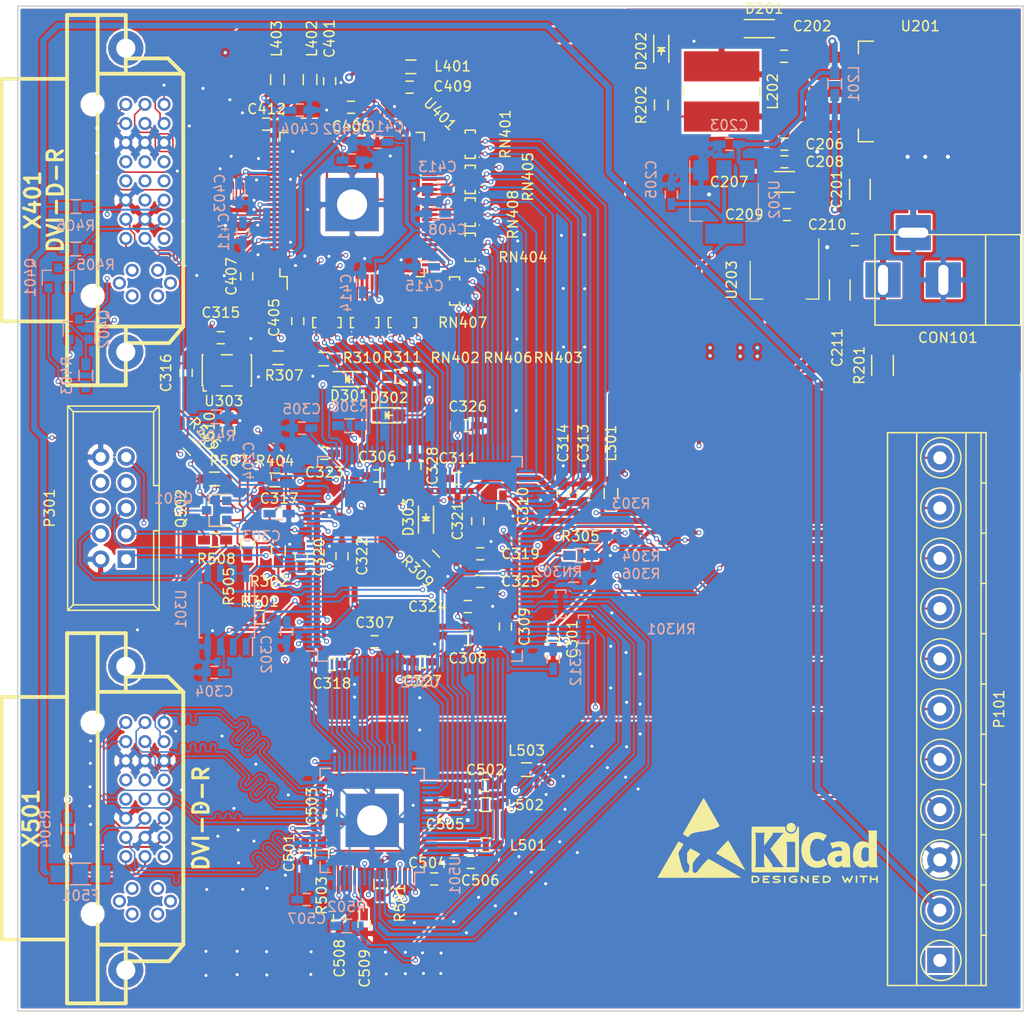
<source format=kicad_pcb>
(kicad_pcb (version 20160815) (host pcbnew "(2016-12-16 revision f631ae27b)-master")

  (general
    (links 472)
    (no_connects 1)
    (area 18.088499 19.3405 120.075001 120.075001)
    (thickness 1.6)
    (drawings 4)
    (tracks 4843)
    (zones 0)
    (modules 136)
    (nets 238)
  )

  (page A4)
  (layers
    (0 F.Cu signal)
    (1 In1.Cu signal)
    (2 In2.Cu signal)
    (31 B.Cu signal)
    (32 B.Adhes user)
    (33 F.Adhes user)
    (34 B.Paste user)
    (35 F.Paste user)
    (36 B.SilkS user)
    (37 F.SilkS user)
    (38 B.Mask user hide)
    (39 F.Mask user)
    (40 Dwgs.User user)
    (41 Cmts.User user)
    (42 Eco1.User user)
    (43 Eco2.User user)
    (44 Edge.Cuts user)
    (45 Margin user)
    (46 B.CrtYd user)
    (47 F.CrtYd user)
    (48 B.Fab user hide)
    (49 F.Fab user hide)
  )

  (setup
    (last_trace_width 0.2)
    (user_trace_width 0.15)
    (user_trace_width 0.2)
    (user_trace_width 0.4)
    (user_trace_width 0.6)
    (user_trace_width 1.5)
    (trace_clearance 0.152)
    (zone_clearance 0.17)
    (zone_45_only no)
    (trace_min 0.125)
    (segment_width 0.2)
    (edge_width 0.15)
    (via_size 0.5)
    (via_drill 0.3)
    (via_min_size 0.3)
    (via_min_drill 0.3)
    (user_via 0.5 0.3)
    (uvia_size 0.3)
    (uvia_drill 0.1)
    (uvias_allowed no)
    (uvia_min_size 0.2)
    (uvia_min_drill 0.1)
    (pcb_text_width 0.3)
    (pcb_text_size 1.5 1.5)
    (mod_edge_width 0.15)
    (mod_text_size 1 1)
    (mod_text_width 0.15)
    (pad_size 3 3)
    (pad_drill 3)
    (pad_to_mask_clearance 0.2)
    (aux_axis_origin 0 0)
    (grid_origin 20 120.025)
    (visible_elements FFFFFF7F)
    (pcbplotparams
      (layerselection 0x010f0_ffffffff)
      (usegerberextensions false)
      (excludeedgelayer true)
      (linewidth 0.100000)
      (plotframeref false)
      (viasonmask false)
      (mode 1)
      (useauxorigin false)
      (hpglpennumber 1)
      (hpglpenspeed 20)
      (hpglpendiameter 15)
      (psnegative false)
      (psa4output false)
      (plotreference true)
      (plotvalue true)
      (plotinvisibletext false)
      (padsonsilk false)
      (subtractmaskfromsilk false)
      (outputformat 1)
      (mirror false)
      (drillshape 0)
      (scaleselection 1)
      (outputdirectory gerber/))
  )

  (net 0 "")
  (net 1 /power/VIN)
  (net 2 GND)
  (net 3 "Net-(C202-Pad2)")
  (net 4 +2V5)
  (net 5 +3V3)
  (net 6 +1V2)
  (net 7 +V_IO)
  (net 8 /dvi_out/TVDD)
  (net 9 "Net-(D201-Pad1)")
  (net 10 "Net-(D202-Pad2)")
  (net 11 "Net-(F501-Pad1)")
  (net 12 +5V)
  (net 13 /GPIO0)
  (net 14 /GPIO1)
  (net 15 /GPIO2)
  (net 16 /GPIO3)
  (net 17 /GPIO4)
  (net 18 /GPIO5)
  (net 19 /GPIO6)
  (net 20 /GPIO7)
  (net 21 "Net-(P301-Pad9)")
  (net 22 "Net-(P301-Pad8)")
  (net 23 "Net-(P301-Pad7)")
  (net 24 "Net-(P301-Pad6)")
  (net 25 "Net-(P301-Pad5)")
  (net 26 "Net-(P301-Pad3)")
  (net 27 "Net-(P301-Pad1)")
  (net 28 /dvi_in/DDCDAT_IN)
  (net 29 /dvi_in/DDCCLK_IN)
  (net 30 /dvi_out/DDCDAT)
  (net 31 /dvi_out/DDCCLK)
  (net 32 "Net-(R301-Pad1)")
  (net 33 "Net-(R302-Pad1)")
  (net 34 "Net-(R303-Pad1)")
  (net 35 "Net-(R304-Pad1)")
  (net 36 "Net-(R305-Pad1)")
  (net 37 "Net-(R306-Pad1)")
  (net 38 /fpga/CLK50)
  (net 39 "Net-(R307-Pad2)")
  (net 40 /dvi_out/TXCLK+)
  (net 41 "Net-(R308-Pad1)")
  (net 42 /fpga/CLKIN)
  (net 43 /dvi_in/HOTPLUG)
  (net 44 "Net-(R501-Pad1)")
  (net 45 /dvi_out/MSEN)
  (net 46 "Net-(R503-Pad2)")
  (net 47 /dvi_out/HOTPLUG)
  (net 48 "Net-(R504-Pad1)")
  (net 49 "Net-(RN301-Pad7)")
  (net 50 "Net-(RN301-Pad6)")
  (net 51 "Net-(RN301-Pad5)")
  (net 52 "Net-(RN301-Pad8)")
  (net 53 /dvi_out/CTL1)
  (net 54 /dvi_out/DE)
  (net 55 /dvi_out/VSYNC)
  (net 56 /dvi_out/HSYNC)
  (net 57 /dvi_out/CTL2)
  (net 58 /dvi_out/CTL3)
  (net 59 "Net-(RN302-Pad8)")
  (net 60 "Net-(RN302-Pad5)")
  (net 61 "Net-(RN302-Pad6)")
  (net 62 "Net-(RN302-Pad7)")
  (net 63 /dvi_in/DE)
  (net 64 /dvi_in/VSYNC)
  (net 65 /dvi_in/HSYNC)
  (net 66 "Net-(RN401-Pad4)")
  (net 67 "Net-(RN401-Pad8)")
  (net 68 "Net-(RN401-Pad5)")
  (net 69 "Net-(RN401-Pad6)")
  (net 70 "Net-(RN401-Pad7)")
  (net 71 "Net-(RN402-Pad7)")
  (net 72 "Net-(RN402-Pad6)")
  (net 73 "Net-(RN402-Pad5)")
  (net 74 "Net-(RN402-Pad8)")
  (net 75 /dvi_in/DATI3)
  (net 76 /dvi_in/DATI2)
  (net 77 /dvi_in/DATI1)
  (net 78 /dvi_in/DATI0)
  (net 79 "Net-(RN403-Pad7)")
  (net 80 "Net-(RN403-Pad6)")
  (net 81 "Net-(RN403-Pad5)")
  (net 82 "Net-(RN403-Pad8)")
  (net 83 /dvi_in/DATI11)
  (net 84 /dvi_in/DATI10)
  (net 85 /dvi_in/DATI9)
  (net 86 /dvi_in/DATI8)
  (net 87 "Net-(RN404-Pad7)")
  (net 88 "Net-(RN404-Pad6)")
  (net 89 "Net-(RN404-Pad5)")
  (net 90 "Net-(RN404-Pad8)")
  (net 91 /dvi_in/DATI19)
  (net 92 /dvi_in/DATI18)
  (net 93 /dvi_in/DATI17)
  (net 94 /dvi_in/DATI16)
  (net 95 "Net-(RN405-Pad7)")
  (net 96 "Net-(RN405-Pad6)")
  (net 97 "Net-(RN405-Pad5)")
  (net 98 "Net-(RN405-Pad8)")
  (net 99 /dvi_in/CTL3)
  (net 100 /dvi_in/CTL2)
  (net 101 /dvi_in/CTL1)
  (net 102 /dvi_in/DATI4)
  (net 103 /dvi_in/DATI5)
  (net 104 /dvi_in/DATI6)
  (net 105 /dvi_in/DATI7)
  (net 106 "Net-(RN406-Pad8)")
  (net 107 "Net-(RN406-Pad5)")
  (net 108 "Net-(RN406-Pad6)")
  (net 109 "Net-(RN406-Pad7)")
  (net 110 /dvi_in/DATI12)
  (net 111 /dvi_in/DATI13)
  (net 112 /dvi_in/DATI14)
  (net 113 /dvi_in/DATI15)
  (net 114 "Net-(RN407-Pad8)")
  (net 115 "Net-(RN407-Pad5)")
  (net 116 "Net-(RN407-Pad6)")
  (net 117 "Net-(RN407-Pad7)")
  (net 118 /dvi_in/DATI20)
  (net 119 /dvi_in/DATI21)
  (net 120 /dvi_in/DATI22)
  (net 121 /dvi_in/DATI23)
  (net 122 "Net-(RN408-Pad8)")
  (net 123 "Net-(RN408-Pad5)")
  (net 124 "Net-(RN408-Pad6)")
  (net 125 "Net-(RN408-Pad7)")
  (net 126 /dvi_out/DATO4)
  (net 127 /dvi_out/DATO5)
  (net 128 /dvi_out/DATO6)
  (net 129 /dvi_out/DATO7)
  (net 130 /dvi_out/DATO12)
  (net 131 /dvi_out/DATO13)
  (net 132 /dvi_out/DATO14)
  (net 133 /dvi_out/DATO15)
  (net 134 /dvi_out/DATO20)
  (net 135 /dvi_out/DATO21)
  (net 136 /dvi_out/DATO22)
  (net 137 /dvi_out/DATO23)
  (net 138 /dvi_out/DATO3)
  (net 139 /dvi_out/DATO2)
  (net 140 /dvi_out/DATO1)
  (net 141 /dvi_out/DATO0)
  (net 142 /dvi_out/DATO11)
  (net 143 /dvi_out/DATO10)
  (net 144 /dvi_out/DATO9)
  (net 145 /dvi_out/DATO8)
  (net 146 /dvi_out/DATO19)
  (net 147 /dvi_out/DATO18)
  (net 148 /dvi_out/DATO17)
  (net 149 /dvi_out/DATO16)
  (net 150 /fpga/DCLK)
  (net 151 /fpga/ASDI)
  (net 152 /fpga/DATA)
  (net 153 /fpga/nCS)
  (net 154 "Net-(U302-Pad127)")
  (net 155 /dvi_in/LINK_ACT)
  (net 156 /dvi_in/PDOWN)
  (net 157 /dvi_out/EDGE)
  (net 158 /dvi_out/DKEN)
  (net 159 "Net-(U303-Pad1)")
  (net 160 "Net-(U401-Pad96)")
  (net 161 /dvi_in/RxC-)
  (net 162 /dvi_in/RxC+)
  (net 163 /dvi_in/Rx0+)
  (net 164 /dvi_in/Rx1-)
  (net 165 /dvi_in/Rx1+)
  (net 166 /dvi_in/Rx2-)
  (net 167 /dvi_in/Rx2+)
  (net 168 "Net-(U401-Pad77)")
  (net 169 "Net-(U401-Pad75)")
  (net 170 "Net-(U401-Pad74)")
  (net 171 "Net-(U401-Pad73)")
  (net 172 "Net-(U401-Pad72)")
  (net 173 "Net-(U401-Pad71)")
  (net 174 "Net-(U401-Pad70)")
  (net 175 "Net-(U401-Pad69)")
  (net 176 "Net-(U401-Pad66)")
  (net 177 "Net-(U401-Pad65)")
  (net 178 "Net-(U401-Pad64)")
  (net 179 "Net-(U401-Pad63)")
  (net 180 "Net-(U401-Pad62)")
  (net 181 "Net-(U401-Pad61)")
  (net 182 "Net-(U401-Pad60)")
  (net 183 "Net-(U401-Pad59)")
  (net 184 "Net-(U401-Pad56)")
  (net 185 "Net-(U401-Pad55)")
  (net 186 "Net-(U401-Pad54)")
  (net 187 "Net-(U401-Pad53)")
  (net 188 "Net-(U401-Pad52)")
  (net 189 "Net-(U401-Pad51)")
  (net 190 "Net-(U401-Pad50)")
  (net 191 "Net-(U401-Pad49)")
  (net 192 "Net-(U501-Pad56)")
  (net 193 "Net-(U501-Pad49)")
  (net 194 /dvi_out/TX2+)
  (net 195 /dvi_out/TX2-)
  (net 196 /dvi_out/TX1+)
  (net 197 /dvi_out/TX1-)
  (net 198 /dvi_out/TX0+)
  (net 199 /dvi_out/TX0-)
  (net 200 /dvi_out/TXC+)
  (net 201 /dvi_out/TXC-)
  (net 202 "Net-(X401-Pad8)")
  (net 203 "Net-(X401-Pad21)")
  (net 204 "Net-(X401-Pad20)")
  (net 205 "Net-(X401-Pad14)")
  (net 206 "Net-(X401-Pad13)")
  (net 207 "Net-(X401-Pad12)")
  (net 208 "Net-(X401-Pad5)")
  (net 209 "Net-(X401-Pad4)")
  (net 210 "Net-(X501-Pad4)")
  (net 211 "Net-(X501-Pad5)")
  (net 212 "Net-(X501-Pad12)")
  (net 213 "Net-(X501-Pad13)")
  (net 214 "Net-(X501-Pad20)")
  (net 215 "Net-(X501-Pad21)")
  (net 216 "Net-(X501-Pad8)")
  (net 217 "Net-(D301-Pad2)")
  (net 218 "Net-(D302-Pad2)")
  (net 219 "Net-(D303-Pad2)")
  (net 220 /dvi_in/Rx0-)
  (net 221 "Net-(U302-Pad99)")
  (net 222 "Net-(U302-Pad84)")
  (net 223 "Net-(U302-Pad83)")
  (net 224 "Net-(RN302-Pad1)")
  (net 225 "Net-(D301-Pad1)")
  (net 226 "Net-(D302-Pad1)")
  (net 227 "Net-(D303-Pad1)")
  (net 228 "Net-(RN301-Pad1)")
  (net 229 /dvi_in/PVDD)
  (net 230 /dvi_in/DVDD)
  (net 231 /dvi_in/AVDD)
  (net 232 /dvi_out/DVDD)
  (net 233 /dvi_out/PVDD)
  (net 234 /dvi_out/DDCDAT_)
  (net 235 /dvi_out/DDCCLK_)
  (net 236 /dvi_in/DDCDAT_)
  (net 237 /dvi_in/DDCCLK_)

  (net_class Default "This is the default net class."
    (clearance 0.152)
    (trace_width 0.2)
    (via_dia 0.5)
    (via_drill 0.3)
    (uvia_dia 0.3)
    (uvia_drill 0.1)
    (diff_pair_gap 0.25)
    (diff_pair_width 0.2)
    (add_net +1V2)
    (add_net +2V5)
    (add_net +3V3)
    (add_net +5V)
    (add_net +V_IO)
    (add_net /GPIO0)
    (add_net /GPIO1)
    (add_net /GPIO2)
    (add_net /GPIO3)
    (add_net /GPIO4)
    (add_net /GPIO5)
    (add_net /GPIO6)
    (add_net /GPIO7)
    (add_net /dvi_in/AVDD)
    (add_net /dvi_in/CTL1)
    (add_net /dvi_in/CTL2)
    (add_net /dvi_in/CTL3)
    (add_net /dvi_in/DATI0)
    (add_net /dvi_in/DATI1)
    (add_net /dvi_in/DATI10)
    (add_net /dvi_in/DATI11)
    (add_net /dvi_in/DATI12)
    (add_net /dvi_in/DATI13)
    (add_net /dvi_in/DATI14)
    (add_net /dvi_in/DATI15)
    (add_net /dvi_in/DATI16)
    (add_net /dvi_in/DATI17)
    (add_net /dvi_in/DATI18)
    (add_net /dvi_in/DATI19)
    (add_net /dvi_in/DATI2)
    (add_net /dvi_in/DATI20)
    (add_net /dvi_in/DATI21)
    (add_net /dvi_in/DATI22)
    (add_net /dvi_in/DATI23)
    (add_net /dvi_in/DATI3)
    (add_net /dvi_in/DATI4)
    (add_net /dvi_in/DATI5)
    (add_net /dvi_in/DATI6)
    (add_net /dvi_in/DATI7)
    (add_net /dvi_in/DATI8)
    (add_net /dvi_in/DATI9)
    (add_net /dvi_in/DDCCLK_)
    (add_net /dvi_in/DDCCLK_IN)
    (add_net /dvi_in/DDCDAT_)
    (add_net /dvi_in/DDCDAT_IN)
    (add_net /dvi_in/DE)
    (add_net /dvi_in/DVDD)
    (add_net /dvi_in/HOTPLUG)
    (add_net /dvi_in/HSYNC)
    (add_net /dvi_in/LINK_ACT)
    (add_net /dvi_in/PDOWN)
    (add_net /dvi_in/PVDD)
    (add_net /dvi_in/Rx0+)
    (add_net /dvi_in/Rx0-)
    (add_net /dvi_in/Rx1+)
    (add_net /dvi_in/Rx1-)
    (add_net /dvi_in/Rx2+)
    (add_net /dvi_in/Rx2-)
    (add_net /dvi_in/RxC+)
    (add_net /dvi_in/RxC-)
    (add_net /dvi_in/VSYNC)
    (add_net /dvi_out/CTL1)
    (add_net /dvi_out/CTL2)
    (add_net /dvi_out/CTL3)
    (add_net /dvi_out/DATO0)
    (add_net /dvi_out/DATO1)
    (add_net /dvi_out/DATO10)
    (add_net /dvi_out/DATO11)
    (add_net /dvi_out/DATO12)
    (add_net /dvi_out/DATO13)
    (add_net /dvi_out/DATO14)
    (add_net /dvi_out/DATO15)
    (add_net /dvi_out/DATO16)
    (add_net /dvi_out/DATO17)
    (add_net /dvi_out/DATO18)
    (add_net /dvi_out/DATO19)
    (add_net /dvi_out/DATO2)
    (add_net /dvi_out/DATO20)
    (add_net /dvi_out/DATO21)
    (add_net /dvi_out/DATO22)
    (add_net /dvi_out/DATO23)
    (add_net /dvi_out/DATO3)
    (add_net /dvi_out/DATO4)
    (add_net /dvi_out/DATO5)
    (add_net /dvi_out/DATO6)
    (add_net /dvi_out/DATO7)
    (add_net /dvi_out/DATO8)
    (add_net /dvi_out/DATO9)
    (add_net /dvi_out/DDCCLK)
    (add_net /dvi_out/DDCCLK_)
    (add_net /dvi_out/DDCDAT)
    (add_net /dvi_out/DDCDAT_)
    (add_net /dvi_out/DE)
    (add_net /dvi_out/DKEN)
    (add_net /dvi_out/DVDD)
    (add_net /dvi_out/EDGE)
    (add_net /dvi_out/HOTPLUG)
    (add_net /dvi_out/HSYNC)
    (add_net /dvi_out/MSEN)
    (add_net /dvi_out/PVDD)
    (add_net /dvi_out/TVDD)
    (add_net /dvi_out/TX0+)
    (add_net /dvi_out/TX0-)
    (add_net /dvi_out/TX1+)
    (add_net /dvi_out/TX1-)
    (add_net /dvi_out/TX2+)
    (add_net /dvi_out/TX2-)
    (add_net /dvi_out/TXC+)
    (add_net /dvi_out/TXC-)
    (add_net /dvi_out/TXCLK+)
    (add_net /dvi_out/VSYNC)
    (add_net /fpga/ASDI)
    (add_net /fpga/CLK50)
    (add_net /fpga/CLKIN)
    (add_net /fpga/DATA)
    (add_net /fpga/DCLK)
    (add_net /fpga/nCS)
    (add_net /power/VIN)
    (add_net GND)
    (add_net "Net-(C202-Pad2)")
    (add_net "Net-(D201-Pad1)")
    (add_net "Net-(D202-Pad2)")
    (add_net "Net-(D301-Pad1)")
    (add_net "Net-(D301-Pad2)")
    (add_net "Net-(D302-Pad1)")
    (add_net "Net-(D302-Pad2)")
    (add_net "Net-(D303-Pad1)")
    (add_net "Net-(D303-Pad2)")
    (add_net "Net-(F501-Pad1)")
    (add_net "Net-(P301-Pad1)")
    (add_net "Net-(P301-Pad3)")
    (add_net "Net-(P301-Pad5)")
    (add_net "Net-(P301-Pad6)")
    (add_net "Net-(P301-Pad7)")
    (add_net "Net-(P301-Pad8)")
    (add_net "Net-(P301-Pad9)")
    (add_net "Net-(R301-Pad1)")
    (add_net "Net-(R302-Pad1)")
    (add_net "Net-(R303-Pad1)")
    (add_net "Net-(R304-Pad1)")
    (add_net "Net-(R305-Pad1)")
    (add_net "Net-(R306-Pad1)")
    (add_net "Net-(R307-Pad2)")
    (add_net "Net-(R308-Pad1)")
    (add_net "Net-(R501-Pad1)")
    (add_net "Net-(R503-Pad2)")
    (add_net "Net-(R504-Pad1)")
    (add_net "Net-(RN301-Pad1)")
    (add_net "Net-(RN301-Pad5)")
    (add_net "Net-(RN301-Pad6)")
    (add_net "Net-(RN301-Pad7)")
    (add_net "Net-(RN301-Pad8)")
    (add_net "Net-(RN302-Pad1)")
    (add_net "Net-(RN302-Pad5)")
    (add_net "Net-(RN302-Pad6)")
    (add_net "Net-(RN302-Pad7)")
    (add_net "Net-(RN302-Pad8)")
    (add_net "Net-(RN401-Pad4)")
    (add_net "Net-(RN401-Pad5)")
    (add_net "Net-(RN401-Pad6)")
    (add_net "Net-(RN401-Pad7)")
    (add_net "Net-(RN401-Pad8)")
    (add_net "Net-(RN402-Pad5)")
    (add_net "Net-(RN402-Pad6)")
    (add_net "Net-(RN402-Pad7)")
    (add_net "Net-(RN402-Pad8)")
    (add_net "Net-(RN403-Pad5)")
    (add_net "Net-(RN403-Pad6)")
    (add_net "Net-(RN403-Pad7)")
    (add_net "Net-(RN403-Pad8)")
    (add_net "Net-(RN404-Pad5)")
    (add_net "Net-(RN404-Pad6)")
    (add_net "Net-(RN404-Pad7)")
    (add_net "Net-(RN404-Pad8)")
    (add_net "Net-(RN405-Pad5)")
    (add_net "Net-(RN405-Pad6)")
    (add_net "Net-(RN405-Pad7)")
    (add_net "Net-(RN405-Pad8)")
    (add_net "Net-(RN406-Pad5)")
    (add_net "Net-(RN406-Pad6)")
    (add_net "Net-(RN406-Pad7)")
    (add_net "Net-(RN406-Pad8)")
    (add_net "Net-(RN407-Pad5)")
    (add_net "Net-(RN407-Pad6)")
    (add_net "Net-(RN407-Pad7)")
    (add_net "Net-(RN407-Pad8)")
    (add_net "Net-(RN408-Pad5)")
    (add_net "Net-(RN408-Pad6)")
    (add_net "Net-(RN408-Pad7)")
    (add_net "Net-(RN408-Pad8)")
    (add_net "Net-(U302-Pad127)")
    (add_net "Net-(U302-Pad83)")
    (add_net "Net-(U302-Pad84)")
    (add_net "Net-(U302-Pad99)")
    (add_net "Net-(U303-Pad1)")
    (add_net "Net-(U401-Pad49)")
    (add_net "Net-(U401-Pad50)")
    (add_net "Net-(U401-Pad51)")
    (add_net "Net-(U401-Pad52)")
    (add_net "Net-(U401-Pad53)")
    (add_net "Net-(U401-Pad54)")
    (add_net "Net-(U401-Pad55)")
    (add_net "Net-(U401-Pad56)")
    (add_net "Net-(U401-Pad59)")
    (add_net "Net-(U401-Pad60)")
    (add_net "Net-(U401-Pad61)")
    (add_net "Net-(U401-Pad62)")
    (add_net "Net-(U401-Pad63)")
    (add_net "Net-(U401-Pad64)")
    (add_net "Net-(U401-Pad65)")
    (add_net "Net-(U401-Pad66)")
    (add_net "Net-(U401-Pad69)")
    (add_net "Net-(U401-Pad70)")
    (add_net "Net-(U401-Pad71)")
    (add_net "Net-(U401-Pad72)")
    (add_net "Net-(U401-Pad73)")
    (add_net "Net-(U401-Pad74)")
    (add_net "Net-(U401-Pad75)")
    (add_net "Net-(U401-Pad77)")
    (add_net "Net-(U401-Pad96)")
    (add_net "Net-(U501-Pad49)")
    (add_net "Net-(U501-Pad56)")
    (add_net "Net-(X401-Pad12)")
    (add_net "Net-(X401-Pad13)")
    (add_net "Net-(X401-Pad14)")
    (add_net "Net-(X401-Pad20)")
    (add_net "Net-(X401-Pad21)")
    (add_net "Net-(X401-Pad4)")
    (add_net "Net-(X401-Pad5)")
    (add_net "Net-(X401-Pad8)")
    (add_net "Net-(X501-Pad12)")
    (add_net "Net-(X501-Pad13)")
    (add_net "Net-(X501-Pad20)")
    (add_net "Net-(X501-Pad21)")
    (add_net "Net-(X501-Pad4)")
    (add_net "Net-(X501-Pad5)")
    (add_net "Net-(X501-Pad8)")
  )

  (module artwork:shimatta_std (layer F.Cu) (tedit 0) (tstamp 58695997)
    (at 87.25 113.25)
    (fp_text reference G*** (at 0 0) (layer F.SilkS) hide
      (effects (font (thickness 0.3)))
    )
    (fp_text value LOGO (at 0.75 0) (layer F.SilkS) hide
      (effects (font (thickness 0.3)))
    )
    (fp_poly (pts (xy 10.868794 -0.34663) (xy 10.940082 -0.344725) (xy 11.001581 -0.340759) (xy 11.054456 -0.334558)
      (xy 11.099874 -0.325943) (xy 11.138999 -0.314739) (xy 11.172997 -0.300768) (xy 11.203034 -0.283854)
      (xy 11.230276 -0.263821) (xy 11.255887 -0.240491) (xy 11.256462 -0.239919) (xy 11.289334 -0.201111)
      (xy 11.312259 -0.15891) (xy 11.326574 -0.110035) (xy 11.333618 -0.05121) (xy 11.333643 -0.0508)
      (xy 11.332569 0.023291) (xy 11.320361 0.089289) (xy 11.297275 0.146655) (xy 11.263566 0.19485)
      (xy 11.219491 0.233333) (xy 11.190884 0.250184) (xy 11.170271 0.260221) (xy 11.150623 0.268525)
      (xy 11.130272 0.275304) (xy 11.107549 0.280766) (xy 11.080783 0.285117) (xy 11.048306 0.288565)
      (xy 11.008448 0.291317) (xy 10.959541 0.29358) (xy 10.899914 0.295563) (xy 10.827899 0.297472)
      (xy 10.805885 0.298007) (xy 10.501253 0.308642) (xy 10.207708 0.325718) (xy 9.923258 0.349393)
      (xy 9.645907 0.379823) (xy 9.470624 0.402998) (xy 9.411807 0.410902) (xy 9.364278 0.416192)
      (xy 9.325062 0.418954) (xy 9.291185 0.41927) (xy 9.259672 0.417223) (xy 9.227549 0.412897)
      (xy 9.212169 0.410241) (xy 9.144467 0.392017) (xy 9.087321 0.363849) (xy 9.040745 0.325747)
      (xy 9.004755 0.277724) (xy 8.992925 0.254871) (xy 8.980849 0.218141) (xy 8.973005 0.172373)
      (xy 8.969757 0.122517) (xy 8.971468 0.073524) (xy 8.976926 0.037019) (xy 8.997827 -0.025291)
      (xy 9.0312 -0.080963) (xy 9.075937 -0.128488) (xy 9.122686 -0.16171) (xy 9.147207 -0.17458)
      (xy 9.175393 -0.186432) (xy 9.208483 -0.197521) (xy 9.247713 -0.208107) (xy 9.294321 -0.218445)
      (xy 9.349544 -0.228794) (xy 9.414619 -0.23941) (xy 9.490782 -0.250551) (xy 9.579273 -0.262474)
      (xy 9.652 -0.271774) (xy 9.800914 -0.289224) (xy 9.950405 -0.304133) (xy 10.103324 -0.316716)
      (xy 10.262527 -0.327186) (xy 10.430867 -0.335758) (xy 10.584543 -0.341755) (xy 10.69219 -0.344969)
      (xy 10.786552 -0.346653) (xy 10.868794 -0.34663)) (layer F.Mask) (width 0.01))
    (fp_poly (pts (xy 3.280686 -0.880939) (xy 3.34556 -0.879771) (xy 3.402872 -0.877617) (xy 3.449973 -0.87446)
      (xy 3.472543 -0.872037) (xy 3.61367 -0.849571) (xy 3.744701 -0.82007) (xy 3.868701 -0.782621)
      (xy 3.988736 -0.73631) (xy 4.096467 -0.686017) (xy 4.193868 -0.632986) (xy 4.288297 -0.574006)
      (xy 4.3772 -0.510941) (xy 4.458022 -0.445653) (xy 4.528209 -0.380007) (xy 4.555365 -0.351156)
      (xy 4.639992 -0.246318) (xy 4.713364 -0.13273) (xy 4.774921 -0.011455) (xy 4.824102 0.116443)
      (xy 4.850885 0.209423) (xy 4.879181 0.347701) (xy 4.896607 0.490707) (xy 4.903125 0.635529)
      (xy 4.898699 0.779253) (xy 4.88329 0.918966) (xy 4.861451 1.032728) (xy 4.824346 1.160933)
      (xy 4.77372 1.287533) (xy 4.710565 1.41087) (xy 4.635874 1.529285) (xy 4.550639 1.641117)
      (xy 4.455854 1.744709) (xy 4.40832 1.79005) (xy 4.299338 1.882172) (xy 4.177612 1.971762)
      (xy 4.04482 2.057926) (xy 3.902638 2.139772) (xy 3.752745 2.216408) (xy 3.596818 2.286942)
      (xy 3.436534 2.350482) (xy 3.27357 2.406135) (xy 3.218543 2.422898) (xy 3.139899 2.444368)
      (xy 3.049468 2.466013) (xy 2.949959 2.487315) (xy 2.844082 2.507761) (xy 2.734547 2.526832)
      (xy 2.624065 2.544015) (xy 2.515345 2.558792) (xy 2.485571 2.56243) (xy 2.428012 2.568359)
      (xy 2.365313 2.573218) (xy 2.299907 2.576957) (xy 2.234229 2.579525) (xy 2.17071 2.580872)
      (xy 2.111786 2.580947) (xy 2.05989 2.579698) (xy 2.017454 2.577077) (xy 1.986913 2.573032)
      (xy 1.985844 2.572813) (xy 1.91558 2.552339) (xy 1.8565 2.522842) (xy 1.808841 2.484627)
      (xy 1.772841 2.437998) (xy 1.748736 2.38326) (xy 1.736764 2.320717) (xy 1.736929 2.253327)
      (xy 1.748307 2.186275) (xy 1.77048 2.128668) (xy 1.803758 2.079916) (xy 1.848452 2.039427)
      (xy 1.849677 2.038544) (xy 1.877767 2.020506) (xy 1.908228 2.005555) (xy 1.943115 1.993169)
      (xy 1.984481 1.982826) (xy 2.034379 1.974007) (xy 2.094863 1.966188) (xy 2.161084 1.959481)
      (xy 2.311846 1.944454) (xy 2.450169 1.928139) (xy 2.578102 1.910074) (xy 2.697697 1.889796)
      (xy 2.811005 1.866842) (xy 2.920076 1.84075) (xy 3.026962 1.811058) (xy 3.133714 1.777303)
      (xy 3.242382 1.739022) (xy 3.355017 1.695754) (xy 3.386254 1.683205) (xy 3.439042 1.660814)
      (xy 3.498085 1.634078) (xy 3.560068 1.604637) (xy 3.621674 1.574131) (xy 3.679588 1.5442)
      (xy 3.730494 1.516484) (xy 3.76929 1.493734) (xy 3.863531 1.428613) (xy 3.952139 1.353949)
      (xy 4.033116 1.271853) (xy 4.104465 1.184435) (xy 4.16419 1.093803) (xy 4.186568 1.052873)
      (xy 4.225348 0.967344) (xy 4.253373 0.882119) (xy 4.271449 0.793702) (xy 4.280379 0.698597)
      (xy 4.281685 0.639641) (xy 4.277001 0.527464) (xy 4.262763 0.425302) (xy 4.238591 0.331924)
      (xy 4.204105 0.2461) (xy 4.158926 0.166599) (xy 4.119 0.11188) (xy 4.060291 0.048463)
      (xy 3.988142 -0.012032) (xy 3.902275 -0.06981) (xy 3.802411 -0.125073) (xy 3.778387 -0.136985)
      (xy 3.681686 -0.179417) (xy 3.583439 -0.212975) (xy 3.48168 -0.237992) (xy 3.374444 -0.254803)
      (xy 3.259766 -0.263742) (xy 3.13568 -0.265143) (xy 3.043531 -0.261888) (xy 2.888029 -0.251649)
      (xy 2.734088 -0.236994) (xy 2.580213 -0.217612) (xy 2.424912 -0.193189) (xy 2.26669 -0.163413)
      (xy 2.104054 -0.127969) (xy 1.93551 -0.086547) (xy 1.759564 -0.038832) (xy 1.574722 0.015488)
      (xy 1.379491 0.076726) (xy 1.29428 0.104504) (xy 1.212487 0.131377) (xy 1.14306 0.153997)
      (xy 1.08461 0.172751) (xy 1.035751 0.188021) (xy 0.995094 0.200194) (xy 0.961252 0.209655)
      (xy 0.932836 0.216787) (xy 0.908459 0.221977) (xy 0.886733 0.225608) (xy 0.86627 0.228067)
      (xy 0.845683 0.229737) (xy 0.841828 0.229985) (xy 0.770694 0.22918) (xy 0.705988 0.217912)
      (xy 0.648912 0.196762) (xy 0.60067 0.166307) (xy 0.562463 0.127129) (xy 0.536857 0.083059)
      (xy 0.516575 0.01964) (xy 0.509485 -0.04353) (xy 0.515258 -0.10471) (xy 0.533566 -0.162158)
      (xy 0.564078 -0.214131) (xy 0.6005 -0.25372) (xy 0.627556 -0.275729) (xy 0.658526 -0.29656)
      (xy 0.694993 -0.316941) (xy 0.738543 -0.337601) (xy 0.790758 -0.359268) (xy 0.853223 -0.382671)
      (xy 0.927522 -0.40854) (xy 0.962785 -0.420363) (xy 1.235996 -0.508259) (xy 1.498548 -0.586824)
      (xy 1.750821 -0.656148) (xy 1.993199 -0.71632) (xy 2.226063 -0.767428) (xy 2.449796 -0.809563)
      (xy 2.664779 -0.842814) (xy 2.871395 -0.86727) (xy 2.881085 -0.868221) (xy 2.935666 -0.872605)
      (xy 2.998589 -0.876105) (xy 3.067203 -0.878706) (xy 3.138857 -0.88039) (xy 3.210902 -0.88114)
      (xy 3.280686 -0.880939)) (layer F.Mask) (width 0.01))
    (fp_poly (pts (xy 9.003608 1.085203) (xy 9.056887 1.097351) (xy 9.102289 1.118483) (xy 9.136442 1.144109)
      (xy 9.162501 1.170161) (xy 9.183639 1.197962) (xy 9.200436 1.229422) (xy 9.213471 1.266452)
      (xy 9.223323 1.310961) (xy 9.230572 1.364858) (xy 9.235796 1.430055) (xy 9.238428 1.480457)
      (xy 9.242463 1.556719) (xy 9.247451 1.620598) (xy 9.253768 1.674212) (xy 9.261789 1.719683)
      (xy 9.27189 1.759128) (xy 9.284448 1.794667) (xy 9.299837 1.828421) (xy 9.300281 1.8293)
      (xy 9.32368 1.861058) (xy 9.36009 1.889396) (xy 9.409773 1.914428) (xy 9.472988 1.936271)
      (xy 9.549997 1.955039) (xy 9.608457 1.96579) (xy 9.659854 1.973801) (xy 9.709141 1.980441)
      (xy 9.758607 1.98587) (xy 9.810543 1.990245) (xy 9.86724 1.993727) (xy 9.930987 1.996474)
      (xy 10.004074 1.998645) (xy 10.088793 2.000399) (xy 10.112828 2.000803) (xy 10.344931 2.000686)
      (xy 10.574631 1.992926) (xy 10.799511 1.977698) (xy 11.017155 1.955179) (xy 11.225147 1.925543)
      (xy 11.283945 1.915532) (xy 11.323332 1.909019) (xy 11.353394 1.905485) (xy 11.37896 1.904703)
      (xy 11.404859 1.906445) (xy 11.424674 1.908893) (xy 11.494816 1.923371) (xy 11.553352 1.946196)
      (xy 11.600789 1.977718) (xy 11.637635 2.018289) (xy 11.664396 2.068258) (xy 11.667708 2.076961)
      (xy 11.674691 2.105256) (xy 11.679662 2.14325) (xy 11.682423 2.186242) (xy 11.682775 2.229529)
      (xy 11.680518 2.26841) (xy 11.676827 2.29262) (xy 11.655383 2.357769) (xy 11.621693 2.415438)
      (xy 11.576172 2.465251) (xy 11.51923 2.506833) (xy 11.451281 2.539807) (xy 11.381702 2.561655)
      (xy 11.342402 2.569881) (xy 11.29029 2.578484) (xy 11.227059 2.587284) (xy 11.154403 2.596097)
      (xy 11.074012 2.604743) (xy 10.987579 2.61304) (xy 10.896797 2.620806) (xy 10.803359 2.62786)
      (xy 10.708955 2.634021) (xy 10.705281 2.63424) (xy 10.652261 2.63689) (xy 10.589033 2.639219)
      (xy 10.517978 2.641203) (xy 10.441476 2.642822) (xy 10.36191 2.644053) (xy 10.281658 2.644874)
      (xy 10.203102 2.645263) (xy 10.128622 2.645198) (xy 10.0606 2.644658) (xy 10.001415 2.643619)
      (xy 9.953449 2.64206) (xy 9.938657 2.641327) (xy 9.768481 2.628296) (xy 9.611394 2.609042)
      (xy 9.467369 2.583557) (xy 9.336381 2.551835) (xy 9.218402 2.51387) (xy 9.113406 2.469654)
      (xy 9.021367 2.419181) (xy 8.998233 2.404142) (xy 8.936306 2.355572) (xy 8.876387 2.295797)
      (xy 8.821128 2.228111) (xy 8.77318 2.155807) (xy 8.735198 2.08218) (xy 8.730868 2.072055)
      (xy 8.707215 2.00826) (xy 8.685371 1.936098) (xy 8.66712 1.861716) (xy 8.660844 1.8307)
      (xy 8.655793 1.795362) (xy 8.651582 1.749235) (xy 8.648253 1.695121) (xy 8.645849 1.635825)
      (xy 8.644412 1.574151) (xy 8.643985 1.512901) (xy 8.64461 1.45488) (xy 8.646328 1.402892)
      (xy 8.649184 1.359739) (xy 8.653218 1.328227) (xy 8.65325 1.328057) (xy 8.671645 1.258488)
      (xy 8.698511 1.200675) (xy 8.734046 1.154447) (xy 8.778447 1.119634) (xy 8.831912 1.096067)
      (xy 8.894638 1.083576) (xy 8.940188 1.081315) (xy 9.003608 1.085203)) (layer F.Mask) (width 0.01))
    (fp_poly (pts (xy -11.3068 -2.522042) (xy -11.243523 -2.508415) (xy -11.18998 -2.484867) (xy -11.145174 -2.450712)
      (xy -11.108109 -2.405266) (xy -11.077788 -2.347845) (xy -11.062557 -2.307771) (xy -11.061106 -2.303062)
      (xy -11.05976 -2.297493) (xy -11.058513 -2.290514) (xy -11.057361 -2.281571) (xy -11.056298 -2.270114)
      (xy -11.055319 -2.255589) (xy -11.054417 -2.237446) (xy -11.053589 -2.215132) (xy -11.052827 -2.188096)
      (xy -11.052128 -2.155784) (xy -11.051485 -2.117645) (xy -11.050893 -2.073128) (xy -11.050346 -2.02168)
      (xy -11.04984 -1.962749) (xy -11.049369 -1.895784) (xy -11.048927 -1.820232) (xy -11.048509 -1.735541)
      (xy -11.04811 -1.64116) (xy -11.047724 -1.536535) (xy -11.047346 -1.421117) (xy -11.04697 -1.294351)
      (xy -11.046591 -1.155687) (xy -11.046203 -1.004573) (xy -11.045802 -0.840455) (xy -11.045381 -0.662784)
      (xy -11.045055 -0.522514) (xy -11.044621 -0.331929) (xy -11.044228 -0.155283) (xy -11.043859 0.008)
      (xy -11.043503 0.158496) (xy -11.043145 0.296779) (xy -11.042771 0.423427) (xy -11.042368 0.539013)
      (xy -11.041921 0.644114) (xy -11.041417 0.739305) (xy -11.040843 0.825162) (xy -11.040184 0.90226)
      (xy -11.039426 0.971175) (xy -11.038556 1.032482) (xy -11.037561 1.086757) (xy -11.036425 1.134576)
      (xy -11.035136 1.176514) (xy -11.033679 1.213146) (xy -11.032041 1.245049) (xy -11.030209 1.272797)
      (xy -11.028167 1.296966) (xy -11.025903 1.318133) (xy -11.023403 1.336871) (xy -11.020653 1.353757)
      (xy -11.017638 1.369367) (xy -11.014346 1.384276) (xy -11.010763 1.399059) (xy -11.006874 1.414293)
      (xy -11.002666 1.430552) (xy -10.998125 1.448412) (xy -10.997798 1.449724) (xy -10.964594 1.558686)
      (xy -10.922022 1.656604) (xy -10.87005 1.743504) (xy -10.808644 1.819409) (xy -10.737771 1.884342)
      (xy -10.6574 1.938328) (xy -10.567497 1.98139) (xy -10.468029 2.013553) (xy -10.358964 2.03484)
      (xy -10.24027 2.045275) (xy -10.18084 2.046437) (xy -10.02365 2.040231) (xy -9.8725 2.021965)
      (xy -9.72797 1.991807) (xy -9.590642 1.949924) (xy -9.461096 1.896487) (xy -9.339913 1.831662)
      (xy -9.260323 1.779565) (xy -9.187902 1.722827) (xy -9.111738 1.652849) (xy -9.032329 1.570273)
      (xy -8.950172 1.475739) (xy -8.865765 1.369888) (xy -8.779606 1.253362) (xy -8.692193 1.126801)
      (xy -8.604024 0.990846) (xy -8.515598 0.846139) (xy -8.456603 0.744866) (xy -8.420295 0.681984)
      (xy -8.389599 0.630434) (xy -8.363414 0.588677) (xy -8.340642 0.555175) (xy -8.320185 0.52839)
      (xy -8.300944 0.506783) (xy -8.28182 0.488815) (xy -8.263208 0.474045) (xy -8.214168 0.444068)
      (xy -8.164588 0.42726) (xy -8.110878 0.422597) (xy -8.087241 0.423921) (xy -8.016328 0.43535)
      (xy -7.956351 0.456006) (xy -7.906749 0.48626) (xy -7.866959 0.526481) (xy -7.836418 0.57704)
      (xy -7.82912 0.593917) (xy -7.822484 0.612165) (xy -7.817901 0.630107) (xy -7.815007 0.650993)
      (xy -7.813441 0.678075) (xy -7.812837 0.714605) (xy -7.812785 0.740229) (xy -7.813068 0.783475)
      (xy -7.814142 0.815935) (xy -7.816453 0.841334) (xy -7.820449 0.863396) (xy -7.826575 0.885845)
      (xy -7.832408 0.903897) (xy -7.851583 0.954021) (xy -7.878322 1.012108) (xy -7.912937 1.078718)
      (xy -7.95574 1.154407) (xy -8.007042 1.239733) (xy -8.067153 1.335253) (xy -8.111874 1.404257)
      (xy -8.184605 1.512428) (xy -8.259972 1.618994) (xy -8.336751 1.722437) (xy -8.413714 1.821243)
      (xy -8.489636 1.913893) (xy -8.563289 1.998871) (xy -8.633448 2.07466) (xy -8.698886 2.139743)
      (xy -8.728507 2.166955) (xy -8.860206 2.275387) (xy -8.997401 2.370806) (xy -9.140585 2.453429)
      (xy -9.290251 2.523473) (xy -9.446893 2.581154) (xy -9.611006 2.626689) (xy -9.783083 2.660295)
      (xy -9.884229 2.674116) (xy -9.919679 2.67748) (xy -9.965044 2.680623) (xy -10.01747 2.683457)
      (xy -10.074102 2.685893) (xy -10.132084 2.687841) (xy -10.188562 2.689214) (xy -10.240682 2.689922)
      (xy -10.285588 2.689876) (xy -10.320426 2.688988) (xy -10.334172 2.688116) (xy -10.416848 2.680487)
      (xy -10.487731 2.672889) (xy -10.549531 2.664887) (xy -10.604963 2.656048) (xy -10.656738 2.645936)
      (xy -10.70757 2.634117) (xy -10.76017 2.620157) (xy -10.762343 2.61955) (xy -10.895114 2.575667)
      (xy -11.018016 2.521153) (xy -11.131009 2.456059) (xy -11.234049 2.380436) (xy -11.327095 2.294335)
      (xy -11.410105 2.197808) (xy -11.483037 2.090905) (xy -11.545849 1.973679) (xy -11.598497 1.84618)
      (xy -11.640942 1.708459) (xy -11.673139 1.560568) (xy -11.683136 1.4986) (xy -11.686392 1.47592)
      (xy -11.68941 1.453712) (xy -11.692198 1.431387) (xy -11.694765 1.408356) (xy -11.697119 1.384029)
      (xy -11.699267 1.357817) (xy -11.701218 1.32913) (xy -11.702981 1.29738) (xy -11.704563 1.261978)
      (xy -11.705972 1.222333) (xy -11.707217 1.177857) (xy -11.708306 1.12796) (xy -11.709247 1.072053)
      (xy -11.710049 1.009548) (xy -11.710719 0.939853) (xy -11.711265 0.862381) (xy -11.711696 0.776542)
      (xy -11.71202 0.681747) (xy -11.712245 0.577406) (xy -11.71238 0.46293) (xy -11.712432 0.337731)
      (xy -11.712409 0.201217) (xy -11.71232 0.052801) (xy -11.712174 -0.108106) (xy -11.711977 -0.282095)
      (xy -11.711739 -0.469755) (xy -11.711625 -0.555171) (xy -11.711372 -0.740789) (xy -11.711126 -0.912453)
      (xy -11.710882 -1.070721) (xy -11.710637 -1.216155) (xy -11.710384 -1.349313) (xy -11.71012 -1.470756)
      (xy -11.709839 -1.581042) (xy -11.709536 -1.680732) (xy -11.709207 -1.770386) (xy -11.708846 -1.850563)
      (xy -11.708449 -1.921822) (xy -11.708011 -1.984725) (xy -11.707527 -2.039829) (xy -11.706992 -2.087696)
      (xy -11.706401 -2.128884) (xy -11.70575 -2.163954) (xy -11.705033 -2.193465) (xy -11.704245 -2.217977)
      (xy -11.703382 -2.238049) (xy -11.70244 -2.254242) (xy -11.701412 -2.267115) (xy -11.700294 -2.277228)
      (xy -11.699081 -2.28514) (xy -11.697768 -2.291411) (xy -11.696452 -2.296269) (xy -11.671006 -2.363617)
      (xy -11.638473 -2.4186) (xy -11.598168 -2.461718) (xy -11.549406 -2.493472) (xy -11.491502 -2.514359)
      (xy -11.42377 -2.524881) (xy -11.380808 -2.526432) (xy -11.3068 -2.522042)) (layer F.Mask) (width 0.01))
    (fp_poly (pts (xy -3.559915 -2.67363) (xy -3.527662 -2.672116) (xy -3.502924 -2.669038) (xy -3.482216 -2.664033)
      (xy -3.470809 -2.660152) (xy -3.415622 -2.632162) (xy -3.368679 -2.592564) (xy -3.330749 -2.542186)
      (xy -3.302598 -2.481862) (xy -3.300523 -2.475831) (xy -3.296805 -2.464283) (xy -3.293693 -2.452885)
      (xy -3.291121 -2.440254) (xy -3.289024 -2.425013) (xy -3.287338 -2.405779) (xy -3.285999 -2.381174)
      (xy -3.284941 -2.349817) (xy -3.2841 -2.310328) (xy -3.283411 -2.261328) (xy -3.28281 -2.201435)
      (xy -3.282231 -2.129271) (xy -3.281853 -2.077347) (xy -3.279345 -1.727181) (xy -3.230801 -1.730904)
      (xy -3.206695 -1.732626) (xy -3.171856 -1.73495) (xy -3.130042 -1.737632) (xy -3.08501 -1.740429)
      (xy -3.058886 -1.74201) (xy -2.881272 -1.753814) (xy -2.698095 -1.768205) (xy -2.51397 -1.784758)
      (xy -2.333515 -1.803049) (xy -2.161343 -1.822655) (xy -2.104572 -1.829664) (xy -2.021747 -1.839307)
      (xy -1.951374 -1.845543) (xy -1.891768 -1.848244) (xy -1.841242 -1.847281) (xy -1.798109 -1.842527)
      (xy -1.760683 -1.833853) (xy -1.727278 -1.821131) (xy -1.696207 -1.804233) (xy -1.686432 -1.797889)
      (xy -1.641947 -1.759253) (xy -1.606472 -1.709427) (xy -1.588388 -1.671191) (xy -1.581081 -1.650724)
      (xy -1.576239 -1.630607) (xy -1.573383 -1.607046) (xy -1.57204 -1.576247) (xy -1.571728 -1.538514)
      (xy -1.57211 -1.497732) (xy -1.573571 -1.467667) (xy -1.576585 -1.444532) (xy -1.581625 -1.424542)
      (xy -1.588291 -1.406095) (xy -1.615883 -1.355694) (xy -1.655557 -1.310913) (xy -1.705527 -1.273093)
      (xy -1.764007 -1.243573) (xy -1.82921 -1.223693) (xy -1.832429 -1.223015) (xy -1.864504 -1.217398)
      (xy -1.909498 -1.211019) (xy -1.965841 -1.204024) (xy -2.031966 -1.196563) (xy -2.106305 -1.188782)
      (xy -2.18729 -1.18083) (xy -2.273354 -1.172855) (xy -2.362928 -1.165006) (xy -2.454444 -1.157429)
      (xy -2.546334 -1.150273) (xy -2.637031 -1.143686) (xy -2.724967 -1.137817) (xy -2.754086 -1.136003)
      (xy -2.805671 -1.132938) (xy -2.862498 -1.129709) (xy -2.922492 -1.126419) (xy -2.983576 -1.123173)
      (xy -3.043674 -1.120076) (xy -3.100712 -1.117232) (xy -3.152612 -1.114745) (xy -3.197299 -1.11272)
      (xy -3.232697 -1.111261) (xy -3.256731 -1.110473) (xy -3.2639 -1.110363) (xy -3.280229 -1.110343)
      (xy -3.280229 -0.769257) (xy -3.280175 -0.688687) (xy -3.27999 -0.621489) (xy -3.279639 -0.56652)
      (xy -3.279089 -0.522638) (xy -3.278305 -0.488701) (xy -3.277253 -0.463565) (xy -3.275899 -0.446089)
      (xy -3.274209 -0.43513) (xy -3.272147 -0.429546) (xy -3.270003 -0.428171) (xy -3.260204 -0.42859)
      (xy -3.237987 -0.429769) (xy -3.205423 -0.43159) (xy -3.164581 -0.433937) (xy -3.117531 -0.436692)
      (xy -3.075874 -0.439167) (xy -2.91119 -0.449647) (xy -2.75783 -0.460774) (xy -2.612609 -0.472824)
      (xy -2.472343 -0.486074) (xy -2.333846 -0.500802) (xy -2.235766 -0.512196) (xy -2.181142 -0.518565)
      (xy -2.138322 -0.523027) (xy -2.104742 -0.525717) (xy -2.077835 -0.526771) (xy -2.055037 -0.526323)
      (xy -2.033782 -0.524511) (xy -2.024568 -0.523357) (xy -1.954687 -0.50857) (xy -1.89596 -0.484509)
      (xy -1.848361 -0.451155) (xy -1.811863 -0.40849) (xy -1.786439 -0.356496) (xy -1.786127 -0.3556)
      (xy -1.776294 -0.3163) (xy -1.770272 -0.269192) (xy -1.768611 -0.220613) (xy -1.771072 -0.182639)
      (xy -1.785529 -0.115018) (xy -1.810946 -0.056607) (xy -1.847648 -0.007024) (xy -1.89596 0.034112)
      (xy -1.956206 0.067181) (xy -1.997385 0.083031) (xy -2.03577 0.093538) (xy -2.087717 0.103993)
      (xy -2.15227 0.114306) (xy -2.228475 0.124387) (xy -2.31538 0.134146) (xy -2.412031 0.143492)
      (xy -2.517472 0.152336) (xy -2.630752 0.160586) (xy -2.750915 0.168154) (xy -2.877009 0.174948)
      (xy -3.008079 0.180878) (xy -3.049815 0.182537) (xy -3.280229 0.191392) (xy -3.280229 1.019968)
      (xy -3.1623 1.058654) (xy -2.896971 1.151679) (xy -2.642724 1.253146) (xy -2.398485 1.363567)
      (xy -2.163179 1.483453) (xy -1.935733 1.613316) (xy -1.74672 1.732625) (xy -1.675532 1.78152)
      (xy -1.61688 1.826507) (xy -1.569805 1.869017) (xy -1.533349 1.910482) (xy -1.506551 1.952334)
      (xy -1.488453 1.996006) (xy -1.478096 2.042929) (xy -1.474519 2.094536) (xy -1.475713 2.137229)
      (xy -1.485108 2.216781) (xy -1.503114 2.284794) (xy -1.529974 2.341584) (xy -1.565931 2.38747)
      (xy -1.611224 2.422768) (xy -1.666097 2.447797) (xy -1.722612 2.461599) (xy -1.767667 2.465908)
      (xy -1.811485 2.463025) (xy -1.855876 2.452239) (xy -1.902648 2.432838) (xy -1.953611 2.40411)
      (xy -2.010576 2.365344) (xy -2.0574 2.329978) (xy -2.172886 2.243766) (xy -2.294279 2.160954)
      (xy -2.423544 2.080335) (xy -2.562646 2.0007) (xy -2.713551 1.92084) (xy -2.764972 1.894881)
      (xy -2.810098 1.872708) (xy -2.860364 1.84863) (xy -2.914075 1.823404) (xy -2.969534 1.797785)
      (xy -3.025046 1.772527) (xy -3.078914 1.748388) (xy -3.129442 1.726121) (xy -3.174935 1.706483)
      (xy -3.213695 1.690228) (xy -3.244028 1.678113) (xy -3.264237 1.670892) (xy -3.271789 1.669143)
      (xy -3.277094 1.675632) (xy -3.282129 1.692144) (xy -3.284168 1.703615) (xy -3.294339 1.763773)
      (xy -3.308613 1.831207) (xy -3.325527 1.899787) (xy -3.343618 1.963384) (xy -3.353474 1.993829)
      (xy -3.393626 2.098555) (xy -3.438784 2.191529) (xy -3.490287 2.27504) (xy -3.549478 2.351381)
      (xy -3.586361 2.39173) (xy -3.66786 2.466866) (xy -3.75742 2.531631) (xy -3.85566 2.586301)
      (xy -3.963199 2.63115) (xy -4.080659 2.666455) (xy -4.208658 2.692491) (xy -4.287159 2.703359)
      (xy -4.322088 2.706446) (xy -4.367802 2.70902) (xy -4.421042 2.711035) (xy -4.478547 2.712444)
      (xy -4.537059 2.7132) (xy -4.593318 2.713256) (xy -4.644063 2.712566) (xy -4.686036 2.711084)
      (xy -4.709886 2.709415) (xy -4.832478 2.695041) (xy -4.94283 2.676199) (xy -5.042737 2.652131)
      (xy -5.13399 2.622082) (xy -5.218383 2.585294) (xy -5.297707 2.541011) (xy -5.373757 2.488476)
      (xy -5.448324 2.426932) (xy -5.504906 2.373866) (xy -5.585225 2.28743) (xy -5.651451 2.199713)
      (xy -5.703995 2.109988) (xy -5.743267 2.017532) (xy -5.769677 1.921619) (xy -5.774005 1.898829)
      (xy -5.781392 1.834399) (xy -5.782175 1.803772) (xy -5.140803 1.803772) (xy -5.138033 1.828971)
      (xy -5.124036 1.890771) (xy -5.100265 1.944453) (xy -5.065909 1.990845) (xy -5.02016 2.030778)
      (xy -4.962208 2.065079) (xy -4.891243 2.094578) (xy -4.872409 2.100963) (xy -4.795484 2.121382)
      (xy -4.709629 2.136088) (xy -4.619404 2.144725) (xy -4.529369 2.146935) (xy -4.444083 2.142363)
      (xy -4.405086 2.137489) (xy -4.343632 2.126448) (xy -4.292113 2.113206) (xy -4.245978 2.096427)
      (xy -4.212772 2.081019) (xy -4.144558 2.04145) (xy -4.088403 1.996719) (xy -4.042596 1.944809)
      (xy -4.005426 1.883699) (xy -3.975182 1.811371) (xy -3.96925 1.793633) (xy -3.95622 1.746457)
      (xy -3.944526 1.691807) (xy -3.935034 1.634911) (xy -3.92861 1.580992) (xy -3.92612 1.535278)
      (xy -3.926115 1.533359) (xy -3.926115 1.490152) (xy -3.993243 1.474846) (xy -4.096392 1.45336)
      (xy -4.193818 1.437641) (xy -4.290534 1.427138) (xy -4.391552 1.421298) (xy -4.4958 1.419569)
      (xy -4.569053 1.42023) (xy -4.630891 1.422535) (xy -4.68436 1.426878) (xy -4.732508 1.433658)
      (xy -4.77838 1.44327) (xy -4.825021 1.456111) (xy -4.858294 1.466743) (xy -4.921049 1.490174)
      (xy -4.972593 1.515375) (xy -5.016231 1.544217) (xy -5.054956 1.578266) (xy -5.096885 1.628405)
      (xy -5.124933 1.681989) (xy -5.139454 1.740087) (xy -5.140803 1.803772) (xy -5.782175 1.803772)
      (xy -5.783244 1.762023) (xy -5.779791 1.687074) (xy -5.771262 1.614926) (xy -5.759391 1.556657)
      (xy -5.726832 1.458773) (xy -5.681134 1.366791) (xy -5.622532 1.280973) (xy -5.551262 1.201581)
      (xy -5.467558 1.128877) (xy -5.371656 1.063125) (xy -5.265057 1.005197) (xy -5.158318 0.958962)
      (xy -5.046432 0.921266) (xy -4.927358 0.891587) (xy -4.799055 0.869402) (xy -4.684486 0.856339)
      (xy -4.630117 0.852677) (xy -4.564008 0.850294) (xy -4.488872 0.849147) (xy -4.407424 0.849191)
      (xy -4.322376 0.85038) (xy -4.236442 0.852671) (xy -4.152336 0.856018) (xy -4.072771 0.860378)
      (xy -4.000461 0.865705) (xy -3.9751 0.868007) (xy -3.926115 0.872733) (xy -3.926115 0.188686)
      (xy -4.642757 0.18856) (xy -4.765443 0.188533) (xy -4.87451 0.18847) (xy -4.970855 0.188329)
      (xy -5.055376 0.188068) (xy -5.128967 0.187645) (xy -5.192526 0.187018) (xy -5.246949 0.186144)
      (xy -5.293132 0.184982) (xy -5.331971 0.18349) (xy -5.364363 0.181626) (xy -5.391205 0.179348)
      (xy -5.413392 0.176613) (xy -5.43182 0.17338) (xy -5.447387 0.169606) (xy -5.460989 0.16525)
      (xy -5.473522 0.16027) (xy -5.485881 0.154623) (xy -5.49863 0.148432) (xy -5.54487 0.118004)
      (xy -5.582108 0.077013) (xy -5.609816 0.026678) (xy -5.627465 -0.031782) (xy -5.63453 -0.097147)
      (xy -5.631623 -0.158957) (xy -5.618556 -0.22696) (xy -5.595939 -0.284245) (xy -5.563495 -0.33126)
      (xy -5.520949 -0.368452) (xy -5.491784 -0.385574) (xy -5.478418 -0.392302) (xy -5.465929 -0.398277)
      (xy -5.453415 -0.403544) (xy -5.439977 -0.408147) (xy -5.424712 -0.412131) (xy -5.40672 -0.415541)
      (xy -5.385102 -0.418423) (xy -5.358955 -0.42082) (xy -5.327379 -0.422779) (xy -5.289474 -0.424343)
      (xy -5.244338 -0.425557) (xy -5.191072 -0.426467) (xy -5.128774 -0.427118) (xy -5.056543 -0.427553)
      (xy -4.973478 -0.427818) (xy -4.87868 -0.427959) (xy -4.771247 -0.428019) (xy -4.650279 -0.428043)
      (xy -4.639129 -0.428045) (xy -3.926115 -0.428171) (xy -3.926115 -1.088571) (xy -4.7625 -1.088678)
      (xy -4.894095 -1.088694) (xy -5.011998 -1.088727) (xy -5.11703 -1.088811) (xy -5.210013 -1.088979)
      (xy -5.291769 -1.089265) (xy -5.36312 -1.089703) (xy -5.424888 -1.090325) (xy -5.477895 -1.091165)
      (xy -5.522961 -1.092256) (xy -5.56091 -1.093632) (xy -5.592563 -1.095327) (xy -5.618742 -1.097373)
      (xy -5.640268 -1.099804) (xy -5.657964 -1.102654) (xy -5.672651 -1.105955) (xy -5.685152 -1.109742)
      (xy -5.696287 -1.114048) (xy -5.706879 -1.118905) (xy -5.71775 -1.124348) (xy -5.724502 -1.127784)
      (xy -5.759879 -1.151378) (xy -5.794078 -1.183977) (xy -5.822345 -1.220577) (xy -5.835533 -1.244695)
      (xy -5.848041 -1.283763) (xy -5.856096 -1.331864) (xy -5.859157 -1.384055) (xy -5.856685 -1.435392)
      (xy -5.856522 -1.436849) (xy -5.843444 -1.504117) (xy -5.82044 -1.560994) (xy -5.786987 -1.608145)
      (xy -5.742561 -1.646238) (xy -5.686637 -1.675938) (xy -5.66088 -1.685635) (xy -5.6134 -1.70178)
      (xy -3.927516 -1.705888) (xy -3.924334 -2.052187) (xy -3.923566 -2.132617) (xy -3.922823 -2.199962)
      (xy -3.922039 -2.255651) (xy -3.921148 -2.301111) (xy -3.920082 -2.337771) (xy -3.918776 -2.36706)
      (xy -3.917161 -2.390406) (xy -3.915172 -2.409238) (xy -3.912742 -2.424984) (xy -3.909804 -2.439074)
      (xy -3.906291 -2.452935) (xy -3.905483 -2.455917) (xy -3.888954 -2.506679) (xy -3.86894 -2.547286)
      (xy -3.842922 -2.58207) (xy -3.817093 -2.607712) (xy -3.785765 -2.632985) (xy -3.754427 -2.651212)
      (xy -3.719849 -2.663393) (xy -3.678804 -2.670527) (xy -3.628065 -2.673614) (xy -3.603172 -2.673943)
      (xy -3.559915 -2.67363)) (layer F.Mask) (width 0.01))
    (fp_poly (pts (xy 8.528085 -2.643213) (xy 8.595358 -2.627701) (xy 8.652184 -2.602162) (xy 8.698839 -2.566349)
      (xy 8.7356 -2.520016) (xy 8.762743 -2.462918) (xy 8.774406 -2.423885) (xy 8.78068 -2.387663)
      (xy 8.783754 -2.342658) (xy 8.783569 -2.28818) (xy 8.780066 -2.22354) (xy 8.773187 -2.148047)
      (xy 8.762873 -2.061012) (xy 8.749065 -1.961746) (xy 8.731704 -1.849558) (xy 8.718833 -1.771437)
      (xy 8.710433 -1.720524) (xy 8.703131 -1.674418) (xy 8.697201 -1.635017) (xy 8.692921 -1.604219)
      (xy 8.690566 -1.583922) (xy 8.690412 -1.576025) (xy 8.690414 -1.576024) (xy 8.699245 -1.574861)
      (xy 8.721309 -1.574926) (xy 8.755386 -1.57613) (xy 8.800255 -1.578382) (xy 8.854695 -1.581591)
      (xy 8.917484 -1.585666) (xy 8.987403 -1.590518) (xy 9.06323 -1.596056) (xy 9.143744 -1.602188)
      (xy 9.227725 -1.608826) (xy 9.313952 -1.615878) (xy 9.401204 -1.623254) (xy 9.48826 -1.630863)
      (xy 9.573899 -1.638615) (xy 9.6569 -1.646419) (xy 9.710057 -1.651595) (xy 9.796138 -1.659449)
      (xy 9.869585 -1.664624) (xy 9.932031 -1.667104) (xy 9.985109 -1.666875) (xy 10.030452 -1.663922)
      (xy 10.069695 -1.658231) (xy 10.104469 -1.649786) (xy 10.110345 -1.647983) (xy 10.171065 -1.622232)
      (xy 10.221086 -1.586718) (xy 10.260636 -1.541235) (xy 10.289945 -1.48557) (xy 10.29115 -1.482506)
      (xy 10.301781 -1.443104) (xy 10.30763 -1.395454) (xy 10.30868 -1.344582) (xy 10.304914 -1.295514)
      (xy 10.296312 -1.253274) (xy 10.291996 -1.240624) (xy 10.26307 -1.184426) (xy 10.223793 -1.13725)
      (xy 10.173681 -1.098745) (xy 10.112252 -1.06856) (xy 10.039022 -1.046344) (xy 10.018043 -1.041841)
      (xy 9.988177 -1.036889) (xy 9.945245 -1.031195) (xy 9.890669 -1.024878) (xy 9.825873 -1.018058)
      (xy 9.752279 -1.010857) (xy 9.67131 -1.003394) (xy 9.584388 -0.99579) (xy 9.492937 -0.988165)
      (xy 9.398378 -0.98064) (xy 9.302134 -0.973335) (xy 9.205629 -0.966371) (xy 9.110284 -0.959867)
      (xy 9.017523 -0.953945) (xy 8.928768 -0.948724) (xy 8.897257 -0.946996) (xy 8.839397 -0.943827)
      (xy 8.783098 -0.940626) (xy 8.73089 -0.937545) (xy 8.685304 -0.934738) (xy 8.648869 -0.932357)
      (xy 8.624116 -0.930554) (xy 8.622186 -0.930396) (xy 8.561201 -0.925285) (xy 8.512261 -0.707571)
      (xy 8.401162 -0.239172) (xy 8.280408 0.220042) (xy 8.149348 0.672271) (xy 8.007329 1.119715)
      (xy 7.853701 1.564573) (xy 7.778286 1.770743) (xy 7.757814 1.82522) (xy 7.734721 1.885775)
      (xy 7.709645 1.950807) (xy 7.683225 2.018712) (xy 7.656098 2.087887) (xy 7.628905 2.156729)
      (xy 7.602282 2.223635) (xy 7.576868 2.287003) (xy 7.553302 2.345229) (xy 7.532222 2.396711)
      (xy 7.514267 2.439845) (xy 7.500074 2.473029) (xy 7.490284 2.494659) (xy 7.488619 2.498034)
      (xy 7.446657 2.568398) (xy 7.399108 2.625394) (xy 7.345916 2.669074) (xy 7.287022 2.69949)
      (xy 7.253803 2.710166) (xy 7.211289 2.717557) (xy 7.16184 2.720483) (xy 7.111733 2.718943)
      (xy 7.067245 2.712935) (xy 7.055762 2.710215) (xy 6.996939 2.689138) (xy 6.9496 2.66024)
      (xy 6.912406 2.622508) (xy 6.887837 2.582868) (xy 6.86919 2.539036) (xy 6.857554 2.494382)
      (xy 6.852201 2.444727) (xy 6.852407 2.385889) (xy 6.85265 2.380479) (xy 6.854836 2.346973)
      (xy 6.858466 2.316423) (xy 6.864252 2.286482) (xy 6.872907 2.254805) (xy 6.885145 2.219045)
      (xy 6.901679 2.176855) (xy 6.923222 2.125888) (xy 6.945404 2.075269) (xy 7.054216 1.821473)
      (xy 7.161547 1.55564) (xy 7.26653 1.280234) (xy 7.368297 0.997719) (xy 7.465979 0.71056)
      (xy 7.558709 0.42122) (xy 7.64562 0.132164) (xy 7.710059 -0.096066) (xy 7.727003 -0.158593)
      (xy 7.744878 -0.225793) (xy 7.763348 -0.296296) (xy 7.782074 -0.368737) (xy 7.80072 -0.441747)
      (xy 7.818948 -0.51396) (xy 7.83642 -0.584008) (xy 7.8528 -0.650524) (xy 7.867749 -0.71214)
      (xy 7.88093 -0.76749) (xy 7.892007 -0.815207) (xy 7.900641 -0.853922) (xy 7.906495 -0.882268)
      (xy 7.909232 -0.898879) (xy 7.909135 -0.902778) (xy 7.901443 -0.903074) (xy 7.881605 -0.902791)
      (xy 7.851973 -0.901992) (xy 7.8149 -0.900739) (xy 7.776896 -0.899266) (xy 7.650565 -0.894218)
      (xy 7.538113 -0.889995) (xy 7.43893 -0.886585) (xy 7.352403 -0.883976) (xy 7.277923 -0.882156)
      (xy 7.214879 -0.881113) (xy 7.162659 -0.880834) (xy 7.120652 -0.881308) (xy 7.088248 -0.882522)
      (xy 7.064836 -0.884465) (xy 7.06022 -0.885077) (xy 7.003002 -0.896047) (xy 6.956586 -0.911262)
      (xy 6.917537 -0.932146) (xy 6.88491 -0.957825) (xy 6.845016 -1.003987) (xy 6.816407 -1.059095)
      (xy 6.799184 -1.122845) (xy 6.793449 -1.194931) (xy 6.794607 -1.229446) (xy 6.804706 -1.298006)
      (xy 6.825614 -1.356949) (xy 6.857601 -1.406608) (xy 6.900934 -1.447316) (xy 6.95588 -1.479407)
      (xy 7.012378 -1.500294) (xy 7.023643 -1.50344) (xy 7.035526 -1.50629) (xy 7.048908 -1.508887)
      (xy 7.064669 -1.511276) (xy 7.083689 -1.5135) (xy 7.106849 -1.515603) (xy 7.135029 -1.51763)
      (xy 7.169108 -1.519624) (xy 7.209968 -1.521629) (xy 7.258488 -1.52369) (xy 7.315549 -1.52585)
      (xy 7.38203 -1.528153) (xy 7.458813 -1.530643) (xy 7.546777 -1.533365) (xy 7.646803 -1.536361)
      (xy 7.75977 -1.539677) (xy 7.857473 -1.542515) (xy 7.913156 -1.544229) (xy 7.956001 -1.54585)
      (xy 7.987682 -1.547533) (xy 8.009875 -1.549437) (xy 8.024254 -1.551719) (xy 8.032493 -1.554537)
      (xy 8.036266 -1.558048) (xy 8.036818 -1.559388) (xy 8.039165 -1.570795) (xy 8.043284 -1.594703)
      (xy 8.048893 -1.629248) (xy 8.055713 -1.672561) (xy 8.063462 -1.722777) (xy 8.071861 -1.778029)
      (xy 8.080628 -1.83645) (xy 8.089483 -1.896175) (xy 8.098146 -1.955336) (xy 8.106336 -2.012068)
      (xy 8.113773 -2.064503) (xy 8.120176 -2.110775) (xy 8.124202 -2.140857) (xy 8.132879 -2.206408)
      (xy 8.140145 -2.259507) (xy 8.146346 -2.302108) (xy 8.151828 -2.336166) (xy 8.156937 -2.363637)
      (xy 8.162018 -2.386474) (xy 8.167417 -2.406633) (xy 8.173481 -2.42607) (xy 8.17598 -2.43352)
      (xy 8.20465 -2.499149) (xy 8.241866 -2.553098) (xy 8.287288 -2.595166) (xy 8.340578 -2.625151)
      (xy 8.401398 -2.642851) (xy 8.46941 -2.648066) (xy 8.528085 -2.643213)) (layer F.Mask) (width 0.01))
    (fp_poly (pts (xy 0.4572 -5.666537) (xy 0.985352 -5.656535) (xy 1.511199 -5.638077) (xy 2.034139 -5.611261)
      (xy 2.553569 -5.576188) (xy 3.068889 -5.532956) (xy 3.579497 -5.481667) (xy 4.084792 -5.42242)
      (xy 4.584171 -5.355315) (xy 5.077034 -5.280451) (xy 5.562779 -5.197929) (xy 6.040804 -5.107848)
      (xy 6.510508 -5.010308) (xy 6.97129 -4.905409) (xy 7.422547 -4.793251) (xy 7.863678 -4.673933)
      (xy 8.294083 -4.547556) (xy 8.713158 -4.414219) (xy 9.120303 -4.274022) (xy 9.346107 -4.191341)
      (xy 9.679024 -4.062499) (xy 10.000619 -3.929527) (xy 10.310689 -3.792557) (xy 10.609033 -3.651716)
      (xy 10.895448 -3.507137) (xy 11.169732 -3.358949) (xy 11.431682 -3.207282) (xy 11.681097 -3.052267)
      (xy 11.917774 -2.894033) (xy 12.14151 -2.732711) (xy 12.352105 -2.568431) (xy 12.549355 -2.401323)
      (xy 12.733058 -2.231518) (xy 12.903012 -2.059145) (xy 13.059015 -1.884335) (xy 13.196723 -1.712685)
      (xy 13.323837 -1.535227) (xy 13.436525 -1.356962) (xy 13.534862 -1.177715) (xy 13.618923 -0.997309)
      (xy 13.688783 -0.815569) (xy 13.744516 -0.632318) (xy 13.786198 -0.447382) (xy 13.813828 -0.261257)
      (xy 13.819666 -0.192802) (xy 13.823454 -0.11427) (xy 13.825193 -0.029951) (xy 13.824883 0.055863)
      (xy 13.822523 0.138881) (xy 13.818113 0.214812) (xy 13.813828 0.261257) (xy 13.785765 0.448887)
      (xy 13.743304 0.635264) (xy 13.686512 0.820287) (xy 13.61546 1.003853) (xy 13.530217 1.185859)
      (xy 13.430852 1.366203) (xy 13.317435 1.544781) (xy 13.190036 1.721491) (xy 13.048723 1.896231)
      (xy 12.893566 2.068897) (xy 12.724634 2.239388) (xy 12.541998 2.407599) (xy 12.345726 2.57343)
      (xy 12.144828 2.730075) (xy 11.908884 2.900074) (xy 11.65925 3.066198) (xy 11.396258 3.228329)
      (xy 11.120236 3.386352) (xy 10.831516 3.540148) (xy 10.530426 3.689601) (xy 10.217299 3.834593)
      (xy 9.892463 3.975008) (xy 9.556249 4.110728) (xy 9.208987 4.241637) (xy 8.851006 4.367616)
      (xy 8.482638 4.48855) (xy 8.104213 4.604321) (xy 7.716059 4.714811) (xy 7.318509 4.819905)
      (xy 6.911891 4.919484) (xy 6.496536 5.013432) (xy 6.072774 5.101632) (xy 5.640935 5.183966)
      (xy 5.201349 5.260318) (xy 4.855028 5.315381) (xy 4.404203 5.380388) (xy 3.943967 5.439312)
      (xy 3.476961 5.491934) (xy 3.005827 5.538041) (xy 2.533206 5.577414) (xy 2.061739 5.609837)
      (xy 1.594067 5.635093) (xy 1.132831 5.652967) (xy 0.680673 5.663242) (xy 0.598714 5.664287)
      (xy 0.523939 5.665131) (xy 0.447547 5.666011) (xy 0.372071 5.666896) (xy 0.300043 5.667756)
      (xy 0.233996 5.668561) (xy 0.176463 5.66928) (xy 0.129975 5.669883) (xy 0.116114 5.670071)
      (xy 0.078534 5.670389) (xy 0.028463 5.670509) (xy -0.03208 5.670443) (xy -0.101074 5.670198)
      (xy -0.176498 5.669786) (xy -0.256331 5.669216) (xy -0.338552 5.668499) (xy -0.421141 5.667643)
      (xy -0.453572 5.667268) (xy -1.027473 5.655407) (xy -1.599645 5.633621) (xy -2.169131 5.602014)
      (xy -2.734977 5.560694) (xy -3.296226 5.509766) (xy -3.851922 5.449336) (xy -4.401111 5.37951)
      (xy -4.942837 5.300394) (xy -5.476144 5.212093) (xy -6.000076 5.114715) (xy -6.513678 5.008365)
      (xy -6.633029 4.982024) (xy -7.032323 4.889286) (xy -7.422724 4.791462) (xy -7.803991 4.688673)
      (xy -8.175883 4.581041) (xy -8.538158 4.468686) (xy -8.890575 4.351729) (xy -9.232893 4.230291)
      (xy -9.564871 4.104493) (xy -9.886268 3.974456) (xy -10.196842 3.8403) (xy -10.496352 3.702147)
      (xy -10.784557 3.560117) (xy -11.061216 3.414331) (xy -11.326088 3.26491) (xy -11.57893 3.111975)
      (xy -11.819503 2.955647) (xy -12.047565 2.796046) (xy -12.262874 2.633294) (xy -12.46519 2.467511)
      (xy -12.65427 2.298819) (xy -12.829875 2.127337) (xy -12.991763 1.953188) (xy -13.139692 1.776491)
      (xy -13.208302 1.687286) (xy -13.333752 1.509004) (xy -13.44492 1.329342) (xy -13.541773 1.148375)
      (xy -13.624276 0.966177) (xy -13.692398 0.782821) (xy -13.746104 0.598381) (xy -13.785361 0.412932)
      (xy -13.787888 0.397988) (xy -13.794841 0.353117) (xy -13.801757 0.303438) (xy -13.80768 0.256061)
      (xy -13.810671 0.2286) (xy -13.814068 0.182773) (xy -13.816475 0.126149) (xy -13.817891 0.062415)
      (xy -13.818166 0.018916) (xy -13.534264 0.018916) (xy -13.533442 0.083469) (xy -13.531574 0.143004)
      (xy -13.528662 0.19362) (xy -13.527105 0.211503) (xy -13.502496 0.386125) (xy -13.463573 0.559745)
      (xy -13.410508 0.732245) (xy -13.343475 0.903507) (xy -13.262647 1.073415) (xy -13.168197 1.241851)
      (xy -13.060297 1.408699) (xy -12.939122 1.573842) (xy -12.804843 1.737161) (xy -12.657633 1.898541)
      (xy -12.497667 2.057864) (xy -12.325116 2.215013) (xy -12.140154 2.369871) (xy -11.942954 2.522321)
      (xy -11.733689 2.672245) (xy -11.512531 2.819527) (xy -11.279654 2.96405) (xy -11.035231 3.105696)
      (xy -10.779435 3.244348) (xy -10.512438 3.37989) (xy -10.234415 3.512204) (xy -9.945536 3.641173)
      (xy -9.645977 3.76668) (xy -9.335909 3.888607) (xy -9.015507 4.006839) (xy -8.684942 4.121257)
      (xy -8.344387 4.231745) (xy -7.994017 4.338185) (xy -7.634003 4.440461) (xy -7.264519 4.538455)
      (xy -7.057572 4.590424) (xy -6.592682 4.699688) (xy -6.116427 4.80143) (xy -5.629943 4.895502)
      (xy -5.134368 4.981756) (xy -4.630836 5.060045) (xy -4.120486 5.130219) (xy -3.604452 5.192133)
      (xy -3.083872 5.245637) (xy -2.559881 5.290583) (xy -2.033616 5.326825) (xy -1.506215 5.354215)
      (xy -1.063172 5.370271) (xy -0.999329 5.372142) (xy -0.937667 5.373981) (xy -0.880278 5.375724)
      (xy -0.829251 5.377307) (xy -0.786677 5.378664) (xy -0.754646 5.379732) (xy -0.7366 5.380389)
      (xy -0.71249 5.381004) (xy -0.675056 5.381489) (xy -0.625487 5.381849) (xy -0.564973 5.382091)
      (xy -0.494704 5.38222) (xy -0.41587 5.382242) (xy -0.329659 5.382164) (xy -0.237261 5.381991)
      (xy -0.139866 5.381729) (xy -0.038664 5.381385) (xy 0.065156 5.380963) (xy 0.170405 5.380471)
      (xy 0.275892 5.379913) (xy 0.380428 5.379297) (xy 0.482824 5.378628) (xy 0.58189 5.377911)
      (xy 0.676437 5.377154) (xy 0.765274 5.376361) (xy 0.847213 5.375539) (xy 0.921063 5.374694)
      (xy 0.985636 5.373832) (xy 1.039741 5.372958) (xy 1.08219 5.372079) (xy 1.111791 5.371201)
      (xy 1.113971 5.371115) (xy 1.253309 5.365349) (xy 1.37995 5.35996) (xy 1.495703 5.354855)
      (xy 1.602377 5.349942) (xy 1.701782 5.345126) (xy 1.795727 5.340316) (xy 1.886021 5.335417)
      (xy 1.974475 5.330337) (xy 2.062896 5.324982) (xy 2.153096 5.31926) (xy 2.246882 5.313076)
      (xy 2.264228 5.311911) (xy 2.760147 5.274646) (xy 3.250873 5.230054) (xy 3.73596 5.178241)
      (xy 4.214966 5.119312) (xy 4.687447 5.053371) (xy 5.152958 4.980523) (xy 5.611057 4.900873)
      (xy 6.061298 4.814526) (xy 6.503238 4.721586) (xy 6.936433 4.62216) (xy 7.360439 4.516351)
      (xy 7.774813 4.404264) (xy 8.17911 4.286004) (xy 8.572887 4.161677) (xy 8.955699 4.031386)
      (xy 9.327103 3.895237) (xy 9.686655 3.753335) (xy 10.033911 3.605785) (xy 10.368427 3.45269)
      (xy 10.588171 3.345585) (xy 10.861215 3.204421) (xy 11.121794 3.060299) (xy 11.369787 2.913339)
      (xy 11.605071 2.763658) (xy 11.827527 2.611375) (xy 12.037032 2.456609) (xy 12.233464 2.29948)
      (xy 12.416702 2.140104) (xy 12.586626 1.978601) (xy 12.743113 1.81509) (xy 12.886041 1.64969)
      (xy 13.01529 1.482518) (xy 13.130738 1.313694) (xy 13.232263 1.143336) (xy 13.319744 0.971564)
      (xy 13.39306 0.798495) (xy 13.452089 0.624248) (xy 13.480333 0.520258) (xy 13.496687 0.451514)
      (xy 13.509742 0.390117) (xy 13.519843 0.332956) (xy 13.527336 0.276923) (xy 13.532566 0.218907)
      (xy 13.53588 0.155797) (xy 13.537621 0.084484) (xy 13.538137 0.001858) (xy 13.538138 0)
      (xy 13.537643 -0.082894) (xy 13.53593 -0.15441) (xy 13.532653 -0.217658) (xy 13.527466 -0.275749)
      (xy 13.520024 -0.331792) (xy 13.50998 -0.388897) (xy 13.49699 -0.450175) (xy 13.480708 -0.518735)
      (xy 13.480333 -0.520258) (xy 13.429988 -0.694621) (xy 13.365269 -0.868009) (xy 13.286294 -1.040294)
      (xy 13.193179 -1.211348) (xy 13.08604 -1.381044) (xy 12.964993 -1.549255) (xy 12.830154 -1.715853)
      (xy 12.681641 -1.88071) (xy 12.519569 -2.0437) (xy 12.344055 -2.204695) (xy 12.155215 -2.363567)
      (xy 11.953166 -2.52019) (xy 11.738023 -2.674435) (xy 11.509904 -2.826176) (xy 11.268924 -2.975285)
      (xy 11.2014 -3.015235) (xy 11.099204 -3.073908) (xy 10.986438 -3.136468) (xy 10.866006 -3.201408)
      (xy 10.740814 -3.267225) (xy 10.613767 -3.332412) (xy 10.487769 -3.395465) (xy 10.365726 -3.454879)
      (xy 10.250544 -3.509147) (xy 10.228943 -3.519088) (xy 9.875162 -3.675169) (xy 9.50864 -3.825111)
      (xy 9.129831 -3.968818) (xy 8.739188 -4.106194) (xy 8.337166 -4.237143) (xy 7.924221 -4.361568)
      (xy 7.500806 -4.479373) (xy 7.067376 -4.590463) (xy 6.624386 -4.694741) (xy 6.17229 -4.792111)
      (xy 5.711541 -4.882476) (xy 5.242596 -4.965742) (xy 4.765909 -5.041811) (xy 4.281933 -5.110587)
      (xy 3.791124 -5.171975) (xy 3.293936 -5.225878) (xy 2.790823 -5.272201) (xy 2.28224 -5.310846)
      (xy 1.768642 -5.341718) (xy 1.563914 -5.351776) (xy 1.464712 -5.356292) (xy 1.373258 -5.360325)
      (xy 1.288136 -5.363903) (xy 1.207928 -5.367052) (xy 1.131219 -5.369799) (xy 1.05659 -5.372171)
      (xy 0.982626 -5.374194) (xy 0.90791 -5.375896) (xy 0.831025 -5.377303) (xy 0.750554 -5.378443)
      (xy 0.665081 -5.379341) (xy 0.573188 -5.380025) (xy 0.47346 -5.380521) (xy 0.364479 -5.380857)
      (xy 0.244828 -5.381059) (xy 0.113091 -5.381154) (xy 0.010885 -5.381171) (xy -0.134083 -5.381128)
      (xy -0.265945 -5.380981) (xy -0.38611 -5.380703) (xy -0.495987 -5.380268) (xy -0.596983 -5.37965)
      (xy -0.690508 -5.378823) (xy -0.777969 -5.37776) (xy -0.860775 -5.376435) (xy -0.940334 -5.374822)
      (xy -1.018056 -5.372893) (xy -1.095347 -5.370624) (xy -1.173618 -5.367986) (xy -1.254276 -5.364955)
      (xy -1.33873 -5.361504) (xy -1.428387 -5.357607) (xy -1.524658 -5.353236) (xy -1.553029 -5.351922)
      (xy -2.078329 -5.323379) (xy -2.598119 -5.286881) (xy -3.111983 -5.242515) (xy -3.619505 -5.190368)
      (xy -4.120268 -5.13053) (xy -4.613855 -5.063089) (xy -5.09985 -4.988131) (xy -5.577837 -4.905746)
      (xy -6.047399 -4.816022) (xy -6.508119 -4.719046) (xy -6.959582 -4.614906) (xy -7.401371 -4.503691)
      (xy -7.833069 -4.385489) (xy -8.254259 -4.260387) (xy -8.664527 -4.128474) (xy -9.063454 -3.989838)
      (xy -9.450624 -3.844567) (xy -9.825622 -3.692748) (xy -10.18803 -3.534471) (xy -10.221686 -3.519149)
      (xy -10.278165 -3.492839) (xy -10.34468 -3.461013) (xy -10.418851 -3.42487) (xy -10.498299 -3.385612)
      (xy -10.580644 -3.34444) (xy -10.663506 -3.302556) (xy -10.744507 -3.261159) (xy -10.821267 -3.221451)
      (xy -10.891405 -3.184634) (xy -10.952543 -3.151908) (xy -10.990451 -3.131109) (xy -11.245371 -2.984352)
      (xy -11.487403 -2.835049) (xy -11.716449 -2.68331) (xy -11.932416 -2.529243) (xy -12.135207 -2.37296)
      (xy -12.324728 -2.214569) (xy -12.500883 -2.054181) (xy -12.663577 -1.891904) (xy -12.812714 -1.72785)
      (xy -12.9482 -1.562126) (xy -13.069938 -1.394844) (xy -13.177834 -1.226113) (xy -13.271793 -1.056042)
      (xy -13.351718 -0.884742) (xy -13.417515 -0.712321) (xy -13.469088 -0.538891) (xy -13.506342 -0.364559)
      (xy -13.527105 -0.211502) (xy -13.530462 -0.165865) (xy -13.532774 -0.10965) (xy -13.534042 -0.046757)
      (xy -13.534264 0.018916) (xy -13.818166 0.018916) (xy -13.818317 -0.004746) (xy -13.817752 -0.071648)
      (xy -13.816197 -0.134607) (xy -13.813651 -0.189938) (xy -13.810671 -0.2286) (xy -13.784629 -0.417546)
      (xy -13.744203 -0.605039) (xy -13.689458 -0.791) (xy -13.620459 -0.975346) (xy -13.537271 -1.157995)
      (xy -13.439961 -1.338867) (xy -13.328592 -1.51788) (xy -13.203231 -1.694953) (xy -13.063942 -1.870004)
      (xy -12.910791 -2.042951) (xy -12.743843 -2.213714) (xy -12.563163 -2.382211) (xy -12.368817 -2.548361)
      (xy -12.160869 -2.712081) (xy -11.939385 -2.873291) (xy -11.704431 -3.03191) (xy -11.456071 -3.187855)
      (xy -11.423324 -3.207614) (xy -11.14019 -3.371302) (xy -10.843673 -3.530331) (xy -10.534173 -3.684593)
      (xy -10.212091 -3.833975) (xy -9.877827 -3.978366) (xy -9.531783 -4.117657) (xy -9.174357 -4.251735)
      (xy -8.805952 -4.38049) (xy -8.426967 -4.503811) (xy -8.037804 -4.621587) (xy -7.638862 -4.733706)
      (xy -7.230542 -4.840059) (xy -6.813245 -4.940534) (xy -6.387372 -5.03502) (xy -5.953322 -5.123406)
      (xy -5.511497 -5.205581) (xy -5.062296 -5.281434) (xy -4.606122 -5.350855) (xy -4.143373 -5.413732)
      (xy -3.674451 -5.469955) (xy -3.199756 -5.519412) (xy -3.015343 -5.536643) (xy -2.632907 -5.569074)
      (xy -2.25364 -5.596804) (xy -1.87538 -5.619916) (xy -1.495966 -5.63849) (xy -1.113237 -5.652607)
      (xy -0.725031 -5.662348) (xy -0.329186 -5.667794) (xy 0.076458 -5.669025) (xy 0.4572 -5.666537)) (layer F.Mask) (width 0.01))
  )

  (module Symbols:KiCad-Logo2_6mm_SilkScreen (layer F.Cu) (tedit 0) (tstamp 58696032)
    (at 99.25 104.25)
    (descr "KiCad Logo")
    (tags "Logo KiCad")
    (attr virtual)
    (fp_text reference REF*** (at 0 0) (layer F.SilkS) hide
      (effects (font (size 1 1) (thickness 0.15)))
    )
    (fp_text value KiCad-Logo2_6mm_SilkScreen (at 0.75 0) (layer F.Fab) hide
      (effects (font (size 1 1) (thickness 0.15)))
    )
    (fp_poly (pts (xy -6.121371 2.269066) (xy -6.081889 2.269467) (xy -5.9662 2.272259) (xy -5.869311 2.28055)
      (xy -5.787919 2.295232) (xy -5.718723 2.317193) (xy -5.65842 2.347322) (xy -5.603708 2.38651)
      (xy -5.584167 2.403532) (xy -5.55175 2.443363) (xy -5.52252 2.497413) (xy -5.499991 2.557323)
      (xy -5.487679 2.614739) (xy -5.4864 2.635956) (xy -5.494417 2.694769) (xy -5.515899 2.759013)
      (xy -5.546999 2.819821) (xy -5.583866 2.86833) (xy -5.589854 2.874182) (xy -5.640579 2.915321)
      (xy -5.696125 2.947435) (xy -5.759696 2.971365) (xy -5.834494 2.987953) (xy -5.923722 2.998041)
      (xy -6.030582 3.002469) (xy -6.079528 3.002845) (xy -6.141762 3.002545) (xy -6.185528 3.001292)
      (xy -6.214931 2.998554) (xy -6.234079 2.993801) (xy -6.247077 2.986501) (xy -6.254045 2.980267)
      (xy -6.260626 2.972694) (xy -6.265788 2.962924) (xy -6.269703 2.94834) (xy -6.272543 2.926326)
      (xy -6.27448 2.894264) (xy -6.275684 2.849536) (xy -6.276328 2.789526) (xy -6.276583 2.711617)
      (xy -6.276622 2.635956) (xy -6.27687 2.535041) (xy -6.276817 2.454427) (xy -6.275857 2.415822)
      (xy -6.129867 2.415822) (xy -6.129867 2.856089) (xy -6.036734 2.856004) (xy -5.980693 2.854396)
      (xy -5.921999 2.850256) (xy -5.873028 2.844464) (xy -5.871538 2.844226) (xy -5.792392 2.82509)
      (xy -5.731002 2.795287) (xy -5.684305 2.752878) (xy -5.654635 2.706961) (xy -5.636353 2.656026)
      (xy -5.637771 2.6082) (xy -5.658988 2.556933) (xy -5.700489 2.503899) (xy -5.757998 2.4646)
      (xy -5.83275 2.438331) (xy -5.882708 2.429035) (xy -5.939416 2.422507) (xy -5.999519 2.417782)
      (xy -6.050639 2.415817) (xy -6.053667 2.415808) (xy -6.129867 2.415822) (xy -6.275857 2.415822)
      (xy -6.27526 2.391851) (xy -6.270998 2.345055) (xy -6.26283 2.311778) (xy -6.249556 2.289759)
      (xy -6.229974 2.276739) (xy -6.202883 2.270457) (xy -6.167082 2.268653) (xy -6.121371 2.269066)) (layer F.SilkS) (width 0.01))
    (fp_poly (pts (xy -4.712794 2.269146) (xy -4.643386 2.269518) (xy -4.590997 2.270385) (xy -4.552847 2.271946)
      (xy -4.526159 2.274403) (xy -4.508153 2.277957) (xy -4.496049 2.28281) (xy -4.487069 2.289161)
      (xy -4.483818 2.292084) (xy -4.464043 2.323142) (xy -4.460482 2.358828) (xy -4.473491 2.39051)
      (xy -4.479506 2.396913) (xy -4.489235 2.403121) (xy -4.504901 2.40791) (xy -4.529408 2.411514)
      (xy -4.565661 2.414164) (xy -4.616565 2.416095) (xy -4.685026 2.417539) (xy -4.747617 2.418418)
      (xy -4.995334 2.421467) (xy -4.998719 2.486378) (xy -5.002105 2.551289) (xy -4.833958 2.551289)
      (xy -4.760959 2.551919) (xy -4.707517 2.554553) (xy -4.670628 2.560309) (xy -4.647288 2.570304)
      (xy -4.634494 2.585656) (xy -4.629242 2.607482) (xy -4.628445 2.627738) (xy -4.630923 2.652592)
      (xy -4.640277 2.670906) (xy -4.659383 2.683637) (xy -4.691118 2.691741) (xy -4.738359 2.696176)
      (xy -4.803983 2.697899) (xy -4.839801 2.698045) (xy -5.000978 2.698045) (xy -5.000978 2.856089)
      (xy -4.752622 2.856089) (xy -4.671213 2.856202) (xy -4.609342 2.856712) (xy -4.563968 2.85787)
      (xy -4.532054 2.85993) (xy -4.510559 2.863146) (xy -4.496443 2.867772) (xy -4.486668 2.874059)
      (xy -4.481689 2.878667) (xy -4.46461 2.90556) (xy -4.459111 2.929467) (xy -4.466963 2.958667)
      (xy -4.481689 2.980267) (xy -4.489546 2.987066) (xy -4.499688 2.992346) (xy -4.514844 2.996298)
      (xy -4.537741 2.999113) (xy -4.571109 3.000982) (xy -4.617675 3.002098) (xy -4.680167 3.002651)
      (xy -4.761314 3.002833) (xy -4.803422 3.002845) (xy -4.893598 3.002765) (xy -4.963924 3.002398)
      (xy -5.017129 3.001552) (xy -5.05594 3.000036) (xy -5.083087 2.997659) (xy -5.101298 2.994229)
      (xy -5.1133 2.989554) (xy -5.121822 2.983444) (xy -5.125156 2.980267) (xy -5.131755 2.97267)
      (xy -5.136927 2.96287) (xy -5.140846 2.948239) (xy -5.143684 2.926152) (xy -5.145615 2.893982)
      (xy -5.146812 2.849103) (xy -5.147448 2.788889) (xy -5.147697 2.710713) (xy -5.147734 2.637923)
      (xy -5.1477 2.544707) (xy -5.147465 2.471431) (xy -5.14683 2.415458) (xy -5.145594 2.374151)
      (xy -5.143556 2.344872) (xy -5.140517 2.324984) (xy -5.136277 2.31185) (xy -5.130635 2.302832)
      (xy -5.123391 2.295293) (xy -5.121606 2.293612) (xy -5.112945 2.286172) (xy -5.102882 2.280409)
      (xy -5.088625 2.276112) (xy -5.067383 2.273064) (xy -5.036364 2.271051) (xy -4.992777 2.26986)
      (xy -4.933831 2.269275) (xy -4.856734 2.269083) (xy -4.802001 2.269067) (xy -4.712794 2.269146)) (layer F.SilkS) (width 0.01))
    (fp_poly (pts (xy -3.691703 2.270351) (xy -3.616888 2.275581) (xy -3.547306 2.28375) (xy -3.487002 2.29455)
      (xy -3.44002 2.307673) (xy -3.410406 2.322813) (xy -3.40586 2.327269) (xy -3.390054 2.36185)
      (xy -3.394847 2.397351) (xy -3.419364 2.427725) (xy -3.420534 2.428596) (xy -3.434954 2.437954)
      (xy -3.450008 2.442876) (xy -3.471005 2.443473) (xy -3.503257 2.439861) (xy -3.552073 2.432154)
      (xy -3.556 2.431505) (xy -3.628739 2.422569) (xy -3.707217 2.418161) (xy -3.785927 2.418119)
      (xy -3.859361 2.422279) (xy -3.922011 2.430479) (xy -3.96837 2.442557) (xy -3.971416 2.443771)
      (xy -4.005048 2.462615) (xy -4.016864 2.481685) (xy -4.007614 2.500439) (xy -3.978047 2.518337)
      (xy -3.928911 2.534837) (xy -3.860957 2.549396) (xy -3.815645 2.556406) (xy -3.721456 2.569889)
      (xy -3.646544 2.582214) (xy -3.587717 2.594449) (xy -3.541785 2.607661) (xy -3.505555 2.622917)
      (xy -3.475838 2.641285) (xy -3.449442 2.663831) (xy -3.42823 2.685971) (xy -3.403065 2.716819)
      (xy -3.390681 2.743345) (xy -3.386808 2.776026) (xy -3.386667 2.787995) (xy -3.389576 2.827712)
      (xy -3.401202 2.857259) (xy -3.421323 2.883486) (xy -3.462216 2.923576) (xy -3.507817 2.954149)
      (xy -3.561513 2.976203) (xy -3.626692 2.990735) (xy -3.706744 2.998741) (xy -3.805057 3.001218)
      (xy -3.821289 3.001177) (xy -3.886849 2.999818) (xy -3.951866 2.99673) (xy -4.009252 2.992356)
      (xy -4.051922 2.98714) (xy -4.055372 2.986541) (xy -4.097796 2.976491) (xy -4.13378 2.963796)
      (xy -4.15415 2.95219) (xy -4.173107 2.921572) (xy -4.174427 2.885918) (xy -4.158085 2.854144)
      (xy -4.154429 2.850551) (xy -4.139315 2.839876) (xy -4.120415 2.835276) (xy -4.091162 2.836059)
      (xy -4.055651 2.840127) (xy -4.01597 2.843762) (xy -3.960345 2.846828) (xy -3.895406 2.849053)
      (xy -3.827785 2.850164) (xy -3.81 2.850237) (xy -3.742128 2.849964) (xy -3.692454 2.848646)
      (xy -3.65661 2.845827) (xy -3.630224 2.84105) (xy -3.608926 2.833857) (xy -3.596126 2.827867)
      (xy -3.568 2.811233) (xy -3.550068 2.796168) (xy -3.547447 2.791897) (xy -3.552976 2.774263)
      (xy -3.57926 2.757192) (xy -3.624478 2.741458) (xy -3.686808 2.727838) (xy -3.705171 2.724804)
      (xy -3.80109 2.709738) (xy -3.877641 2.697146) (xy -3.93778 2.686111) (xy -3.98446 2.67572)
      (xy -4.020637 2.665056) (xy -4.049265 2.653205) (xy -4.073298 2.639251) (xy -4.095692 2.622281)
      (xy -4.119402 2.601378) (xy -4.12738 2.594049) (xy -4.155353 2.566699) (xy -4.17016 2.545029)
      (xy -4.175952 2.520232) (xy -4.176889 2.488983) (xy -4.166575 2.427705) (xy -4.135752 2.37564)
      (xy -4.084595 2.332958) (xy -4.013283 2.299825) (xy -3.9624 2.284964) (xy -3.9071 2.275366)
      (xy -3.840853 2.269936) (xy -3.767706 2.268367) (xy -3.691703 2.270351)) (layer F.SilkS) (width 0.01))
    (fp_poly (pts (xy -2.923822 2.291645) (xy -2.917242 2.299218) (xy -2.912079 2.308987) (xy -2.908164 2.323571)
      (xy -2.905324 2.345585) (xy -2.903387 2.377648) (xy -2.902183 2.422375) (xy -2.901539 2.482385)
      (xy -2.901284 2.560294) (xy -2.901245 2.635956) (xy -2.901314 2.729802) (xy -2.901638 2.803689)
      (xy -2.902386 2.860232) (xy -2.903732 2.902049) (xy -2.905846 2.931757) (xy -2.9089 2.951973)
      (xy -2.913066 2.965314) (xy -2.918516 2.974398) (xy -2.923822 2.980267) (xy -2.956826 2.999947)
      (xy -2.991991 2.998181) (xy -3.023455 2.976717) (xy -3.030684 2.968337) (xy -3.036334 2.958614)
      (xy -3.040599 2.944861) (xy -3.043673 2.924389) (xy -3.045752 2.894512) (xy -3.04703 2.852541)
      (xy -3.047701 2.795789) (xy -3.047959 2.721567) (xy -3.048 2.637537) (xy -3.048 2.324485)
      (xy -3.020291 2.296776) (xy -2.986137 2.273463) (xy -2.953006 2.272623) (xy -2.923822 2.291645)) (layer F.SilkS) (width 0.01))
    (fp_poly (pts (xy -1.950081 2.274599) (xy -1.881565 2.286095) (xy -1.828943 2.303967) (xy -1.794708 2.327499)
      (xy -1.785379 2.340924) (xy -1.775893 2.372148) (xy -1.782277 2.400395) (xy -1.80243 2.427182)
      (xy -1.833745 2.439713) (xy -1.879183 2.438696) (xy -1.914326 2.431906) (xy -1.992419 2.418971)
      (xy -2.072226 2.417742) (xy -2.161555 2.428241) (xy -2.186229 2.43269) (xy -2.269291 2.456108)
      (xy -2.334273 2.490945) (xy -2.380461 2.536604) (xy -2.407145 2.592494) (xy -2.412663 2.621388)
      (xy -2.409051 2.680012) (xy -2.385729 2.731879) (xy -2.344824 2.775978) (xy -2.288459 2.811299)
      (xy -2.21876 2.836829) (xy -2.137852 2.851559) (xy -2.04786 2.854478) (xy -1.95091 2.844575)
      (xy -1.945436 2.843641) (xy -1.906875 2.836459) (xy -1.885494 2.829521) (xy -1.876227 2.819227)
      (xy -1.874006 2.801976) (xy -1.873956 2.792841) (xy -1.873956 2.754489) (xy -1.942431 2.754489)
      (xy -2.0029 2.750347) (xy -2.044165 2.737147) (xy -2.068175 2.71373) (xy -2.076877 2.678936)
      (xy -2.076983 2.674394) (xy -2.071892 2.644654) (xy -2.054433 2.623419) (xy -2.021939 2.609366)
      (xy -1.971743 2.601173) (xy -1.923123 2.598161) (xy -1.852456 2.596433) (xy -1.801198 2.59907)
      (xy -1.766239 2.6088) (xy -1.74447 2.628353) (xy -1.73278 2.660456) (xy -1.72806 2.707838)
      (xy -1.7272 2.770071) (xy -1.728609 2.839535) (xy -1.732848 2.886786) (xy -1.739936 2.912012)
      (xy -1.741311 2.913988) (xy -1.780228 2.945508) (xy -1.837286 2.97047) (xy -1.908869 2.98834)
      (xy -1.991358 2.998586) (xy -2.081139 3.000673) (xy -2.174592 2.994068) (xy -2.229556 2.985956)
      (xy -2.315766 2.961554) (xy -2.395892 2.921662) (xy -2.462977 2.869887) (xy -2.473173 2.859539)
      (xy -2.506302 2.816035) (xy -2.536194 2.762118) (xy -2.559357 2.705592) (xy -2.572298 2.654259)
      (xy -2.573858 2.634544) (xy -2.567218 2.593419) (xy -2.549568 2.542252) (xy -2.524297 2.488394)
      (xy -2.494789 2.439195) (xy -2.468719 2.406334) (xy -2.407765 2.357452) (xy -2.328969 2.318545)
      (xy -2.235157 2.290494) (xy -2.12915 2.274179) (xy -2.032 2.270192) (xy -1.950081 2.274599)) (layer F.SilkS) (width 0.01))
    (fp_poly (pts (xy -1.300114 2.273448) (xy -1.276548 2.287273) (xy -1.245735 2.309881) (xy -1.206078 2.342338)
      (xy -1.15598 2.385708) (xy -1.093843 2.441058) (xy -1.018072 2.509451) (xy -0.931334 2.588084)
      (xy -0.750711 2.751878) (xy -0.745067 2.532029) (xy -0.743029 2.456351) (xy -0.741063 2.399994)
      (xy -0.738734 2.359706) (xy -0.735606 2.332235) (xy -0.731245 2.314329) (xy -0.725216 2.302737)
      (xy -0.717084 2.294208) (xy -0.712772 2.290623) (xy -0.678241 2.27167) (xy -0.645383 2.274441)
      (xy -0.619318 2.290633) (xy -0.592667 2.312199) (xy -0.589352 2.627151) (xy -0.588435 2.719779)
      (xy -0.587968 2.792544) (xy -0.588113 2.848161) (xy -0.589032 2.889342) (xy -0.590887 2.918803)
      (xy -0.593839 2.939255) (xy -0.59805 2.953413) (xy -0.603682 2.963991) (xy -0.609927 2.972474)
      (xy -0.623439 2.988207) (xy -0.636883 2.998636) (xy -0.652124 3.002639) (xy -0.671026 2.999094)
      (xy -0.695455 2.986879) (xy -0.727273 2.964871) (xy -0.768348 2.931949) (xy -0.820542 2.886991)
      (xy -0.885722 2.828875) (xy -0.959556 2.762099) (xy -1.224845 2.521458) (xy -1.230489 2.740589)
      (xy -1.232531 2.816128) (xy -1.234502 2.872354) (xy -1.236839 2.912524) (xy -1.239981 2.939896)
      (xy -1.244364 2.957728) (xy -1.250424 2.969279) (xy -1.2586 2.977807) (xy -1.262784 2.981282)
      (xy -1.299765 3.000372) (xy -1.334708 2.997493) (xy -1.365136 2.9731) (xy -1.372097 2.963286)
      (xy -1.377523 2.951826) (xy -1.381603 2.935968) (xy -1.384529 2.912963) (xy -1.386492 2.880062)
      (xy -1.387683 2.834516) (xy -1.388292 2.773573) (xy -1.388511 2.694486) (xy -1.388534 2.635956)
      (xy -1.38846 2.544407) (xy -1.388113 2.472687) (xy -1.387301 2.418045) (xy -1.385833 2.377732)
      (xy -1.383519 2.348998) (xy -1.380167 2.329093) (xy -1.375588 2.315268) (xy -1.369589 2.304772)
      (xy -1.365136 2.298811) (xy -1.35385 2.284691) (xy -1.343301 2.274029) (xy -1.331893 2.267892)
      (xy -1.31803 2.267343) (xy -1.300114 2.273448)) (layer F.SilkS) (width 0.01))
    (fp_poly (pts (xy 0.230343 2.26926) (xy 0.306701 2.270174) (xy 0.365217 2.272311) (xy 0.408255 2.276175)
      (xy 0.438183 2.282267) (xy 0.457368 2.29109) (xy 0.468176 2.303146) (xy 0.472973 2.318939)
      (xy 0.474127 2.33897) (xy 0.474133 2.341335) (xy 0.473131 2.363992) (xy 0.468396 2.381503)
      (xy 0.457333 2.394574) (xy 0.437348 2.403913) (xy 0.405846 2.410227) (xy 0.360232 2.414222)
      (xy 0.297913 2.416606) (xy 0.216293 2.418086) (xy 0.191277 2.418414) (xy -0.0508 2.421467)
      (xy -0.054186 2.486378) (xy -0.057571 2.551289) (xy 0.110576 2.551289) (xy 0.176266 2.551531)
      (xy 0.223172 2.552556) (xy 0.255083 2.554811) (xy 0.275791 2.558742) (xy 0.289084 2.564798)
      (xy 0.298755 2.573424) (xy 0.298817 2.573493) (xy 0.316356 2.607112) (xy 0.315722 2.643448)
      (xy 0.297314 2.674423) (xy 0.293671 2.677607) (xy 0.280741 2.685812) (xy 0.263024 2.691521)
      (xy 0.23657 2.695162) (xy 0.197432 2.697167) (xy 0.141662 2.697964) (xy 0.105994 2.698045)
      (xy -0.056445 2.698045) (xy -0.056445 2.856089) (xy 0.190161 2.856089) (xy 0.27158 2.856231)
      (xy 0.33341 2.856814) (xy 0.378637 2.858068) (xy 0.410248 2.860227) (xy 0.431231 2.863523)
      (xy 0.444573 2.868189) (xy 0.453261 2.874457) (xy 0.45545 2.876733) (xy 0.471614 2.90828)
      (xy 0.472797 2.944168) (xy 0.459536 2.975285) (xy 0.449043 2.985271) (xy 0.438129 2.990769)
      (xy 0.421217 2.995022) (xy 0.395633 2.99818) (xy 0.358701 3.000392) (xy 0.307746 3.001806)
      (xy 0.240094 3.002572) (xy 0.153069 3.002838) (xy 0.133394 3.002845) (xy 0.044911 3.002787)
      (xy -0.023773 3.002467) (xy -0.075436 3.001667) (xy -0.112855 3.000167) (xy -0.13881 2.997749)
      (xy -0.156078 2.994194) (xy -0.167438 2.989282) (xy -0.175668 2.982795) (xy -0.180183 2.978138)
      (xy -0.186979 2.969889) (xy -0.192288 2.959669) (xy -0.196294 2.9448) (xy -0.199179 2.922602)
      (xy -0.201126 2.890393) (xy -0.202319 2.845496) (xy -0.202939 2.785228) (xy -0.203171 2.706911)
      (xy -0.2032 2.640994) (xy -0.203129 2.548628) (xy -0.202792 2.476117) (xy -0.202002 2.420737)
      (xy -0.200574 2.379765) (xy -0.198321 2.350478) (xy -0.195057 2.330153) (xy -0.190596 2.316066)
      (xy -0.184752 2.305495) (xy -0.179803 2.298811) (xy -0.156406 2.269067) (xy 0.133774 2.269067)
      (xy 0.230343 2.26926)) (layer F.SilkS) (width 0.01))
    (fp_poly (pts (xy 1.018309 2.269275) (xy 1.147288 2.273636) (xy 1.256991 2.286861) (xy 1.349226 2.309741)
      (xy 1.425802 2.34307) (xy 1.488527 2.387638) (xy 1.539212 2.444236) (xy 1.579663 2.513658)
      (xy 1.580459 2.515351) (xy 1.604601 2.577483) (xy 1.613203 2.632509) (xy 1.606231 2.687887)
      (xy 1.583654 2.751073) (xy 1.579372 2.760689) (xy 1.550172 2.816966) (xy 1.517356 2.860451)
      (xy 1.475002 2.897417) (xy 1.41719 2.934135) (xy 1.413831 2.936052) (xy 1.363504 2.960227)
      (xy 1.306621 2.978282) (xy 1.239527 2.990839) (xy 1.158565 2.998522) (xy 1.060082 3.001953)
      (xy 1.025286 3.002251) (xy 0.859594 3.002845) (xy 0.836197 2.9731) (xy 0.829257 2.963319)
      (xy 0.823842 2.951897) (xy 0.819765 2.936095) (xy 0.816837 2.913175) (xy 0.814867 2.880396)
      (xy 0.814225 2.856089) (xy 0.970844 2.856089) (xy 1.064726 2.856089) (xy 1.119664 2.854483)
      (xy 1.17606 2.850255) (xy 1.222345 2.844292) (xy 1.225139 2.84379) (xy 1.307348 2.821736)
      (xy 1.371114 2.7886) (xy 1.418452 2.742847) (xy 1.451382 2.682939) (xy 1.457108 2.667061)
      (xy 1.462721 2.642333) (xy 1.460291 2.617902) (xy 1.448467 2.5854) (xy 1.44134 2.569434)
      (xy 1.418 2.527006) (xy 1.38988 2.49724) (xy 1.35894 2.476511) (xy 1.296966 2.449537)
      (xy 1.217651 2.429998) (xy 1.125253 2.418746) (xy 1.058333 2.41627) (xy 0.970844 2.415822)
      (xy 0.970844 2.856089) (xy 0.814225 2.856089) (xy 0.813668 2.835021) (xy 0.81305 2.774311)
      (xy 0.812825 2.695526) (xy 0.8128 2.63392) (xy 0.8128 2.324485) (xy 0.840509 2.296776)
      (xy 0.852806 2.285544) (xy 0.866103 2.277853) (xy 0.884672 2.27304) (xy 0.912786 2.270446)
      (xy 0.954717 2.26941) (xy 1.014737 2.26927) (xy 1.018309 2.269275)) (layer F.SilkS) (width 0.01))
    (fp_poly (pts (xy 3.744665 2.271034) (xy 3.764255 2.278035) (xy 3.76501 2.278377) (xy 3.791613 2.298678)
      (xy 3.80627 2.319561) (xy 3.809138 2.329352) (xy 3.808996 2.342361) (xy 3.804961 2.360895)
      (xy 3.796146 2.387257) (xy 3.781669 2.423752) (xy 3.760645 2.472687) (xy 3.732188 2.536365)
      (xy 3.695415 2.617093) (xy 3.675175 2.661216) (xy 3.638625 2.739985) (xy 3.604315 2.812423)
      (xy 3.573552 2.87588) (xy 3.547648 2.927708) (xy 3.52791 2.965259) (xy 3.51565 2.985884)
      (xy 3.513224 2.988733) (xy 3.482183 3.001302) (xy 3.447121 2.999619) (xy 3.419 2.984332)
      (xy 3.417854 2.983089) (xy 3.406668 2.966154) (xy 3.387904 2.93317) (xy 3.363875 2.88838)
      (xy 3.336897 2.836032) (xy 3.327201 2.816742) (xy 3.254014 2.67015) (xy 3.17424 2.829393)
      (xy 3.145767 2.884415) (xy 3.11935 2.932132) (xy 3.097148 2.968893) (xy 3.081319 2.991044)
      (xy 3.075954 2.995741) (xy 3.034257 3.002102) (xy 2.999849 2.988733) (xy 2.989728 2.974446)
      (xy 2.972214 2.942692) (xy 2.948735 2.896597) (xy 2.92072 2.839285) (xy 2.889599 2.77388)
      (xy 2.856799 2.703507) (xy 2.82375 2.631291) (xy 2.791881 2.560355) (xy 2.762619 2.493825)
      (xy 2.737395 2.434826) (xy 2.717636 2.386481) (xy 2.704772 2.351915) (xy 2.700231 2.334253)
      (xy 2.700277 2.333613) (xy 2.711326 2.311388) (xy 2.73341 2.288753) (xy 2.73471 2.287768)
      (xy 2.761853 2.272425) (xy 2.786958 2.272574) (xy 2.796368 2.275466) (xy 2.807834 2.281718)
      (xy 2.82001 2.294014) (xy 2.834357 2.314908) (xy 2.852336 2.346949) (xy 2.875407 2.392688)
      (xy 2.90503 2.454677) (xy 2.931745 2.511898) (xy 2.96248 2.578226) (xy 2.990021 2.637874)
      (xy 3.012938 2.687725) (xy 3.029798 2.724664) (xy 3.039173 2.745573) (xy 3.04054 2.748845)
      (xy 3.046689 2.743497) (xy 3.060822 2.721109) (xy 3.081057 2.684946) (xy 3.105515 2.638277)
      (xy 3.115248 2.619022) (xy 3.148217 2.554004) (xy 3.173643 2.506654) (xy 3.193612 2.474219)
      (xy 3.21021 2.453946) (xy 3.225524 2.443082) (xy 3.24164 2.438875) (xy 3.252143 2.4384)
      (xy 3.27067 2.440042) (xy 3.286904 2.446831) (xy 3.303035 2.461566) (xy 3.321251 2.487044)
      (xy 3.343739 2.526061) (xy 3.372689 2.581414) (xy 3.388662 2.612903) (xy 3.41457 2.663087)
      (xy 3.437167 2.704704) (xy 3.454458 2.734242) (xy 3.46445 2.748189) (xy 3.465809 2.74877)
      (xy 3.472261 2.737793) (xy 3.486708 2.70929) (xy 3.507703 2.666244) (xy 3.533797 2.611638)
      (xy 3.563546 2.548454) (xy 3.57818 2.517071) (xy 3.61625 2.436078) (xy 3.646905 2.373756)
      (xy 3.671737 2.328071) (xy 3.692337 2.296989) (xy 3.710298 2.278478) (xy 3.72721 2.270504)
      (xy 3.744665 2.271034)) (layer F.SilkS) (width 0.01))
    (fp_poly (pts (xy 4.188614 2.275877) (xy 4.212327 2.290647) (xy 4.238978 2.312227) (xy 4.238978 2.633773)
      (xy 4.238893 2.72783) (xy 4.238529 2.801932) (xy 4.237724 2.858704) (xy 4.236313 2.900768)
      (xy 4.234133 2.930748) (xy 4.231021 2.951267) (xy 4.226814 2.964949) (xy 4.221348 2.974416)
      (xy 4.217472 2.979082) (xy 4.186034 2.999575) (xy 4.150233 2.998739) (xy 4.118873 2.981264)
      (xy 4.092222 2.959684) (xy 4.092222 2.312227) (xy 4.118873 2.290647) (xy 4.144594 2.274949)
      (xy 4.1656 2.269067) (xy 4.188614 2.275877)) (layer F.SilkS) (width 0.01))
    (fp_poly (pts (xy 4.963065 2.269163) (xy 5.041772 2.269542) (xy 5.102863 2.270333) (xy 5.148817 2.27167)
      (xy 5.182114 2.273683) (xy 5.205236 2.276506) (xy 5.220662 2.280269) (xy 5.230871 2.285105)
      (xy 5.235813 2.288822) (xy 5.261457 2.321358) (xy 5.264559 2.355138) (xy 5.248711 2.385826)
      (xy 5.238348 2.398089) (xy 5.227196 2.40645) (xy 5.211035 2.411657) (xy 5.185642 2.414457)
      (xy 5.146798 2.415596) (xy 5.09028 2.415821) (xy 5.07918 2.415822) (xy 4.933244 2.415822)
      (xy 4.933244 2.686756) (xy 4.933148 2.772154) (xy 4.932711 2.837864) (xy 4.931712 2.886774)
      (xy 4.929928 2.921773) (xy 4.927137 2.945749) (xy 4.923117 2.961593) (xy 4.917645 2.972191)
      (xy 4.910666 2.980267) (xy 4.877734 3.000112) (xy 4.843354 2.998548) (xy 4.812176 2.975906)
      (xy 4.809886 2.9731) (xy 4.802429 2.962492) (xy 4.796747 2.950081) (xy 4.792601 2.93285)
      (xy 4.78975 2.907784) (xy 4.787954 2.871867) (xy 4.786972 2.822083) (xy 4.786564 2.755417)
      (xy 4.786489 2.679589) (xy 4.786489 2.415822) (xy 4.647127 2.415822) (xy 4.587322 2.415418)
      (xy 4.545918 2.41384) (xy 4.518748 2.410547) (xy 4.501646 2.404992) (xy 4.490443 2.396631)
      (xy 4.489083 2.395178) (xy 4.472725 2.361939) (xy 4.474172 2.324362) (xy 4.492978 2.291645)
      (xy 4.50025 2.285298) (xy 4.509627 2.280266) (xy 4.523609 2.276396) (xy 4.544696 2.273537)
      (xy 4.575389 2.271535) (xy 4.618189 2.270239) (xy 4.675595 2.269498) (xy 4.75011 2.269158)
      (xy 4.844233 2.269068) (xy 4.86426 2.269067) (xy 4.963065 2.269163)) (layer F.SilkS) (width 0.01))
    (fp_poly (pts (xy 6.228823 2.274533) (xy 6.260202 2.296776) (xy 6.287911 2.324485) (xy 6.287911 2.63392)
      (xy 6.287838 2.725799) (xy 6.287495 2.79784) (xy 6.286692 2.85278) (xy 6.285241 2.89336)
      (xy 6.282952 2.922317) (xy 6.279636 2.942391) (xy 6.275105 2.956321) (xy 6.269169 2.966845)
      (xy 6.264514 2.9731) (xy 6.233783 2.997673) (xy 6.198496 3.000341) (xy 6.166245 2.985271)
      (xy 6.155588 2.976374) (xy 6.148464 2.964557) (xy 6.144167 2.945526) (xy 6.141991 2.914992)
      (xy 6.141228 2.868662) (xy 6.141155 2.832871) (xy 6.141155 2.698045) (xy 5.644444 2.698045)
      (xy 5.644444 2.8207) (xy 5.643931 2.876787) (xy 5.641876 2.915333) (xy 5.637508 2.941361)
      (xy 5.630056 2.959897) (xy 5.621047 2.9731) (xy 5.590144 2.997604) (xy 5.555196 3.000506)
      (xy 5.521738 2.983089) (xy 5.512604 2.973959) (xy 5.506152 2.961855) (xy 5.501897 2.943001)
      (xy 5.499352 2.91362) (xy 5.498029 2.869937) (xy 5.497443 2.808175) (xy 5.497375 2.794)
      (xy 5.496891 2.677631) (xy 5.496641 2.581727) (xy 5.496723 2.504177) (xy 5.497231 2.442869)
      (xy 5.498262 2.39569) (xy 5.499913 2.36053) (xy 5.502279 2.335276) (xy 5.505457 2.317817)
      (xy 5.509544 2.306041) (xy 5.514634 2.297835) (xy 5.520266 2.291645) (xy 5.552128 2.271844)
      (xy 5.585357 2.274533) (xy 5.616735 2.296776) (xy 5.629433 2.311126) (xy 5.637526 2.326978)
      (xy 5.642042 2.349554) (xy 5.644006 2.384078) (xy 5.644444 2.435776) (xy 5.644444 2.551289)
      (xy 6.141155 2.551289) (xy 6.141155 2.432756) (xy 6.141662 2.378148) (xy 6.143698 2.341275)
      (xy 6.148035 2.317307) (xy 6.155447 2.301415) (xy 6.163733 2.291645) (xy 6.195594 2.271844)
      (xy 6.228823 2.274533)) (layer F.SilkS) (width 0.01))
    (fp_poly (pts (xy -2.9464 -2.510946) (xy -2.935535 -2.397007) (xy -2.903918 -2.289384) (xy -2.853015 -2.190385)
      (xy -2.784293 -2.102316) (xy -2.699219 -2.027484) (xy -2.602232 -1.969616) (xy -2.495964 -1.929995)
      (xy -2.38895 -1.911427) (xy -2.2833 -1.912566) (xy -2.181125 -1.93207) (xy -2.084534 -1.968594)
      (xy -1.995638 -2.020795) (xy -1.916546 -2.087327) (xy -1.849369 -2.166848) (xy -1.796217 -2.258013)
      (xy -1.759199 -2.359477) (xy -1.740427 -2.469898) (xy -1.738489 -2.519794) (xy -1.738489 -2.607733)
      (xy -1.68656 -2.607733) (xy -1.650253 -2.604889) (xy -1.623355 -2.593089) (xy -1.596249 -2.569351)
      (xy -1.557867 -2.530969) (xy -1.557867 -0.339398) (xy -1.557876 -0.077261) (xy -1.557908 0.163241)
      (xy -1.557972 0.383048) (xy -1.558076 0.583101) (xy -1.558227 0.764344) (xy -1.558434 0.927716)
      (xy -1.558706 1.07416) (xy -1.55905 1.204617) (xy -1.559474 1.320029) (xy -1.559987 1.421338)
      (xy -1.560597 1.509484) (xy -1.561312 1.58541) (xy -1.56214 1.650057) (xy -1.563089 1.704367)
      (xy -1.564167 1.74928) (xy -1.565383 1.78574) (xy -1.566745 1.814687) (xy -1.568261 1.837063)
      (xy -1.569938 1.853809) (xy -1.571786 1.865868) (xy -1.573813 1.87418) (xy -1.576025 1.879687)
      (xy -1.577108 1.881537) (xy -1.581271 1.888549) (xy -1.584805 1.894996) (xy -1.588635 1.9009)
      (xy -1.593682 1.906286) (xy -1.600871 1.911178) (xy -1.611123 1.915598) (xy -1.625364 1.919572)
      (xy -1.644514 1.923121) (xy -1.669499 1.92627) (xy -1.70124 1.929042) (xy -1.740662 1.931461)
      (xy -1.788686 1.933551) (xy -1.846237 1.935335) (xy -1.914237 1.936837) (xy -1.99361 1.93808)
      (xy -2.085279 1.939089) (xy -2.190166 1.939885) (xy -2.309196 1.940494) (xy -2.44329 1.940939)
      (xy -2.593373 1.941243) (xy -2.760367 1.94143) (xy -2.945196 1.941524) (xy -3.148783 1.941548)
      (xy -3.37205 1.941525) (xy -3.615922 1.94148) (xy -3.881321 1.941437) (xy -3.919704 1.941432)
      (xy -4.186682 1.941389) (xy -4.432002 1.941318) (xy -4.656583 1.941213) (xy -4.861345 1.941066)
      (xy -5.047206 1.940869) (xy -5.215088 1.940616) (xy -5.365908 1.9403) (xy -5.500587 1.939913)
      (xy -5.620044 1.939447) (xy -5.725199 1.938897) (xy -5.816971 1.938253) (xy -5.896279 1.937511)
      (xy -5.964043 1.936661) (xy -6.021182 1.935697) (xy -6.068617 1.934611) (xy -6.107266 1.933397)
      (xy -6.138049 1.932047) (xy -6.161885 1.930555) (xy -6.179694 1.928911) (xy -6.192395 1.927111)
      (xy -6.200908 1.925145) (xy -6.205266 1.923477) (xy -6.213728 1.919906) (xy -6.221497 1.91727)
      (xy -6.228602 1.914634) (xy -6.235073 1.911062) (xy -6.240939 1.905621) (xy -6.246229 1.897375)
      (xy -6.250974 1.88539) (xy -6.255202 1.868731) (xy -6.258943 1.846463) (xy -6.262227 1.817652)
      (xy -6.265083 1.781363) (xy -6.26754 1.736661) (xy -6.269629 1.682611) (xy -6.271378 1.618279)
      (xy -6.272817 1.54273) (xy -6.273976 1.45503) (xy -6.274883 1.354243) (xy -6.275569 1.239434)
      (xy -6.276063 1.10967) (xy -6.276395 0.964015) (xy -6.276593 0.801535) (xy -6.276687 0.621295)
      (xy -6.276708 0.42236) (xy -6.276685 0.203796) (xy -6.276646 -0.035332) (xy -6.276622 -0.29596)
      (xy -6.276622 -0.338111) (xy -6.276636 -0.601008) (xy -6.276661 -0.842268) (xy -6.276671 -1.062835)
      (xy -6.276642 -1.263648) (xy -6.276548 -1.445651) (xy -6.276362 -1.609784) (xy -6.276059 -1.756989)
      (xy -6.275614 -1.888208) (xy -6.275034 -1.998133) (xy -5.972197 -1.998133) (xy -5.932407 -1.940289)
      (xy -5.921236 -1.924521) (xy -5.911166 -1.910559) (xy -5.902138 -1.897216) (xy -5.894097 -1.883307)
      (xy -5.886986 -1.867644) (xy -5.880747 -1.849042) (xy -5.875325 -1.826314) (xy -5.870662 -1.798273)
      (xy -5.866701 -1.763733) (xy -5.863385 -1.721508) (xy -5.860659 -1.670411) (xy -5.858464 -1.609256)
      (xy -5.856745 -1.536856) (xy -5.855444 -1.452025) (xy -5.854505 -1.353578) (xy -5.85387 -1.240326)
      (xy -5.853484 -1.111084) (xy -5.853288 -0.964666) (xy -5.853227 -0.799884) (xy -5.853243 -0.615553)
      (xy -5.85328 -0.410487) (xy -5.853289 -0.287867) (xy -5.853265 -0.070918) (xy -5.853231 0.124642)
      (xy -5.853243 0.299999) (xy -5.853358 0.456341) (xy -5.85363 0.594857) (xy -5.854118 0.716734)
      (xy -5.854876 0.82316) (xy -5.855962 0.915322) (xy -5.857431 0.994409) (xy -5.85934 1.061608)
      (xy -5.861744 1.118107) (xy -5.864701 1.165093) (xy -5.868266 1.203755) (xy -5.872495 1.23528)
      (xy -5.877446 1.260855) (xy -5.883173 1.28167) (xy -5.889733 1.298911) (xy -5.897183 1.313765)
      (xy -5.905579 1.327422) (xy -5.914976 1.341069) (xy -5.925432 1.355893) (xy -5.931523 1.364783)
      (xy -5.970296 1.4224) (xy -5.438732 1.4224) (xy -5.315483 1.422365) (xy -5.212987 1.422215)
      (xy -5.12942 1.421878) (xy -5.062956 1.421286) (xy -5.011771 1.420367) (xy -4.974041 1.419051)
      (xy -4.94794 1.417269) (xy -4.931644 1.414951) (xy -4.923328 1.412026) (xy -4.921168 1.408424)
      (xy -4.923339 1.404075) (xy -4.924535 1.402645) (xy -4.949685 1.365573) (xy -4.975583 1.312772)
      (xy -4.999192 1.25077) (xy -5.007461 1.224357) (xy -5.012078 1.206416) (xy -5.015979 1.185355)
      (xy -5.019248 1.159089) (xy -5.021966 1.125532) (xy -5.024215 1.082599) (xy -5.026077 1.028204)
      (xy -5.027636 0.960262) (xy -5.028972 0.876688) (xy -5.030169 0.775395) (xy -5.031308 0.6543)
      (xy -5.031685 0.6096) (xy -5.032702 0.484449) (xy -5.03346 0.380082) (xy -5.033903 0.294707)
      (xy -5.03397 0.226533) (xy -5.033605 0.173765) (xy -5.032748 0.134614) (xy -5.031341 0.107285)
      (xy -5.029325 0.089986) (xy -5.026643 0.080926) (xy -5.023236 0.078312) (xy -5.019044 0.080351)
      (xy -5.014571 0.084667) (xy -5.004216 0.097602) (xy -4.982158 0.126676) (xy -4.949957 0.169759)
      (xy -4.909174 0.224718) (xy -4.86137 0.289423) (xy -4.808105 0.361742) (xy -4.75094 0.439544)
      (xy -4.691437 0.520698) (xy -4.631155 0.603072) (xy -4.571655 0.684536) (xy -4.514498 0.762957)
      (xy -4.461245 0.836204) (xy -4.413457 0.902147) (xy -4.372693 0.958654) (xy -4.340516 1.003593)
      (xy -4.318485 1.034834) (xy -4.313917 1.041466) (xy -4.290996 1.078369) (xy -4.264188 1.126359)
      (xy -4.238789 1.175897) (xy -4.235568 1.182577) (xy -4.21389 1.230772) (xy -4.201304 1.268334)
      (xy -4.195574 1.30416) (xy -4.194456 1.3462) (xy -4.19509 1.4224) (xy -3.040651 1.4224)
      (xy -3.131815 1.328669) (xy -3.178612 1.278775) (xy -3.228899 1.222295) (xy -3.274944 1.168026)
      (xy -3.295369 1.142673) (xy -3.325807 1.103128) (xy -3.365862 1.049916) (xy -3.414361 0.984667)
      (xy -3.470135 0.909011) (xy -3.532011 0.824577) (xy -3.598819 0.732994) (xy -3.669387 0.635892)
      (xy -3.742545 0.534901) (xy -3.817121 0.43165) (xy -3.891944 0.327768) (xy -3.965843 0.224885)
      (xy -4.037646 0.124631) (xy -4.106184 0.028636) (xy -4.170284 -0.061473) (xy -4.228775 -0.144064)
      (xy -4.280486 -0.217508) (xy -4.324247 -0.280176) (xy -4.358885 -0.330439) (xy -4.38323 -0.366666)
      (xy -4.396111 -0.387229) (xy -4.397869 -0.391332) (xy -4.38991 -0.402658) (xy -4.369115 -0.429838)
      (xy -4.336847 -0.471171) (xy -4.29447 -0.524956) (xy -4.243347 -0.589494) (xy -4.184841 -0.663082)
      (xy -4.120314 -0.744022) (xy -4.051131 -0.830612) (xy -3.978653 -0.921152) (xy -3.904246 -1.01394)
      (xy -3.844517 -1.088298) (xy -2.833511 -1.088298) (xy -2.827602 -1.075341) (xy -2.813272 -1.053092)
      (xy -2.812225 -1.051609) (xy -2.793438 -1.021456) (xy -2.773791 -0.984625) (xy -2.769892 -0.976489)
      (xy -2.766356 -0.96806) (xy -2.76323 -0.957941) (xy -2.760486 -0.94474) (xy -2.758092 -0.927062)
      (xy -2.756019 -0.903516) (xy -2.754235 -0.872707) (xy -2.752712 -0.833243) (xy -2.751419 -0.783731)
      (xy -2.750326 -0.722777) (xy -2.749403 -0.648989) (xy -2.748619 -0.560972) (xy -2.747945 -0.457335)
      (xy -2.74735 -0.336684) (xy -2.746805 -0.197626) (xy -2.746279 -0.038768) (xy -2.745745 0.140089)
      (xy -2.745206 0.325207) (xy -2.744772 0.489145) (xy -2.744509 0.633303) (xy -2.744484 0.759079)
      (xy -2.744765 0.867871) (xy -2.745419 0.961077) (xy -2.746514 1.040097) (xy -2.748118 1.106328)
      (xy -2.750297 1.16117) (xy -2.753119 1.206021) (xy -2.756651 1.242278) (xy -2.760961 1.271341)
      (xy -2.766117 1.294609) (xy -2.772185 1.313479) (xy -2.779233 1.329351) (xy -2.787329 1.343622)
      (xy -2.79654 1.357691) (xy -2.80504 1.370158) (xy -2.822176 1.396452) (xy -2.832322 1.414037)
      (xy -2.833511 1.417257) (xy -2.822604 1.418334) (xy -2.791411 1.419335) (xy -2.742223 1.420235)
      (xy -2.677333 1.42101) (xy -2.59903 1.421637) (xy -2.509607 1.422091) (xy -2.411356 1.422349)
      (xy -2.342445 1.4224) (xy -2.237452 1.42218) (xy -2.14061 1.421548) (xy -2.054107 1.420549)
      (xy -1.980132 1.419227) (xy -1.920874 1.417626) (xy -1.87852 1.415791) (xy -1.85526 1.413765)
      (xy -1.851378 1.412493) (xy -1.859076 1.397591) (xy -1.867074 1.38956) (xy -1.880246 1.372434)
      (xy -1.897485 1.342183) (xy -1.909407 1.317622) (xy -1.936045 1.258711) (xy -1.93912 0.081845)
      (xy -1.942195 -1.095022) (xy -2.387853 -1.095022) (xy -2.48567 -1.094858) (xy -2.576064 -1.094389)
      (xy -2.65663 -1.093653) (xy -2.724962 -1.092684) (xy -2.778656 -1.09152) (xy -2.815305 -1.090197)
      (xy -2.832504 -1.088751) (xy -2.833511 -1.088298) (xy -3.844517 -1.088298) (xy -3.82927 -1.107278)
      (xy -3.75509 -1.199463) (xy -3.683069 -1.288796) (xy -3.614569 -1.373576) (xy -3.550955 -1.452102)
      (xy -3.493588 -1.522674) (xy -3.443833 -1.583591) (xy -3.403052 -1.633153) (xy -3.385888 -1.653822)
      (xy -3.299596 -1.754484) (xy -3.222997 -1.837741) (xy -3.154183 -1.905562) (xy -3.091248 -1.959911)
      (xy -3.081867 -1.967278) (xy -3.042356 -1.997883) (xy -4.174116 -1.998133) (xy -4.168827 -1.950156)
      (xy -4.17213 -1.892812) (xy -4.193661 -1.824537) (xy -4.233635 -1.744788) (xy -4.278943 -1.672505)
      (xy -4.295161 -1.64986) (xy -4.323214 -1.612304) (xy -4.36143 -1.561979) (xy -4.408137 -1.501027)
      (xy -4.461661 -1.431589) (xy -4.520331 -1.355806) (xy -4.582475 -1.27582) (xy -4.646421 -1.193772)
      (xy -4.710495 -1.111804) (xy -4.773027 -1.032057) (xy -4.832343 -0.956673) (xy -4.886771 -0.887793)
      (xy -4.934639 -0.827558) (xy -4.974275 -0.778111) (xy -5.004006 -0.741592) (xy -5.022161 -0.720142)
      (xy -5.02522 -0.716844) (xy -5.028079 -0.724851) (xy -5.030293 -0.755145) (xy -5.031857 -0.807444)
      (xy -5.032767 -0.881469) (xy -5.03302 -0.976937) (xy -5.032613 -1.093566) (xy -5.031704 -1.213555)
      (xy -5.030382 -1.345667) (xy -5.028857 -1.457406) (xy -5.026881 -1.550975) (xy -5.024206 -1.628581)
      (xy -5.020582 -1.692426) (xy -5.015761 -1.744717) (xy -5.009494 -1.787656) (xy -5.001532 -1.823449)
      (xy -4.991627 -1.8543) (xy -4.979531 -1.882414) (xy -4.964993 -1.909995) (xy -4.950311 -1.935034)
      (xy -4.912314 -1.998133) (xy -5.972197 -1.998133) (xy -6.275034 -1.998133) (xy -6.275001 -2.004383)
      (xy -6.274195 -2.106456) (xy -6.27317 -2.195367) (xy -6.2719 -2.272059) (xy -6.27036 -2.337473)
      (xy -6.268524 -2.392551) (xy -6.266367 -2.438235) (xy -6.263863 -2.475466) (xy -6.260987 -2.505187)
      (xy -6.257713 -2.528338) (xy -6.254015 -2.545861) (xy -6.249869 -2.558699) (xy -6.245247 -2.567792)
      (xy -6.240126 -2.574082) (xy -6.234478 -2.578512) (xy -6.228279 -2.582022) (xy -6.221504 -2.585555)
      (xy -6.215508 -2.589124) (xy -6.210275 -2.5917) (xy -6.202099 -2.594028) (xy -6.189886 -2.596122)
      (xy -6.172541 -2.597993) (xy -6.148969 -2.599653) (xy -6.118077 -2.601116) (xy -6.078768 -2.602392)
      (xy -6.02995 -2.603496) (xy -5.970527 -2.604439) (xy -5.899404 -2.605233) (xy -5.815488 -2.605891)
      (xy -5.717683 -2.606425) (xy -5.604894 -2.606847) (xy -5.476029 -2.607171) (xy -5.329991 -2.607408)
      (xy -5.165686 -2.60757) (xy -4.98202 -2.60767) (xy -4.777897 -2.60772) (xy -4.566753 -2.607733)
      (xy -2.9464 -2.607733) (xy -2.9464 -2.510946)) (layer F.SilkS) (width 0.01))
    (fp_poly (pts (xy 0.328429 -2.050929) (xy 0.48857 -2.029755) (xy 0.65251 -1.989615) (xy 0.822313 -1.930111)
      (xy 1.000043 -1.850846) (xy 1.01131 -1.845301) (xy 1.069005 -1.817275) (xy 1.120552 -1.793198)
      (xy 1.162191 -1.774751) (xy 1.190162 -1.763614) (xy 1.199733 -1.761067) (xy 1.21895 -1.756059)
      (xy 1.223561 -1.751853) (xy 1.218458 -1.74142) (xy 1.202418 -1.715132) (xy 1.177288 -1.675743)
      (xy 1.144914 -1.626009) (xy 1.107143 -1.568685) (xy 1.065822 -1.506524) (xy 1.022798 -1.442282)
      (xy 0.979917 -1.378715) (xy 0.939026 -1.318575) (xy 0.901971 -1.26462) (xy 0.8706 -1.219603)
      (xy 0.846759 -1.186279) (xy 0.832294 -1.167403) (xy 0.830309 -1.165213) (xy 0.820191 -1.169862)
      (xy 0.79785 -1.187038) (xy 0.76728 -1.21356) (xy 0.751536 -1.228036) (xy 0.655047 -1.303318)
      (xy 0.548336 -1.358759) (xy 0.432832 -1.393859) (xy 0.309962 -1.40812) (xy 0.240561 -1.406949)
      (xy 0.119423 -1.389788) (xy 0.010205 -1.353906) (xy -0.087418 -1.299041) (xy -0.173772 -1.22493)
      (xy -0.249185 -1.131312) (xy -0.313982 -1.017924) (xy -0.351399 -0.931333) (xy -0.395252 -0.795634)
      (xy -0.427572 -0.64815) (xy -0.448443 -0.492686) (xy -0.457949 -0.333044) (xy -0.456173 -0.173027)
      (xy -0.443197 -0.016439) (xy -0.419106 0.132918) (xy -0.383982 0.27124) (xy -0.337908 0.394724)
      (xy -0.321627 0.428978) (xy -0.25338 0.543064) (xy -0.172921 0.639557) (xy -0.08143 0.71767)
      (xy 0.019911 0.776617) (xy 0.12992 0.815612) (xy 0.247415 0.833868) (xy 0.288883 0.835211)
      (xy 0.410441 0.82429) (xy 0.530878 0.791474) (xy 0.648666 0.737439) (xy 0.762277 0.662865)
      (xy 0.853685 0.584539) (xy 0.900215 0.540008) (xy 1.081483 0.837271) (xy 1.12658 0.911433)
      (xy 1.167819 0.979646) (xy 1.203735 1.039459) (xy 1.232866 1.08842) (xy 1.25375 1.124079)
      (xy 1.264924 1.143984) (xy 1.266375 1.147079) (xy 1.258146 1.156718) (xy 1.232567 1.173999)
      (xy 1.192873 1.197283) (xy 1.142297 1.224934) (xy 1.084074 1.255315) (xy 1.021437 1.28679)
      (xy 0.957621 1.317722) (xy 0.89586 1.346473) (xy 0.839388 1.371408) (xy 0.791438 1.390889)
      (xy 0.767986 1.399318) (xy 0.634221 1.437133) (xy 0.496327 1.462136) (xy 0.348622 1.47514)
      (xy 0.221833 1.477468) (xy 0.153878 1.476373) (xy 0.088277 1.474275) (xy 0.030847 1.471434)
      (xy -0.012597 1.468106) (xy -0.026702 1.466422) (xy -0.165716 1.437587) (xy -0.307243 1.392468)
      (xy -0.444725 1.33375) (xy -0.571606 1.26412) (xy -0.649111 1.211441) (xy -0.776519 1.103239)
      (xy -0.894822 0.976671) (xy -1.001828 0.834866) (xy -1.095348 0.680951) (xy -1.17319 0.518053)
      (xy -1.217044 0.400756) (xy -1.267292 0.217128) (xy -1.300791 0.022581) (xy -1.317551 -0.178675)
      (xy -1.317584 -0.382432) (xy -1.300899 -0.584479) (xy -1.267507 -0.780608) (xy -1.21742 -0.966609)
      (xy -1.213603 -0.978197) (xy -1.150719 -1.14025) (xy -1.073972 -1.288168) (xy -0.980758 -1.426135)
      (xy -0.868473 -1.558339) (xy -0.824608 -1.603601) (xy -0.688466 -1.727543) (xy -0.548509 -1.830085)
      (xy -0.402589 -1.912344) (xy -0.248558 -1.975436) (xy -0.084268 -2.020477) (xy 0.011289 -2.037967)
      (xy 0.170023 -2.053534) (xy 0.328429 -2.050929)) (layer F.SilkS) (width 0.01))
    (fp_poly (pts (xy 2.673574 -1.133448) (xy 2.825492 -1.113433) (xy 2.960756 -1.079798) (xy 3.080239 -1.032275)
      (xy 3.184815 -0.970595) (xy 3.262424 -0.907035) (xy 3.331265 -0.832901) (xy 3.385006 -0.753129)
      (xy 3.42791 -0.660909) (xy 3.443384 -0.617839) (xy 3.456244 -0.578858) (xy 3.467446 -0.542711)
      (xy 3.47712 -0.507566) (xy 3.485396 -0.47159) (xy 3.492403 -0.43295) (xy 3.498272 -0.389815)
      (xy 3.503131 -0.340351) (xy 3.50711 -0.282727) (xy 3.51034 -0.215109) (xy 3.512949 -0.135666)
      (xy 3.515067 -0.042564) (xy 3.516824 0.066027) (xy 3.518349 0.191942) (xy 3.519772 0.337012)
      (xy 3.521025 0.479778) (xy 3.522351 0.635968) (xy 3.523556 0.771239) (xy 3.524766 0.887246)
      (xy 3.526106 0.985645) (xy 3.5277 1.068093) (xy 3.529675 1.136246) (xy 3.532156 1.19176)
      (xy 3.535269 1.236292) (xy 3.539138 1.271498) (xy 3.543889 1.299034) (xy 3.549648 1.320556)
      (xy 3.556539 1.337722) (xy 3.564689 1.352186) (xy 3.574223 1.365606) (xy 3.585266 1.379638)
      (xy 3.589566 1.385071) (xy 3.605386 1.40791) (xy 3.612422 1.423463) (xy 3.612444 1.423922)
      (xy 3.601567 1.426121) (xy 3.570582 1.428147) (xy 3.521957 1.429942) (xy 3.458163 1.431451)
      (xy 3.381669 1.432616) (xy 3.294944 1.43338) (xy 3.200457 1.433686) (xy 3.18955 1.433689)
      (xy 2.766657 1.433689) (xy 2.763395 1.337622) (xy 2.760133 1.241556) (xy 2.698044 1.292543)
      (xy 2.600714 1.360057) (xy 2.490813 1.414749) (xy 2.404349 1.444978) (xy 2.335278 1.459666)
      (xy 2.251925 1.469659) (xy 2.162159 1.474646) (xy 2.073845 1.474313) (xy 1.994851 1.468351)
      (xy 1.958622 1.462638) (xy 1.818603 1.424776) (xy 1.692178 1.369932) (xy 1.58026 1.298924)
      (xy 1.483762 1.212568) (xy 1.4036 1.111679) (xy 1.340687 0.997076) (xy 1.296312 0.870984)
      (xy 1.283978 0.814401) (xy 1.276368 0.752202) (xy 1.272739 0.677363) (xy 1.272245 0.643467)
      (xy 1.27231 0.640282) (xy 2.032248 0.640282) (xy 2.041541 0.715333) (xy 2.069728 0.77916)
      (xy 2.118197 0.834798) (xy 2.123254 0.839211) (xy 2.171548 0.874037) (xy 2.223257 0.89662)
      (xy 2.283989 0.90854) (xy 2.359352 0.911383) (xy 2.377459 0.910978) (xy 2.431278 0.908325)
      (xy 2.471308 0.902909) (xy 2.506324 0.892745) (xy 2.545103 0.87585) (xy 2.555745 0.870672)
      (xy 2.616396 0.834844) (xy 2.663215 0.792212) (xy 2.675952 0.776973) (xy 2.720622 0.720462)
      (xy 2.720622 0.524586) (xy 2.720086 0.445939) (xy 2.718396 0.387988) (xy 2.715428 0.348875)
      (xy 2.711057 0.326741) (xy 2.706972 0.320274) (xy 2.691047 0.317111) (xy 2.657264 0.314488)
      (xy 2.61034 0.312655) (xy 2.554993 0.311857) (xy 2.546106 0.311842) (xy 2.42533 0.317096)
      (xy 2.32266 0.333263) (xy 2.236106 0.360961) (xy 2.163681 0.400808) (xy 2.108751 0.447758)
      (xy 2.064204 0.505645) (xy 2.03948 0.568693) (xy 2.032248 0.640282) (xy 1.27231 0.640282)
      (xy 1.274178 0.549712) (xy 1.282522 0.470812) (xy 1.298768 0.39959) (xy 1.324405 0.328864)
      (xy 1.348401 0.276493) (xy 1.40702 0.181196) (xy 1.485117 0.09317) (xy 1.580315 0.014017)
      (xy 1.690238 -0.05466) (xy 1.81251 -0.111259) (xy 1.944755 -0.154179) (xy 2.009422 -0.169118)
      (xy 2.145604 -0.191223) (xy 2.294049 -0.205806) (xy 2.445505 -0.212187) (xy 2.572064 -0.210555)
      (xy 2.73395 -0.203776) (xy 2.72653 -0.262755) (xy 2.707238 -0.361908) (xy 2.676104 -0.442628)
      (xy 2.632269 -0.505534) (xy 2.574871 -0.551244) (xy 2.503048 -0.580378) (xy 2.415941 -0.593553)
      (xy 2.312686 -0.591389) (xy 2.274711 -0.587388) (xy 2.13352 -0.56222) (xy 1.996707 -0.521186)
      (xy 1.902178 -0.483185) (xy 1.857018 -0.46381) (xy 1.818585 -0.44824) (xy 1.792234 -0.438595)
      (xy 1.784546 -0.436548) (xy 1.774802 -0.445626) (xy 1.758083 -0.474595) (xy 1.734232 -0.523783)
      (xy 1.703093 -0.593516) (xy 1.664507 -0.684121) (xy 1.65791 -0.699911) (xy 1.627853 -0.772228)
      (xy 1.600874 -0.837575) (xy 1.578136 -0.893094) (xy 1.560806 -0.935928) (xy 1.550048 -0.963219)
      (xy 1.546941 -0.972058) (xy 1.55694 -0.976813) (xy 1.583217 -0.98209) (xy 1.611489 -0.985769)
      (xy 1.641646 -0.990526) (xy 1.689433 -0.999972) (xy 1.750612 -1.01318) (xy 1.820946 -1.029224)
      (xy 1.896194 -1.04718) (xy 1.924755 -1.054203) (xy 2.029816 -1.079791) (xy 2.11748 -1.099853)
      (xy 2.192068 -1.115031) (xy 2.257903 -1.125965) (xy 2.319307 -1.133296) (xy 2.380602 -1.137665)
      (xy 2.44611 -1.139713) (xy 2.504128 -1.140111) (xy 2.673574 -1.133448)) (layer F.SilkS) (width 0.01))
    (fp_poly (pts (xy 6.186507 -0.527755) (xy 6.186526 -0.293338) (xy 6.186552 -0.080397) (xy 6.186625 0.112168)
      (xy 6.186782 0.285459) (xy 6.187064 0.440576) (xy 6.187509 0.57862) (xy 6.188156 0.700692)
      (xy 6.189045 0.807894) (xy 6.190213 0.901326) (xy 6.191701 0.98209) (xy 6.193546 1.051286)
      (xy 6.195789 1.110015) (xy 6.198469 1.159379) (xy 6.201623 1.200478) (xy 6.205292 1.234413)
      (xy 6.209513 1.262286) (xy 6.214327 1.285198) (xy 6.219773 1.304249) (xy 6.225888 1.32054)
      (xy 6.232712 1.335173) (xy 6.240285 1.349249) (xy 6.248645 1.363868) (xy 6.253839 1.372974)
      (xy 6.288104 1.433689) (xy 5.429955 1.433689) (xy 5.429955 1.337733) (xy 5.429224 1.29437)
      (xy 5.427272 1.261205) (xy 5.424463 1.243424) (xy 5.423221 1.241778) (xy 5.411799 1.248662)
      (xy 5.389084 1.266505) (xy 5.366385 1.285879) (xy 5.3118 1.326614) (xy 5.242321 1.367617)
      (xy 5.16527 1.405123) (xy 5.087965 1.435364) (xy 5.057113 1.445012) (xy 4.988616 1.459578)
      (xy 4.905764 1.469539) (xy 4.816371 1.474583) (xy 4.728248 1.474396) (xy 4.649207 1.468666)
      (xy 4.611511 1.462858) (xy 4.473414 1.424797) (xy 4.346113 1.367073) (xy 4.230292 1.290211)
      (xy 4.126637 1.194739) (xy 4.035833 1.081179) (xy 3.969031 0.970381) (xy 3.914164 0.853625)
      (xy 3.872163 0.734276) (xy 3.842167 0.608283) (xy 3.823311 0.471594) (xy 3.814732 0.320158)
      (xy 3.814006 0.242711) (xy 3.8161 0.185934) (xy 4.645217 0.185934) (xy 4.645424 0.279002)
      (xy 4.648337 0.366692) (xy 4.654 0.443772) (xy 4.662455 0.505009) (xy 4.665038 0.51735)
      (xy 4.69684 0.624633) (xy 4.738498 0.711658) (xy 4.790363 0.778642) (xy 4.852781 0.825805)
      (xy 4.9261 0.853365) (xy 5.010669 0.861541) (xy 5.106835 0.850551) (xy 5.170311 0.834829)
      (xy 5.219454 0.816639) (xy 5.273583 0.790791) (xy 5.314244 0.767089) (xy 5.3848 0.720721)
      (xy 5.3848 -0.42947) (xy 5.317392 -0.473038) (xy 5.238867 -0.51396) (xy 5.154681 -0.540611)
      (xy 5.069557 -0.552535) (xy 4.988216 -0.549278) (xy 4.91538 -0.530385) (xy 4.883426 -0.514816)
      (xy 4.825501 -0.471819) (xy 4.776544 -0.415047) (xy 4.73539 -0.342425) (xy 4.700874 -0.251879)
      (xy 4.671833 -0.141334) (xy 4.670552 -0.135467) (xy 4.660381 -0.073212) (xy 4.652739 0.004594)
      (xy 4.64767 0.09272) (xy 4.645217 0.185934) (xy 3.8161 0.185934) (xy 3.821857 0.029895)
      (xy 3.843802 -0.165941) (xy 3.879786 -0.344668) (xy 3.929759 -0.506155) (xy 3.993668 -0.650274)
      (xy 4.071462 -0.776894) (xy 4.163089 -0.885885) (xy 4.268497 -0.977117) (xy 4.313662 -1.008068)
      (xy 4.414611 -1.064215) (xy 4.517901 -1.103826) (xy 4.627989 -1.127986) (xy 4.74933 -1.137781)
      (xy 4.841836 -1.136735) (xy 4.97149 -1.125769) (xy 5.084084 -1.103954) (xy 5.182875 -1.070286)
      (xy 5.271121 -1.023764) (xy 5.319986 -0.989552) (xy 5.349353 -0.967638) (xy 5.371043 -0.952667)
      (xy 5.379253 -0.948267) (xy 5.380868 -0.959096) (xy 5.382159 -0.989749) (xy 5.383138 -1.037474)
      (xy 5.383817 -1.099521) (xy 5.38421 -1.173138) (xy 5.38433 -1.255573) (xy 5.384188 -1.344075)
      (xy 5.383797 -1.435893) (xy 5.383171 -1.528276) (xy 5.38232 -1.618472) (xy 5.38126 -1.703729)
      (xy 5.380001 -1.781297) (xy 5.378556 -1.848424) (xy 5.376938 -1.902359) (xy 5.375161 -1.94035)
      (xy 5.374669 -1.947333) (xy 5.367092 -2.017749) (xy 5.355531 -2.072898) (xy 5.337792 -2.120019)
      (xy 5.311682 -2.166353) (xy 5.305415 -2.175933) (xy 5.280983 -2.212622) (xy 6.186311 -2.212622)
      (xy 6.186507 -0.527755)) (layer F.SilkS) (width 0.01))
    (fp_poly (pts (xy -2.273043 -2.973429) (xy -2.176768 -2.949191) (xy -2.090184 -2.906359) (xy -2.015373 -2.846581)
      (xy -1.954418 -2.771506) (xy -1.909399 -2.68278) (xy -1.883136 -2.58647) (xy -1.877286 -2.489205)
      (xy -1.89214 -2.395346) (xy -1.92584 -2.307489) (xy -1.976528 -2.22823) (xy -2.042345 -2.160164)
      (xy -2.121434 -2.105888) (xy -2.211934 -2.067998) (xy -2.2632 -2.055574) (xy -2.307698 -2.048053)
      (xy -2.341999 -2.045081) (xy -2.37496 -2.046906) (xy -2.415434 -2.053775) (xy -2.448531 -2.06075)
      (xy -2.541947 -2.092259) (xy -2.625619 -2.143383) (xy -2.697665 -2.212571) (xy -2.7562 -2.298272)
      (xy -2.770148 -2.325511) (xy -2.786586 -2.361878) (xy -2.796894 -2.392418) (xy -2.80246 -2.42455)
      (xy -2.804669 -2.465693) (xy -2.804948 -2.511778) (xy -2.800861 -2.596135) (xy -2.787446 -2.665414)
      (xy -2.762256 -2.726039) (xy -2.722846 -2.784433) (xy -2.684298 -2.828698) (xy -2.612406 -2.894516)
      (xy -2.537313 -2.939947) (xy -2.454562 -2.96715) (xy -2.376928 -2.977424) (xy -2.273043 -2.973429)) (layer F.SilkS) (width 0.01))
  )

  (module Symbols:OSHW-Logo_5.7x6mm_Copper (layer F.Cu) (tedit 0) (tstamp 58695DDE)
    (at 80 103.75)
    (descr "Open Source Hardware Logo")
    (tags "Logo OSHW")
    (attr virtual)
    (fp_text reference REF*** (at 0 0) (layer F.SilkS) hide
      (effects (font (size 1 1) (thickness 0.15)))
    )
    (fp_text value OSHW-Logo_5.7x6mm_Copper (at 0.75 0) (layer F.Fab) hide
      (effects (font (size 1 1) (thickness 0.15)))
    )
    (fp_poly (pts (xy -1.908759 1.469184) (xy -1.882247 1.482282) (xy -1.849553 1.505106) (xy -1.825725 1.529996)
      (xy -1.809406 1.561249) (xy -1.79924 1.603166) (xy -1.793872 1.660044) (xy -1.791944 1.736184)
      (xy -1.791831 1.768917) (xy -1.792161 1.840656) (xy -1.793527 1.891927) (xy -1.7965 1.927404)
      (xy -1.801649 1.951763) (xy -1.809543 1.96968) (xy -1.817757 1.981902) (xy -1.870187 2.033905)
      (xy -1.93193 2.065184) (xy -1.998536 2.074592) (xy -2.065558 2.06098) (xy -2.086792 2.051354)
      (xy -2.137624 2.024859) (xy -2.137624 2.440052) (xy -2.100525 2.420868) (xy -2.051643 2.406025)
      (xy -1.991561 2.402222) (xy -1.931564 2.409243) (xy -1.886256 2.425013) (xy -1.848675 2.455047)
      (xy -1.816564 2.498024) (xy -1.81415 2.502436) (xy -1.803967 2.523221) (xy -1.79653 2.54417)
      (xy -1.791411 2.569548) (xy -1.788181 2.603618) (xy -1.786413 2.650641) (xy -1.785677 2.714882)
      (xy -1.785544 2.787176) (xy -1.785544 3.017822) (xy -1.923861 3.017822) (xy -1.923861 2.592533)
      (xy -1.962549 2.559979) (xy -2.002738 2.53394) (xy -2.040797 2.529205) (xy -2.079066 2.541389)
      (xy -2.099462 2.55332) (xy -2.114642 2.570313) (xy -2.125438 2.595995) (xy -2.132683 2.633991)
      (xy -2.137208 2.687926) (xy -2.139844 2.761425) (xy -2.140772 2.810347) (xy -2.143911 3.011535)
      (xy -2.209926 3.015336) (xy -2.27594 3.019136) (xy -2.27594 1.77065) (xy -2.137624 1.77065)
      (xy -2.134097 1.840254) (xy -2.122215 1.888569) (xy -2.10002 1.918631) (xy -2.065559 1.933471)
      (xy -2.030742 1.936436) (xy -1.991329 1.933028) (xy -1.965171 1.919617) (xy -1.948814 1.901896)
      (xy -1.935937 1.882835) (xy -1.928272 1.861601) (xy -1.924861 1.831849) (xy -1.924749 1.787236)
      (xy -1.925897 1.74988) (xy -1.928532 1.693604) (xy -1.932456 1.656658) (xy -1.939063 1.633223)
      (xy -1.949749 1.61748) (xy -1.959833 1.60838) (xy -2.00197 1.588537) (xy -2.05184 1.585332)
      (xy -2.080476 1.592168) (xy -2.108828 1.616464) (xy -2.127609 1.663728) (xy -2.136712 1.733624)
      (xy -2.137624 1.77065) (xy -2.27594 1.77065) (xy -2.27594 1.458614) (xy -2.206782 1.458614)
      (xy -2.16526 1.460256) (xy -2.143838 1.466087) (xy -2.137626 1.477461) (xy -2.137624 1.477798)
      (xy -2.134742 1.488938) (xy -2.12203 1.487673) (xy -2.096757 1.475433) (xy -2.037869 1.456707)
      (xy -1.971615 1.454739) (xy -1.908759 1.469184)) (layer F.Cu) (width 0.01))
    (fp_poly (pts (xy -1.38421 2.406555) (xy -1.325055 2.422339) (xy -1.280023 2.450948) (xy -1.248246 2.488419)
      (xy -1.238366 2.504411) (xy -1.231073 2.521163) (xy -1.225974 2.542592) (xy -1.222679 2.572616)
      (xy -1.220797 2.615154) (xy -1.219937 2.674122) (xy -1.219707 2.75344) (xy -1.219703 2.774484)
      (xy -1.219703 3.017822) (xy -1.280059 3.017822) (xy -1.318557 3.015126) (xy -1.347023 3.008295)
      (xy -1.354155 3.004083) (xy -1.373652 2.996813) (xy -1.393566 3.004083) (xy -1.426353 3.01316)
      (xy -1.473978 3.016813) (xy -1.526764 3.015228) (xy -1.575036 3.008589) (xy -1.603218 3.000072)
      (xy -1.657753 2.965063) (xy -1.691835 2.916479) (xy -1.707157 2.851882) (xy -1.707299 2.850223)
      (xy -1.705955 2.821566) (xy -1.584356 2.821566) (xy -1.573726 2.854161) (xy -1.55641 2.872505)
      (xy -1.521652 2.886379) (xy -1.475773 2.891917) (xy -1.428988 2.889191) (xy -1.391514 2.878274)
      (xy -1.381015 2.871269) (xy -1.362668 2.838904) (xy -1.35802 2.802111) (xy -1.35802 2.753763)
      (xy -1.427582 2.753763) (xy -1.493667 2.75885) (xy -1.543764 2.773263) (xy -1.574929 2.795729)
      (xy -1.584356 2.821566) (xy -1.705955 2.821566) (xy -1.703987 2.779647) (xy -1.68071 2.723845)
      (xy -1.636948 2.681647) (xy -1.630899 2.677808) (xy -1.604907 2.665309) (xy -1.572735 2.65774)
      (xy -1.52776 2.654061) (xy -1.474331 2.653216) (xy -1.35802 2.653169) (xy -1.35802 2.604411)
      (xy -1.362953 2.566581) (xy -1.375543 2.541236) (xy -1.377017 2.539887) (xy -1.405034 2.5288)
      (xy -1.447326 2.524503) (xy -1.494064 2.526615) (xy -1.535418 2.534756) (xy -1.559957 2.546965)
      (xy -1.573253 2.556746) (xy -1.587294 2.558613) (xy -1.606671 2.5506) (xy -1.635976 2.530739)
      (xy -1.679803 2.497063) (xy -1.683825 2.493909) (xy -1.681764 2.482236) (xy -1.664568 2.462822)
      (xy -1.638433 2.441248) (xy -1.609552 2.423096) (xy -1.600478 2.418809) (xy -1.56738 2.410256)
      (xy -1.51888 2.404155) (xy -1.464695 2.401708) (xy -1.462161 2.401703) (xy -1.38421 2.406555)) (layer F.Cu) (width 0.01))
    (fp_poly (pts (xy -0.993356 2.40302) (xy -0.974539 2.40866) (xy -0.968473 2.421053) (xy -0.968218 2.426647)
      (xy -0.967129 2.44223) (xy -0.959632 2.444676) (xy -0.939381 2.433993) (xy -0.927351 2.426694)
      (xy -0.8894 2.411063) (xy -0.844072 2.403334) (xy -0.796544 2.40274) (xy -0.751995 2.408513)
      (xy -0.715602 2.419884) (xy -0.692543 2.436088) (xy -0.687996 2.456355) (xy -0.690291 2.461843)
      (xy -0.70702 2.484626) (xy -0.732963 2.512647) (xy -0.737655 2.517177) (xy -0.762383 2.538005)
      (xy -0.783718 2.544735) (xy -0.813555 2.540038) (xy -0.825508 2.536917) (xy -0.862705 2.529421)
      (xy -0.888859 2.532792) (xy -0.910946 2.544681) (xy -0.931178 2.560635) (xy -0.946079 2.5807)
      (xy -0.956434 2.608702) (xy -0.963029 2.648467) (xy -0.966649 2.703823) (xy -0.968078 2.778594)
      (xy -0.968218 2.82374) (xy -0.968218 3.017822) (xy -1.09396 3.017822) (xy -1.09396 2.401683)
      (xy -1.031089 2.401683) (xy -0.993356 2.40302)) (layer F.Cu) (width 0.01))
    (fp_poly (pts (xy -0.201188 3.017822) (xy -0.270346 3.017822) (xy -0.310488 3.016645) (xy -0.331394 3.011772)
      (xy -0.338922 3.001186) (xy -0.339505 2.994029) (xy -0.340774 2.979676) (xy -0.348779 2.976923)
      (xy -0.369815 2.985771) (xy -0.386173 2.994029) (xy -0.448977 3.013597) (xy -0.517248 3.014729)
      (xy -0.572752 3.000135) (xy -0.624438 2.964877) (xy -0.663838 2.912835) (xy -0.685413 2.85145)
      (xy -0.685962 2.848018) (xy -0.689167 2.810571) (xy -0.690761 2.756813) (xy -0.690633 2.716155)
      (xy -0.553279 2.716155) (xy -0.550097 2.770194) (xy -0.542859 2.814735) (xy -0.53306 2.839888)
      (xy -0.495989 2.87426) (xy -0.451974 2.886582) (xy -0.406584 2.876618) (xy -0.367797 2.846895)
      (xy -0.353108 2.826905) (xy -0.344519 2.80305) (xy -0.340496 2.76823) (xy -0.339505 2.71593)
      (xy -0.341278 2.664139) (xy -0.345963 2.618634) (xy -0.352603 2.588181) (xy -0.35371 2.585452)
      (xy -0.380491 2.553) (xy -0.419579 2.535183) (xy -0.463315 2.532306) (xy -0.504038 2.544674)
      (xy -0.534087 2.572593) (xy -0.537204 2.578148) (xy -0.546961 2.612022) (xy -0.552277 2.660728)
      (xy -0.553279 2.716155) (xy -0.690633 2.716155) (xy -0.690568 2.69554) (xy -0.689664 2.662563)
      (xy -0.683514 2.580981) (xy -0.670733 2.51973) (xy -0.649471 2.474449) (xy -0.617878 2.440779)
      (xy -0.587207 2.421014) (xy -0.544354 2.40712) (xy -0.491056 2.402354) (xy -0.43648 2.406236)
      (xy -0.389792 2.418282) (xy -0.365124 2.432693) (xy -0.339505 2.455878) (xy -0.339505 2.162773)
      (xy -0.201188 2.162773) (xy -0.201188 3.017822)) (layer F.Cu) (width 0.01))
    (fp_poly (pts (xy 0.281524 2.404237) (xy 0.331255 2.407971) (xy 0.461291 2.797773) (xy 0.481678 2.728614)
      (xy 0.493946 2.685874) (xy 0.510085 2.628115) (xy 0.527512 2.564625) (xy 0.536726 2.53057)
      (xy 0.571388 2.401683) (xy 0.714391 2.401683) (xy 0.671646 2.536857) (xy 0.650596 2.603342)
      (xy 0.625167 2.683539) (xy 0.59861 2.767193) (xy 0.574902 2.841782) (xy 0.520902 3.011535)
      (xy 0.462598 3.015328) (xy 0.404295 3.019122) (xy 0.372679 2.914734) (xy 0.353182 2.849889)
      (xy 0.331904 2.7784) (xy 0.313308 2.715263) (xy 0.312574 2.71275) (xy 0.298684 2.669969)
      (xy 0.286429 2.640779) (xy 0.277846 2.629741) (xy 0.276082 2.631018) (xy 0.269891 2.64813)
      (xy 0.258128 2.684787) (xy 0.242225 2.736378) (xy 0.223614 2.798294) (xy 0.213543 2.832352)
      (xy 0.159007 3.017822) (xy 0.043264 3.017822) (xy -0.049263 2.725471) (xy -0.075256 2.643462)
      (xy -0.098934 2.568987) (xy -0.11918 2.505544) (xy -0.134874 2.456632) (xy -0.144898 2.425749)
      (xy -0.147945 2.416726) (xy -0.145533 2.407487) (xy -0.126592 2.403441) (xy -0.087177 2.403846)
      (xy -0.081007 2.404152) (xy -0.007914 2.407971) (xy 0.039957 2.58401) (xy 0.057553 2.648211)
      (xy 0.073277 2.704649) (xy 0.085746 2.748422) (xy 0.093574 2.77463) (xy 0.09502 2.778903)
      (xy 0.101014 2.77399) (xy 0.113101 2.748532) (xy 0.129893 2.705997) (xy 0.150003 2.64985)
      (xy 0.167003 2.59913) (xy 0.231794 2.400504) (xy 0.281524 2.404237)) (layer F.Cu) (width 0.01))
    (fp_poly (pts (xy 1.038411 2.405417) (xy 1.091411 2.41829) (xy 1.106731 2.42511) (xy 1.136428 2.442974)
      (xy 1.15922 2.463093) (xy 1.176083 2.488962) (xy 1.187998 2.524073) (xy 1.195942 2.57192)
      (xy 1.200894 2.635996) (xy 1.203831 2.719794) (xy 1.204947 2.775768) (xy 1.209052 3.017822)
      (xy 1.138932 3.017822) (xy 1.096393 3.016038) (xy 1.074476 3.009942) (xy 1.068812 2.999706)
      (xy 1.065821 2.988637) (xy 1.052451 2.990754) (xy 1.034233 2.999629) (xy 0.988624 3.013233)
      (xy 0.930007 3.016899) (xy 0.868354 3.010903) (xy 0.813638 2.995521) (xy 0.80873 2.993386)
      (xy 0.758723 2.958255) (xy 0.725756 2.909419) (xy 0.710587 2.852333) (xy 0.711746 2.831824)
      (xy 0.835508 2.831824) (xy 0.846413 2.859425) (xy 0.878745 2.879204) (xy 0.93091 2.889819)
      (xy 0.958787 2.891228) (xy 1.005247 2.88762) (xy 1.036129 2.873597) (xy 1.043664 2.866931)
      (xy 1.064076 2.830666) (xy 1.068812 2.797773) (xy 1.068812 2.753763) (xy 1.007513 2.753763)
      (xy 0.936256 2.757395) (xy 0.886276 2.768818) (xy 0.854696 2.788824) (xy 0.847626 2.797743)
      (xy 0.835508 2.831824) (xy 0.711746 2.831824) (xy 0.713971 2.792456) (xy 0.736663 2.735244)
      (xy 0.767624 2.69658) (xy 0.786376 2.679864) (xy 0.804733 2.668878) (xy 0.828619 2.66218)
      (xy 0.863957 2.658326) (xy 0.916669 2.655873) (xy 0.937577 2.655168) (xy 1.068812 2.650879)
      (xy 1.06862 2.611158) (xy 1.063537 2.569405) (xy 1.045162 2.544158) (xy 1.008039 2.52803)
      (xy 1.007043 2.527742) (xy 0.95441 2.5214) (xy 0.902906 2.529684) (xy 0.86463 2.549827)
      (xy 0.849272 2.559773) (xy 0.83273 2.558397) (xy 0.807275 2.543987) (xy 0.792328 2.533817)
      (xy 0.763091 2.512088) (xy 0.74498 2.4958) (xy 0.742074 2.491137) (xy 0.75404 2.467005)
      (xy 0.789396 2.438185) (xy 0.804753 2.428461) (xy 0.848901 2.411714) (xy 0.908398 2.402227)
      (xy 0.974487 2.400095) (xy 1.038411 2.405417)) (layer F.Cu) (width 0.01))
    (fp_poly (pts (xy 1.635255 2.401486) (xy 1.683595 2.411015) (xy 1.711114 2.425125) (xy 1.740064 2.448568)
      (xy 1.698876 2.500571) (xy 1.673482 2.532064) (xy 1.656238 2.547428) (xy 1.639102 2.549776)
      (xy 1.614027 2.542217) (xy 1.602257 2.537941) (xy 1.55427 2.531631) (xy 1.510324 2.545156)
      (xy 1.47806 2.57571) (xy 1.472819 2.585452) (xy 1.467112 2.611258) (xy 1.462706 2.658817)
      (xy 1.459811 2.724758) (xy 1.458631 2.80571) (xy 1.458614 2.817226) (xy 1.458614 3.017822)
      (xy 1.320297 3.017822) (xy 1.320297 2.401683) (xy 1.389456 2.401683) (xy 1.429333 2.402725)
      (xy 1.450107 2.407358) (xy 1.457789 2.417849) (xy 1.458614 2.427745) (xy 1.458614 2.453806)
      (xy 1.491745 2.427745) (xy 1.529735 2.409965) (xy 1.58077 2.401174) (xy 1.635255 2.401486)) (layer F.Cu) (width 0.01))
    (fp_poly (pts (xy 2.032581 2.40497) (xy 2.092685 2.420597) (xy 2.143021 2.452848) (xy 2.167393 2.47694)
      (xy 2.207345 2.533895) (xy 2.230242 2.599965) (xy 2.238108 2.681182) (xy 2.238148 2.687748)
      (xy 2.238218 2.753763) (xy 1.858264 2.753763) (xy 1.866363 2.788342) (xy 1.880987 2.819659)
      (xy 1.906581 2.852291) (xy 1.911935 2.8575) (xy 1.957943 2.885694) (xy 2.01041 2.890475)
      (xy 2.070803 2.871926) (xy 2.08104 2.866931) (xy 2.112439 2.851745) (xy 2.13347 2.843094)
      (xy 2.137139 2.842293) (xy 2.149948 2.850063) (xy 2.174378 2.869072) (xy 2.186779 2.87946)
      (xy 2.212476 2.903321) (xy 2.220915 2.919077) (xy 2.215058 2.933571) (xy 2.211928 2.937534)
      (xy 2.190725 2.954879) (xy 2.155738 2.975959) (xy 2.131337 2.988265) (xy 2.062072 3.009946)
      (xy 1.985388 3.016971) (xy 1.912765 3.008647) (xy 1.892426 3.002686) (xy 1.829476 2.968952)
      (xy 1.782815 2.917045) (xy 1.752173 2.846459) (xy 1.737282 2.756692) (xy 1.735647 2.709753)
      (xy 1.740421 2.641413) (xy 1.86099 2.641413) (xy 1.872652 2.646465) (xy 1.903998 2.650429)
      (xy 1.949571 2.652768) (xy 1.980446 2.653169) (xy 2.035981 2.652783) (xy 2.071033 2.650975)
      (xy 2.090262 2.646773) (xy 2.09833 2.639203) (xy 2.099901 2.628218) (xy 2.089121 2.594381)
      (xy 2.06198 2.56094) (xy 2.026277 2.535272) (xy 1.99056 2.524772) (xy 1.942048 2.534086)
      (xy 1.900053 2.561013) (xy 1.870936 2.599827) (xy 1.86099 2.641413) (xy 1.740421 2.641413)
      (xy 1.742599 2.610236) (xy 1.764055 2.530949) (xy 1.80047 2.471263) (xy 1.852297 2.430549)
      (xy 1.91999 2.408179) (xy 1.956662 2.403871) (xy 2.032581 2.40497)) (layer F.Cu) (width 0.01))
    (fp_poly (pts (xy -2.538261 1.465148) (xy -2.472479 1.494231) (xy -2.42254 1.542793) (xy -2.388374 1.610908)
      (xy -2.369907 1.698651) (xy -2.368583 1.712351) (xy -2.367546 1.808939) (xy -2.380993 1.893602)
      (xy -2.408108 1.962221) (xy -2.422627 1.984294) (xy -2.473201 2.031011) (xy -2.537609 2.061268)
      (xy -2.609666 2.073824) (xy -2.683185 2.067439) (xy -2.739072 2.047772) (xy -2.787132 2.014629)
      (xy -2.826412 1.971175) (xy -2.827092 1.970158) (xy -2.843044 1.943338) (xy -2.85341 1.916368)
      (xy -2.859688 1.882332) (xy -2.863373 1.83431) (xy -2.864997 1.794931) (xy -2.865672 1.759219)
      (xy -2.739955 1.759219) (xy -2.738726 1.79477) (xy -2.734266 1.842094) (xy -2.726397 1.872465)
      (xy -2.712207 1.894072) (xy -2.698917 1.906694) (xy -2.651802 1.933122) (xy -2.602505 1.936653)
      (xy -2.556593 1.917639) (xy -2.533638 1.896331) (xy -2.517096 1.874859) (xy -2.507421 1.854313)
      (xy -2.503174 1.827574) (xy -2.50292 1.787523) (xy -2.504228 1.750638) (xy -2.507043 1.697947)
      (xy -2.511505 1.663772) (xy -2.519548 1.64148) (xy -2.533103 1.624442) (xy -2.543845 1.614703)
      (xy -2.588777 1.589123) (xy -2.637249 1.587847) (xy -2.677894 1.602999) (xy -2.712567 1.634642)
      (xy -2.733224 1.68662) (xy -2.739955 1.759219) (xy -2.865672 1.759219) (xy -2.866479 1.716621)
      (xy -2.863948 1.658056) (xy -2.856362 1.614007) (xy -2.842681 1.579248) (xy -2.821865 1.548551)
      (xy -2.814147 1.539436) (xy -2.765889 1.494021) (xy -2.714128 1.467493) (xy -2.650828 1.456379)
      (xy -2.619961 1.455471) (xy -2.538261 1.465148)) (layer F.Cu) (width 0.01))
    (fp_poly (pts (xy -1.356699 1.472614) (xy -1.344168 1.478514) (xy -1.300799 1.510283) (xy -1.25979 1.556646)
      (xy -1.229168 1.607696) (xy -1.220459 1.631166) (xy -1.212512 1.673091) (xy -1.207774 1.723757)
      (xy -1.207199 1.744679) (xy -1.207129 1.810693) (xy -1.587083 1.810693) (xy -1.578983 1.845273)
      (xy -1.559104 1.88617) (xy -1.524347 1.921514) (xy -1.482998 1.944282) (xy -1.456649 1.94901)
      (xy -1.420916 1.943273) (xy -1.378282 1.928882) (xy -1.363799 1.922262) (xy -1.31024 1.895513)
      (xy -1.264533 1.930376) (xy -1.238158 1.953955) (xy -1.224124 1.973417) (xy -1.223414 1.979129)
      (xy -1.235951 1.992973) (xy -1.263428 2.014012) (xy -1.288366 2.030425) (xy -1.355664 2.05993)
      (xy -1.43111 2.073284) (xy -1.505888 2.069812) (xy -1.565495 2.051663) (xy -1.626941 2.012784)
      (xy -1.670608 1.961595) (xy -1.697926 1.895367) (xy -1.710322 1.811371) (xy -1.711421 1.772936)
      (xy -1.707022 1.684861) (xy -1.706482 1.682299) (xy -1.580582 1.682299) (xy -1.577115 1.690558)
      (xy -1.562863 1.695113) (xy -1.53347 1.697065) (xy -1.484575 1.697517) (xy -1.465748 1.697525)
      (xy -1.408467 1.696843) (xy -1.372141 1.694364) (xy -1.352604 1.689443) (xy -1.34569 1.681434)
      (xy -1.345445 1.678862) (xy -1.353336 1.658423) (xy -1.373085 1.629789) (xy -1.381575 1.619763)
      (xy -1.413094 1.591408) (xy -1.445949 1.580259) (xy -1.463651 1.579327) (xy -1.511539 1.590981)
      (xy -1.551699 1.622285) (xy -1.577173 1.667752) (xy -1.577625 1.669233) (xy -1.580582 1.682299)
      (xy -1.706482 1.682299) (xy -1.692392 1.61551) (xy -1.666038 1.560025) (xy -1.633807 1.520639)
      (xy -1.574217 1.477931) (xy -1.504168 1.455109) (xy -1.429661 1.453046) (xy -1.356699 1.472614)) (layer F.Cu) (width 0.01))
    (fp_poly (pts (xy 0.014017 1.456452) (xy 0.061634 1.465482) (xy 0.111034 1.48437) (xy 0.116312 1.486777)
      (xy 0.153774 1.506476) (xy 0.179717 1.524781) (xy 0.188103 1.536508) (xy 0.180117 1.555632)
      (xy 0.16072 1.58385) (xy 0.15211 1.594384) (xy 0.116628 1.635847) (xy 0.070885 1.608858)
      (xy 0.02735 1.590878) (xy -0.02295 1.581267) (xy -0.071188 1.58066) (xy -0.108533 1.589691)
      (xy -0.117495 1.595327) (xy -0.134563 1.621171) (xy -0.136637 1.650941) (xy -0.123866 1.674197)
      (xy -0.116312 1.678708) (xy -0.093675 1.684309) (xy -0.053885 1.690892) (xy -0.004834 1.697183)
      (xy 0.004215 1.69817) (xy 0.082996 1.711798) (xy 0.140136 1.734946) (xy 0.17803 1.769752)
      (xy 0.199079 1.818354) (xy 0.205635 1.877718) (xy 0.196577 1.945198) (xy 0.167164 1.998188)
      (xy 0.117278 2.036783) (xy 0.0468 2.061081) (xy -0.031435 2.070667) (xy -0.095234 2.070552)
      (xy -0.146984 2.061845) (xy -0.182327 2.049825) (xy -0.226983 2.02888) (xy -0.268253 2.004574)
      (xy -0.282921 1.993876) (xy -0.320643 1.963084) (xy -0.275148 1.917049) (xy -0.229653 1.871013)
      (xy -0.177928 1.905243) (xy -0.126048 1.930952) (xy -0.070649 1.944399) (xy -0.017395 1.945818)
      (xy 0.028049 1.935443) (xy 0.060016 1.913507) (xy 0.070338 1.894998) (xy 0.068789 1.865314)
      (xy 0.04314 1.842615) (xy -0.00654 1.82694) (xy -0.060969 1.819695) (xy -0.144736 1.805873)
      (xy -0.206967 1.779796) (xy -0.248493 1.740699) (xy -0.270147 1.68782) (xy -0.273147 1.625126)
      (xy -0.258329 1.559642) (xy -0.224546 1.510144) (xy -0.171495 1.476408) (xy -0.098874 1.458207)
      (xy -0.045072 1.454639) (xy 0.014017 1.456452)) (layer F.Cu) (width 0.01))
    (fp_poly (pts (xy 0.610762 1.466055) (xy 0.674363 1.500692) (xy 0.724123 1.555372) (xy 0.747568 1.599842)
      (xy 0.757634 1.639121) (xy 0.764156 1.695116) (xy 0.766951 1.759621) (xy 0.765836 1.824429)
      (xy 0.760626 1.881334) (xy 0.754541 1.911727) (xy 0.734014 1.953306) (xy 0.698463 1.997468)
      (xy 0.655619 2.036087) (xy 0.613211 2.061034) (xy 0.612177 2.06143) (xy 0.559553 2.072331)
      (xy 0.497188 2.072601) (xy 0.437924 2.062676) (xy 0.41504 2.054722) (xy 0.356102 2.0213)
      (xy 0.31389 1.977511) (xy 0.286156 1.919538) (xy 0.270651 1.843565) (xy 0.267143 1.803771)
      (xy 0.26759 1.753766) (xy 0.402376 1.753766) (xy 0.406917 1.826732) (xy 0.419986 1.882334)
      (xy 0.440756 1.917861) (xy 0.455552 1.92802) (xy 0.493464 1.935104) (xy 0.538527 1.933007)
      (xy 0.577487 1.922812) (xy 0.587704 1.917204) (xy 0.614659 1.884538) (xy 0.632451 1.834545)
      (xy 0.640024 1.773705) (xy 0.636325 1.708497) (xy 0.628057 1.669253) (xy 0.60432 1.623805)
      (xy 0.566849 1.595396) (xy 0.52172 1.585573) (xy 0.475011 1.595887) (xy 0.439132 1.621112)
      (xy 0.420277 1.641925) (xy 0.409272 1.662439) (xy 0.404026 1.690203) (xy 0.402449 1.732762)
      (xy 0.402376 1.753766) (xy 0.26759 1.753766) (xy 0.268094 1.69758) (xy 0.285388 1.610501)
      (xy 0.319029 1.54253) (xy 0.369018 1.493664) (xy 0.435356 1.463899) (xy 0.449601 1.460448)
      (xy 0.53521 1.452345) (xy 0.610762 1.466055)) (layer F.Cu) (width 0.01))
    (fp_poly (pts (xy 0.993367 1.654342) (xy 0.994555 1.746563) (xy 0.998897 1.81661) (xy 1.007558 1.867381)
      (xy 1.021704 1.901772) (xy 1.0425 1.922679) (xy 1.07111 1.933) (xy 1.106535 1.935636)
      (xy 1.143636 1.932682) (xy 1.171818 1.921889) (xy 1.192243 1.90036) (xy 1.206079 1.865199)
      (xy 1.214491 1.81351) (xy 1.218643 1.742394) (xy 1.219703 1.654342) (xy 1.219703 1.458614)
      (xy 1.35802 1.458614) (xy 1.35802 2.062179) (xy 1.288862 2.062179) (xy 1.24717 2.060489)
      (xy 1.225701 2.054556) (xy 1.219703 2.043293) (xy 1.216091 2.033261) (xy 1.201714 2.035383)
      (xy 1.172736 2.04958) (xy 1.106319 2.07148) (xy 1.035875 2.069928) (xy 0.968377 2.046147)
      (xy 0.936233 2.027362) (xy 0.911715 2.007022) (xy 0.893804 1.981573) (xy 0.881479 1.947458)
      (xy 0.873723 1.901121) (xy 0.869516 1.839007) (xy 0.86784 1.757561) (xy 0.867624 1.694578)
      (xy 0.867624 1.458614) (xy 0.993367 1.458614) (xy 0.993367 1.654342)) (layer F.Cu) (width 0.01))
    (fp_poly (pts (xy 2.217226 1.46388) (xy 2.29008 1.49483) (xy 2.313027 1.509895) (xy 2.342354 1.533048)
      (xy 2.360764 1.551253) (xy 2.363961 1.557183) (xy 2.354935 1.57034) (xy 2.331837 1.592667)
      (xy 2.313344 1.60825) (xy 2.262728 1.648926) (xy 2.22276 1.615295) (xy 2.191874 1.593584)
      (xy 2.161759 1.58609) (xy 2.127292 1.58792) (xy 2.072561 1.601528) (xy 2.034886 1.629772)
      (xy 2.011991 1.675433) (xy 2.001597 1.741289) (xy 2.001595 1.741331) (xy 2.002494 1.814939)
      (xy 2.016463 1.868946) (xy 2.044328 1.905716) (xy 2.063325 1.918168) (xy 2.113776 1.933673)
      (xy 2.167663 1.933683) (xy 2.214546 1.918638) (xy 2.225644 1.911287) (xy 2.253476 1.892511)
      (xy 2.275236 1.889434) (xy 2.298704 1.903409) (xy 2.324649 1.92851) (xy 2.365716 1.97088)
      (xy 2.320121 2.008464) (xy 2.249674 2.050882) (xy 2.170233 2.071785) (xy 2.087215 2.070272)
      (xy 2.032694 2.056411) (xy 1.96897 2.022135) (xy 1.918005 1.968212) (xy 1.894851 1.930149)
      (xy 1.876099 1.875536) (xy 1.866715 1.806369) (xy 1.866643 1.731407) (xy 1.875824 1.659409)
      (xy 1.894199 1.599137) (xy 1.897093 1.592958) (xy 1.939952 1.532351) (xy 1.997979 1.488224)
      (xy 2.066591 1.461493) (xy 2.141201 1.453073) (xy 2.217226 1.46388)) (layer F.Cu) (width 0.01))
    (fp_poly (pts (xy 2.677898 1.456457) (xy 2.710096 1.464279) (xy 2.771825 1.492921) (xy 2.82461 1.536667)
      (xy 2.861141 1.589117) (xy 2.86616 1.600893) (xy 2.873045 1.63174) (xy 2.877864 1.677371)
      (xy 2.879505 1.723492) (xy 2.879505 1.810693) (xy 2.697178 1.810693) (xy 2.621979 1.810978)
      (xy 2.569003 1.812704) (xy 2.535325 1.817181) (xy 2.51802 1.82572) (xy 2.514163 1.83963)
      (xy 2.520829 1.860222) (xy 2.53277 1.884315) (xy 2.56608 1.924525) (xy 2.612368 1.944558)
      (xy 2.668944 1.943905) (xy 2.733031 1.922101) (xy 2.788417 1.895193) (xy 2.834375 1.931532)
      (xy 2.880333 1.967872) (xy 2.837096 2.007819) (xy 2.779374 2.045563) (xy 2.708386 2.06832)
      (xy 2.632029 2.074688) (xy 2.558199 2.063268) (xy 2.546287 2.059393) (xy 2.481399 2.025506)
      (xy 2.43313 1.974986) (xy 2.400465 1.906325) (xy 2.382385 1.818014) (xy 2.382175 1.816121)
      (xy 2.380556 1.719878) (xy 2.3871 1.685542) (xy 2.514852 1.685542) (xy 2.526584 1.690822)
      (xy 2.558438 1.694867) (xy 2.605397 1.697176) (xy 2.635154 1.697525) (xy 2.690648 1.697306)
      (xy 2.725346 1.695916) (xy 2.743601 1.692251) (xy 2.749766 1.68521) (xy 2.748195 1.67369)
      (xy 2.746878 1.669233) (xy 2.724382 1.627355) (xy 2.689003 1.593604) (xy 2.65778 1.578773)
      (xy 2.616301 1.579668) (xy 2.574269 1.598164) (xy 2.539012 1.628786) (xy 2.517854 1.666062)
      (xy 2.514852 1.685542) (xy 2.3871 1.685542) (xy 2.39669 1.635229) (xy 2.428698 1.564191)
      (xy 2.474701 1.508779) (xy 2.532821 1.471009) (xy 2.60118 1.452896) (xy 2.677898 1.456457)) (layer F.Cu) (width 0.01))
    (fp_poly (pts (xy -0.754012 1.469002) (xy -0.722717 1.48395) (xy -0.692409 1.505541) (xy -0.669318 1.530391)
      (xy -0.6525 1.562087) (xy -0.641006 1.604214) (xy -0.633891 1.660358) (xy -0.630207 1.734106)
      (xy -0.629008 1.829044) (xy -0.628989 1.838985) (xy -0.628713 2.062179) (xy -0.76703 2.062179)
      (xy -0.76703 1.856418) (xy -0.767128 1.780189) (xy -0.767809 1.724939) (xy -0.769651 1.686501)
      (xy -0.773233 1.660706) (xy -0.779132 1.643384) (xy -0.787927 1.630368) (xy -0.80018 1.617507)
      (xy -0.843047 1.589873) (xy -0.889843 1.584745) (xy -0.934424 1.602217) (xy -0.949928 1.615221)
      (xy -0.96131 1.627447) (xy -0.969481 1.64054) (xy -0.974974 1.658615) (xy -0.97832 1.685787)
      (xy -0.980051 1.72617) (xy -0.980697 1.783879) (xy -0.980792 1.854132) (xy -0.980792 2.062179)
      (xy -1.119109 2.062179) (xy -1.119109 1.458614) (xy -1.04995 1.458614) (xy -1.008428 1.460256)
      (xy -0.987006 1.466087) (xy -0.980795 1.477461) (xy -0.980792 1.477798) (xy -0.97791 1.488938)
      (xy -0.965199 1.487674) (xy -0.939926 1.475434) (xy -0.882605 1.457424) (xy -0.817037 1.455421)
      (xy -0.754012 1.469002)) (layer F.Cu) (width 0.01))
    (fp_poly (pts (xy 1.79946 1.45803) (xy 1.842711 1.471245) (xy 1.870558 1.487941) (xy 1.879629 1.501145)
      (xy 1.877132 1.516797) (xy 1.860931 1.541385) (xy 1.847232 1.5588) (xy 1.818992 1.590283)
      (xy 1.797775 1.603529) (xy 1.779688 1.602664) (xy 1.726035 1.58901) (xy 1.68663 1.58963)
      (xy 1.654632 1.605104) (xy 1.64389 1.614161) (xy 1.609505 1.646027) (xy 1.609505 2.062179)
      (xy 1.471188 2.062179) (xy 1.471188 1.458614) (xy 1.540347 1.458614) (xy 1.581869 1.460256)
      (xy 1.603291 1.466087) (xy 1.609502 1.477461) (xy 1.609505 1.477798) (xy 1.612439 1.489713)
      (xy 1.625704 1.488159) (xy 1.644084 1.479563) (xy 1.682046 1.463568) (xy 1.712872 1.453945)
      (xy 1.752536 1.451478) (xy 1.79946 1.45803)) (layer F.Cu) (width 0.01))
    (fp_poly (pts (xy 0.376964 -2.709982) (xy 0.433812 -2.40843) (xy 0.853338 -2.235488) (xy 1.104984 -2.406605)
      (xy 1.175458 -2.45425) (xy 1.239163 -2.49679) (xy 1.293126 -2.532285) (xy 1.334373 -2.55879)
      (xy 1.359934 -2.574364) (xy 1.366895 -2.577722) (xy 1.379435 -2.569086) (xy 1.406231 -2.545208)
      (xy 1.44428 -2.509141) (xy 1.490579 -2.463933) (xy 1.542123 -2.412636) (xy 1.595909 -2.358299)
      (xy 1.648935 -2.303972) (xy 1.698195 -2.252705) (xy 1.740687 -2.207549) (xy 1.773407 -2.171554)
      (xy 1.793351 -2.14777) (xy 1.798119 -2.13981) (xy 1.791257 -2.125135) (xy 1.77202 -2.092986)
      (xy 1.74243 -2.046508) (xy 1.70451 -1.988844) (xy 1.660282 -1.92314) (xy 1.634654 -1.885664)
      (xy 1.587941 -1.817232) (xy 1.546432 -1.75548) (xy 1.51214 -1.703481) (xy 1.48708 -1.664308)
      (xy 1.473264 -1.641035) (xy 1.471188 -1.636145) (xy 1.475895 -1.622245) (xy 1.488723 -1.58985)
      (xy 1.507738 -1.543515) (xy 1.531003 -1.487794) (xy 1.556584 -1.427242) (xy 1.582545 -1.366414)
      (xy 1.60695 -1.309864) (xy 1.627863 -1.262148) (xy 1.643349 -1.227819) (xy 1.651472 -1.211432)
      (xy 1.651952 -1.210788) (xy 1.664707 -1.207659) (xy 1.698677 -1.200679) (xy 1.75034 -1.190533)
      (xy 1.816176 -1.177908) (xy 1.892664 -1.163491) (xy 1.93729 -1.155177) (xy 2.019021 -1.139616)
      (xy 2.092843 -1.124808) (xy 2.155021 -1.111564) (xy 2.201822 -1.100695) (xy 2.229509 -1.093011)
      (xy 2.235074 -1.090573) (xy 2.240526 -1.07407) (xy 2.244924 -1.0368) (xy 2.248272 -0.98312)
      (xy 2.250574 -0.917388) (xy 2.251832 -0.843963) (xy 2.252048 -0.767204) (xy 2.251227 -0.691468)
      (xy 2.249371 -0.621114) (xy 2.246482 -0.5605) (xy 2.242565 -0.513984) (xy 2.237622 -0.485925)
      (xy 2.234657 -0.480084) (xy 2.216934 -0.473083) (xy 2.179381 -0.463073) (xy 2.126964 -0.451231)
      (xy 2.064652 -0.438733) (xy 2.0429 -0.43469) (xy 1.938024 -0.41548) (xy 1.85518 -0.400009)
      (xy 1.79163 -0.387663) (xy 1.744637 -0.377827) (xy 1.711463 -0.369886) (xy 1.689371 -0.363224)
      (xy 1.675624 -0.357227) (xy 1.667484 -0.351281) (xy 1.666345 -0.350106) (xy 1.654977 -0.331174)
      (xy 1.637635 -0.294331) (xy 1.61605 -0.244087) (xy 1.591954 -0.184954) (xy 1.567079 -0.121444)
      (xy 1.543157 -0.058068) (xy 1.521919 0.000662) (xy 1.505097 0.050235) (xy 1.494422 0.086139)
      (xy 1.491627 0.103862) (xy 1.49186 0.104483) (xy 1.501331 0.11897) (xy 1.522818 0.150844)
      (xy 1.554063 0.196789) (xy 1.592807 0.253485) (xy 1.636793 0.317617) (xy 1.649319 0.335842)
      (xy 1.693984 0.401914) (xy 1.733288 0.4622) (xy 1.765088 0.513235) (xy 1.787245 0.55156)
      (xy 1.797617 0.573711) (xy 1.798119 0.576432) (xy 1.789405 0.590736) (xy 1.765325 0.619072)
      (xy 1.728976 0.658396) (xy 1.683453 0.705661) (xy 1.631852 0.757823) (xy 1.577267 0.811835)
      (xy 1.522794 0.864653) (xy 1.471529 0.913231) (xy 1.426567 0.954523) (xy 1.391004 0.985485)
      (xy 1.367935 1.00307) (xy 1.361554 1.005941) (xy 1.346699 0.999178) (xy 1.316286 0.980939)
      (xy 1.275268 0.954297) (xy 1.243709 0.932852) (xy 1.186525 0.893503) (xy 1.118806 0.847171)
      (xy 1.05088 0.800913) (xy 1.014361 0.776155) (xy 0.890752 0.692547) (xy 0.786991 0.74865)
      (xy 0.73972 0.773228) (xy 0.699523 0.792331) (xy 0.672326 0.803227) (xy 0.665402 0.804743)
      (xy 0.657077 0.793549) (xy 0.640654 0.761917) (xy 0.617357 0.712765) (xy 0.588414 0.64901)
      (xy 0.55505 0.573571) (xy 0.518491 0.489364) (xy 0.479964 0.399308) (xy 0.440694 0.306321)
      (xy 0.401908 0.21332) (xy 0.36483 0.123223) (xy 0.330689 0.038948) (xy 0.300708 -0.036587)
      (xy 0.276116 -0.100466) (xy 0.258136 -0.149769) (xy 0.247997 -0.181579) (xy 0.246366 -0.192504)
      (xy 0.259291 -0.206439) (xy 0.287589 -0.22906) (xy 0.325346 -0.255667) (xy 0.328515 -0.257772)
      (xy 0.4261 -0.335886) (xy 0.504786 -0.427018) (xy 0.563891 -0.528255) (xy 0.602732 -0.636682)
      (xy 0.620628 -0.749386) (xy 0.616897 -0.863452) (xy 0.590857 -0.975966) (xy 0.541825 -1.084015)
      (xy 0.5274 -1.107655) (xy 0.452369 -1.203113) (xy 0.36373 -1.279768) (xy 0.264549 -1.33722)
      (xy 0.157895 -1.375071) (xy 0.046836 -1.392922) (xy -0.065561 -1.390375) (xy -0.176227 -1.36703)
      (xy -0.282094 -1.32249) (xy -0.380095 -1.256355) (xy -0.41041 -1.229513) (xy -0.487562 -1.145488)
      (xy -0.543782 -1.057034) (xy -0.582347 -0.957885) (xy -0.603826 -0.859697) (xy -0.609128 -0.749303)
      (xy -0.591448 -0.63836) (xy -0.552581 -0.530619) (xy -0.494323 -0.429831) (xy -0.418469 -0.339744)
      (xy -0.326817 -0.264108) (xy -0.314772 -0.256136) (xy -0.276611 -0.230026) (xy -0.247601 -0.207405)
      (xy -0.233732 -0.192961) (xy -0.233531 -0.192504) (xy -0.236508 -0.176879) (xy -0.248311 -0.141418)
      (xy -0.267714 -0.089038) (xy -0.293488 -0.022655) (xy -0.324409 0.054814) (xy -0.359249 0.14045)
      (xy -0.396783 0.231337) (xy -0.435783 0.324559) (xy -0.475023 0.417197) (xy -0.513276 0.506335)
      (xy -0.549317 0.589055) (xy -0.581917 0.662441) (xy -0.609852 0.723575) (xy -0.631895 0.769541)
      (xy -0.646818 0.797421) (xy -0.652828 0.804743) (xy -0.671191 0.799041) (xy -0.705552 0.783749)
      (xy -0.749984 0.761599) (xy -0.774417 0.74865) (xy -0.878178 0.692547) (xy -1.001787 0.776155)
      (xy -1.064886 0.818987) (xy -1.13397 0.866122) (xy -1.198707 0.910503) (xy -1.231134 0.932852)
      (xy -1.276741 0.963477) (xy -1.31536 0.987747) (xy -1.341952 1.002587) (xy -1.35059 1.005724)
      (xy -1.363161 0.997261) (xy -1.390984 0.973636) (xy -1.431361 0.937302) (xy -1.481595 0.890711)
      (xy -1.538988 0.836317) (xy -1.575286 0.801392) (xy -1.63879 0.738996) (xy -1.693673 0.683188)
      (xy -1.737714 0.636354) (xy -1.768695 0.600882) (xy -1.784398 0.579161) (xy -1.785905 0.574752)
      (xy -1.778914 0.557985) (xy -1.759594 0.524082) (xy -1.730091 0.476476) (xy -1.692545 0.418599)
      (xy -1.6491 0.353884) (xy -1.636745 0.335842) (xy -1.591727 0.270267) (xy -1.55134 0.211228)
      (xy -1.51784 0.162042) (xy -1.493486 0.126028) (xy -1.480536 0.106502) (xy -1.479285 0.104483)
      (xy -1.481156 0.088922) (xy -1.491087 0.054709) (xy -1.507347 0.006355) (xy -1.528205 -0.051629)
      (xy -1.551927 -0.11473) (xy -1.576784 -0.178437) (xy -1.601042 -0.238239) (xy -1.622971 -0.289624)
      (xy -1.640838 -0.328081) (xy -1.652913 -0.349098) (xy -1.653771 -0.350106) (xy -1.661154 -0.356112)
      (xy -1.673625 -0.362052) (xy -1.69392 -0.36854) (xy -1.724778 -0.376191) (xy -1.768934 -0.38562)
      (xy -1.829126 -0.397441) (xy -1.908093 -0.412271) (xy -2.00857 -0.430723) (xy -2.030325 -0.43469)
      (xy -2.094802 -0.447147) (xy -2.151011 -0.459334) (xy -2.193987 -0.470074) (xy -2.21876 -0.478191)
      (xy -2.222082 -0.480084) (xy -2.227556 -0.496862) (xy -2.232006 -0.534355) (xy -2.235428 -0.588206)
      (xy -2.237819 -0.654056) (xy -2.239177 -0.727547) (xy -2.239499 -0.80432) (xy -2.238781 -0.880017)
      (xy -2.237021 -0.95028) (xy -2.234216 -1.01075) (xy -2.230362 -1.05707) (xy -2.225457 -1.084881)
      (xy -2.2225 -1.090573) (xy -2.206037 -1.096314) (xy -2.168551 -1.105655) (xy -2.113775 -1.117785)
      (xy -2.045445 -1.131893) (xy -1.967294 -1.14717) (xy -1.924716 -1.155177) (xy -1.843929 -1.170279)
      (xy -1.771887 -1.18396) (xy -1.712111 -1.195533) (xy -1.668121 -1.204313) (xy -1.643439 -1.209613)
      (xy -1.639377 -1.210788) (xy -1.632511 -1.224035) (xy -1.617998 -1.255943) (xy -1.597771 -1.301953)
      (xy -1.573766 -1.357508) (xy -1.547918 -1.418047) (xy -1.52216 -1.479014) (xy -1.498427 -1.535849)
      (xy -1.478654 -1.583994) (xy -1.464776 -1.61889) (xy -1.458726 -1.635979) (xy -1.458614 -1.636726)
      (xy -1.465472 -1.650207) (xy -1.484698 -1.68123) (xy -1.514272 -1.726711) (xy -1.552173 -1.783568)
      (xy -1.59638 -1.848717) (xy -1.622079 -1.886138) (xy -1.668907 -1.954753) (xy -1.710499 -2.017048)
      (xy -1.744825 -2.069871) (xy -1.769857 -2.110073) (xy -1.783565 -2.1345) (xy -1.785544 -2.139976)
      (xy -1.777034 -2.152722) (xy -1.753507 -2.179937) (xy -1.717968 -2.218572) (xy -1.673423 -2.265577)
      (xy -1.622877 -2.317905) (xy -1.569336 -2.372505) (xy -1.515805 -2.42633) (xy -1.465289 -2.47633)
      (xy -1.420794 -2.519457) (xy -1.385325 -2.552661) (xy -1.361887 -2.572894) (xy -1.354046 -2.577722)
      (xy -1.34128 -2.570933) (xy -1.310744 -2.551858) (xy -1.26541 -2.522439) (xy -1.208244 -2.484619)
      (xy -1.142216 -2.440339) (xy -1.09241 -2.406605) (xy -0.840764 -2.235488) (xy -0.631001 -2.321959)
      (xy -0.421237 -2.40843) (xy -0.364389 -2.709982) (xy -0.30754 -3.011534) (xy 0.320115 -3.011534)
      (xy 0.376964 -2.709982)) (layer F.Cu) (width 0.01))
  )

  (module Symbols:ESD-Logo_8.9x8mm_SilkScreen (layer F.Cu) (tedit 0) (tstamp 586958C6)
    (at 88 102.75)
    (descr "Electrostatic discharge Logo")
    (tags "Logo ESD")
    (attr virtual)
    (fp_text reference REF*** (at 0 0) (layer F.SilkS) hide
      (effects (font (size 1 1) (thickness 0.15)))
    )
    (fp_text value ESD-Logo_8.9x8mm_SilkScreen (at 0.75 0) (layer F.Fab) hide
      (effects (font (size 1 1) (thickness 0.15)))
    )
    (fp_poly (pts (xy -2.259251 0.392036) (xy -2.215456 0.408972) (xy -2.148707 0.442601) (xy -2.052863 0.495334)
      (xy -2.045401 0.499525) (xy -1.957129 0.550001) (xy -1.882637 0.594223) (xy -1.82924 0.627731)
      (xy -1.804254 0.646064) (xy -1.803555 0.646962) (xy -1.809591 0.672414) (xy -1.837277 0.729255)
      (xy -1.884812 0.814389) (xy -1.950389 0.924717) (xy -2.032203 1.057144) (xy -2.128452 1.208571)
      (xy -2.152406 1.245707) (xy -2.214817 1.348757) (xy -2.260263 1.437432) (xy -2.284754 1.503714)
      (xy -2.287267 1.516807) (xy -2.286152 1.574443) (xy -2.273657 1.665865) (xy -2.25134 1.785208)
      (xy -2.22076 1.926609) (xy -2.183472 2.084203) (xy -2.141035 2.252126) (xy -2.095006 2.424514)
      (xy -2.046943 2.595501) (xy -1.998403 2.759224) (xy -1.950943 2.909818) (xy -1.906122 3.04142)
      (xy -1.865497 3.148163) (xy -1.837177 3.211494) (xy -1.803817 3.278957) (xy -1.772318 3.343511)
      (xy -1.770613 3.347045) (xy -1.718502 3.41225) (xy -1.642446 3.456156) (xy -1.553908 3.477197)
      (xy -1.464352 3.473807) (xy -1.385242 3.444423) (xy -1.340736 3.405736) (xy -1.276644 3.299636)
      (xy -1.229678 3.167405) (xy -1.20391 3.022527) (xy -1.200259 2.940394) (xy -1.214961 2.787105)
      (xy -1.25811 2.660166) (xy -1.332028 2.553418) (xy -1.355079 2.529657) (xy -1.423675 2.463009)
      (xy -1.428386 1.991916) (xy -1.433097 1.520822) (xy -1.313054 1.339106) (xy -1.256723 1.256856)
      (xy -1.202472 1.182865) (xy -1.158041 1.127448) (xy -1.138944 1.107056) (xy -1.084876 1.056723)
      (xy -1.01165 1.096158) (xy -0.965367 1.124415) (xy -0.940043 1.146354) (xy -0.938424 1.150299)
      (xy -0.921116 1.167023) (xy -0.891503 1.179476) (xy -0.862886 1.1907) (xy -0.819066 1.212024)
      (xy -0.756282 1.245529) (xy -0.670772 1.293296) (xy -0.558774 1.357407) (xy -0.416527 1.439944)
      (xy -0.339227 1.485065) (xy -0.248298 1.539111) (xy -0.188661 1.577604) (xy -0.155039 1.605044)
      (xy -0.142156 1.625934) (xy -0.144735 1.644775) (xy -0.146885 1.649152) (xy -0.167803 1.676714)
      (xy -0.21256 1.728416) (xy -0.275943 1.798475) (xy -0.352738 1.881107) (xy -0.419156 1.951156)
      (xy -0.57221 2.117414) (xy -0.691944 2.261519) (xy -0.779427 2.384921) (xy -0.835726 2.489068)
      (xy -0.854716 2.541954) (xy -0.86256 2.58825) (xy -0.870662 2.667221) (xy -0.878309 2.769846)
      (xy -0.884788 2.887103) (xy -0.887837 2.961248) (xy -0.892092 3.089427) (xy -0.893964 3.183138)
      (xy -0.892901 3.249583) (xy -0.888354 3.295961) (xy -0.879773 3.329474) (xy -0.866606 3.357321)
      (xy -0.856265 3.374324) (xy -0.796544 3.439862) (xy -0.719589 3.485532) (xy -0.63862 3.50545)
      (xy -0.577942 3.498244) (xy -0.523001 3.467066) (xy -0.454133 3.41123) (xy -0.380995 3.340474)
      (xy -0.313248 3.264537) (xy -0.26055 3.193159) (xy -0.241147 3.158668) (xy -0.212081 3.111441)
      (xy -0.159217 3.039506) (xy -0.087384 2.948485) (xy -0.001412 2.844) (xy 0.093868 2.731675)
      (xy 0.193627 2.61713) (xy 0.293034 2.50599) (xy 0.387259 2.403875) (xy 0.471473 2.316408)
      (xy 0.537591 2.252198) (xy 0.610999 2.188057) (xy 0.672753 2.140763) (xy 0.716066 2.115235)
      (xy 0.730445 2.112429) (xy 0.752479 2.123752) (xy 0.807438 2.154144) (xy 0.892152 2.20178)
      (xy 1.003448 2.264835) (xy 1.138156 2.341485) (xy 1.293103 2.429905) (xy 1.465119 2.52827)
      (xy 1.651032 2.634756) (xy 1.84767 2.747537) (xy 2.051863 2.864789) (xy 2.260439 2.984687)
      (xy 2.470225 3.105407) (xy 2.678052 3.225123) (xy 2.880747 3.342011) (xy 3.07514 3.454246)
      (xy 3.258058 3.560004) (xy 3.42633 3.65746) (xy 3.576785 3.744788) (xy 3.706251 3.820165)
      (xy 3.811557 3.881765) (xy 3.889532 3.927764) (xy 3.937004 3.956337) (xy 3.950763 3.965304)
      (xy 3.932231 3.967076) (xy 3.873933 3.968799) (xy 3.777809 3.970464) (xy 3.645799 3.972063)
      (xy 3.479846 3.973587) (xy 3.281889 3.975029) (xy 3.05387 3.97638) (xy 2.797729 3.977632)
      (xy 2.515408 3.978776) (xy 2.208847 3.979804) (xy 1.879987 3.980708) (xy 1.530769 3.981479)
      (xy 1.163135 3.982109) (xy 0.779024 3.98259) (xy 0.380377 3.982914) (xy -0.030863 3.983072)
      (xy -0.20342 3.983087) (xy -4.377414 3.983087) (xy -4.079732 3.466954) (xy -4.016714 3.357665)
      (xy -3.935594 3.21694) (xy -3.839084 3.049486) (xy -3.729897 2.860012) (xy -3.610745 2.653223)
      (xy -3.48434 2.433828) (xy -3.353395 2.206533) (xy -3.220621 1.976046) (xy -3.088731 1.747073)
      (xy -3.055376 1.689163) (xy -2.933753 1.478232) (xy -2.817772 1.277535) (xy -2.709175 1.090059)
      (xy -2.609706 0.918792) (xy -2.521108 0.766723) (xy -2.445122 0.636838) (xy -2.383493 0.532125)
      (xy -2.337963 0.455573) (xy -2.310275 0.410169) (xy -2.302528 0.398609) (xy -2.286228 0.389385)
      (xy -2.259251 0.392036)) (layer F.SilkS) (width 0.01))
    (fp_poly (pts (xy 2.676146 0.315908) (xy 2.691469 0.34159) (xy 2.725911 0.400469) (xy 2.777769 0.489602)
      (xy 2.84534 0.606049) (xy 2.926921 0.746867) (xy 3.020809 0.909114) (xy 3.125299 1.089849)
      (xy 3.23869 1.28613) (xy 3.359278 1.495016) (xy 3.483313 1.710017) (xy 3.609987 1.929649)
      (xy 3.731608 2.140495) (xy 3.846412 2.339499) (xy 3.952638 2.523607) (xy 4.048523 2.689765)
      (xy 4.132302 2.834917) (xy 4.202214 2.956009) (xy 4.256496 3.049988) (xy 4.293385 3.113797)
      (xy 4.310731 3.143719) (xy 4.339007 3.194271) (xy 4.354382 3.225914) (xy 4.355224 3.23142)
      (xy 4.336488 3.221082) (xy 4.284386 3.191407) (xy 4.20164 3.143968) (xy 4.090975 3.080333)
      (xy 3.955114 3.002074) (xy 3.796781 2.910759) (xy 3.618698 2.80796) (xy 3.42359 2.695247)
      (xy 3.21418 2.574189) (xy 2.993191 2.446357) (xy 2.909113 2.397702) (xy 2.68417 2.267567)
      (xy 2.469524 2.143497) (xy 2.267932 2.027077) (xy 2.082148 1.919893) (xy 1.914928 1.823531)
      (xy 1.769027 1.739578) (xy 1.647201 1.66962) (xy 1.552204 1.615243) (xy 1.486792 1.578034)
      (xy 1.45372 1.559578) (xy 1.450262 1.55783) (xy 1.460339 1.542005) (xy 1.495407 1.499692)
      (xy 1.551885 1.43479) (xy 1.626193 1.351196) (xy 1.714752 1.252809) (xy 1.81398 1.143525)
      (xy 1.920298 1.027244) (xy 2.030125 0.907862) (xy 2.139882 0.789277) (xy 2.245988 0.675388)
      (xy 2.344862 0.570092) (xy 2.432926 0.477287) (xy 2.506599 0.40087) (xy 2.5623 0.34474)
      (xy 2.581403 0.326335) (xy 2.644708 0.266872) (xy 2.676146 0.315908)) (layer F.SilkS) (width 0.01))
    (fp_poly (pts (xy 0.220878 -3.923834) (xy 0.251876 -3.873462) (xy 0.299634 -3.793659) (xy 0.362194 -3.68782)
      (xy 0.437597 -3.559341) (xy 0.523885 -3.411616) (xy 0.619101 -3.248042) (xy 0.721285 -3.072013)
      (xy 0.828481 -2.886925) (xy 0.938729 -2.696173) (xy 1.050071 -2.503153) (xy 1.16055 -2.311259)
      (xy 1.268207 -2.123889) (xy 1.371084 -1.944435) (xy 1.467223 -1.776295) (xy 1.554665 -1.622863)
      (xy 1.631453 -1.487535) (xy 1.695628 -1.373706) (xy 1.745233 -1.284771) (xy 1.778309 -1.224126)
      (xy 1.792897 -1.195167) (xy 1.793431 -1.193356) (xy 1.775321 -1.168783) (xy 1.72498 -1.131193)
      (xy 1.648395 -1.084278) (xy 1.551552 -1.031726) (xy 1.450167 -0.981787) (xy 1.312215 -0.921231)
      (xy 1.167142 -0.866821) (xy 1.00995 -0.817349) (xy 0.835643 -0.771605) (xy 0.639222 -0.72838)
      (xy 0.415689 -0.686466) (xy 0.160048 -0.644653) (xy -0.104394 -0.605716) (xy -0.334148 -0.571172)
      (xy -0.527083 -0.536974) (xy -0.688036 -0.501423) (xy -0.821845 -0.462818) (xy -0.93335 -0.419461)
      (xy -1.027386 -0.369652) (xy -1.108794 -0.311691) (xy -1.18241 -0.24388) (xy -1.206149 -0.218688)
      (xy -1.257603 -0.160042) (xy -1.295666 -0.112185) (xy -1.313323 -0.084042) (xy -1.313794 -0.081735)
      (xy -1.319972 -0.067584) (xy -1.34141 -0.067425) (xy -1.382467 -0.083139) (xy -1.447499 -0.116609)
      (xy -1.540863 -0.169719) (xy -1.605748 -0.207912) (xy -1.702499 -0.267615) (xy -1.777688 -0.318737)
      (xy -1.826261 -0.357601) (xy -1.843165 -0.380528) (xy -1.843155 -0.380695) (xy -1.832672 -0.402544)
      (xy -1.803069 -0.457261) (xy -1.756062 -0.541864) (xy -1.693371 -0.653371) (xy -1.616714 -0.788799)
      (xy -1.527809 -0.945167) (xy -1.428374 -1.119493) (xy -1.320128 -1.308794) (xy -1.204789 -1.510089)
      (xy -1.084076 -1.720395) (xy -0.959706 -1.936729) (xy -0.833399 -2.156111) (xy -0.706873 -2.375558)
      (xy -0.581845 -2.592088) (xy -0.460035 -2.802719) (xy -0.343161 -3.004468) (xy -0.23294 -3.194353)
      (xy -0.131092 -3.369394) (xy -0.039335 -3.526606) (xy 0.040613 -3.663009) (xy 0.107034 -3.77562)
      (xy 0.158209 -3.861457) (xy 0.19242 -3.917538) (xy 0.207948 -3.940881) (xy 0.208598 -3.941379)
      (xy 0.220878 -3.923834)) (layer F.SilkS) (width 0.01))
  )

  (module smd:HQFP-100_14x14mm_Pitch0.5mm_handsoldering (layer F.Cu) (tedit 586949FF) (tstamp 584DB91D)
    (at 53.25 39.75 90)
    (descr "100-Lead Plastic Thin Quad Flatpack (PF) - 14x14x1 mm Body 2.00 mm Footprint [TQFP] (see Microchip Packaging Specification 00000049BS.pdf)")
    (tags "QFP 0.5")
    (path /583B5F85/583B662D)
    (attr smd)
    (fp_text reference U401 (at 9 8.75 135) (layer F.SilkS)
      (effects (font (size 1 1) (thickness 0.15)))
    )
    (fp_text value TFP401 (at 0 9.45 90) (layer F.Fab)
      (effects (font (size 1 1) (thickness 0.15)))
    )
    (fp_text user %R (at 0 0 90) (layer F.Fab)
      (effects (font (size 1 1) (thickness 0.15)))
    )
    (fp_line (start -6 -7) (end 7 -7) (layer F.Fab) (width 0.15))
    (fp_line (start 7 -7) (end 7 7) (layer F.Fab) (width 0.15))
    (fp_line (start 7 7) (end -7 7) (layer F.Fab) (width 0.15))
    (fp_line (start -7 7) (end -7 -6) (layer F.Fab) (width 0.15))
    (fp_line (start -7 -6) (end -6 -7) (layer F.Fab) (width 0.15))
    (fp_line (start -8.7 -8.7) (end -8.7 8.7) (layer F.CrtYd) (width 0.05))
    (fp_line (start 8.7 -8.7) (end 8.7 8.7) (layer F.CrtYd) (width 0.05))
    (fp_line (start -8.7 -8.7) (end 8.7 -8.7) (layer F.CrtYd) (width 0.05))
    (fp_line (start -8.7 8.7) (end 8.7 8.7) (layer F.CrtYd) (width 0.05))
    (fp_line (start -7.175 -7.175) (end -7.175 -6.45) (layer F.SilkS) (width 0.15))
    (fp_line (start 7.175 -7.175) (end 7.175 -6.375) (layer F.SilkS) (width 0.15))
    (fp_line (start 7.175 7.175) (end 7.175 6.375) (layer F.SilkS) (width 0.15))
    (fp_line (start -7.175 7.175) (end -7.175 6.375) (layer F.SilkS) (width 0.15))
    (fp_line (start -7.175 -7.175) (end -6.375 -7.175) (layer F.SilkS) (width 0.15))
    (fp_line (start -7.175 7.175) (end -6.375 7.175) (layer F.SilkS) (width 0.15))
    (fp_line (start 7.175 7.175) (end 6.375 7.175) (layer F.SilkS) (width 0.15))
    (fp_line (start 7.175 -7.175) (end 6.375 -7.175) (layer F.SilkS) (width 0.15))
    (fp_line (start -7.175 -6.45) (end -8.45 -6.45) (layer F.SilkS) (width 0.15))
    (pad 101 thru_hole rect (at 0 0 90) (size 5.3 5.3) (drill 3) (layers *.Cu *.Mask)
      (net 2 GND))
    (pad 1 smd rect (at -7.7 -6 90) (size 1.5 0.3) (layers F.Cu F.Paste F.Mask)
      (net 2 GND))
    (pad 2 smd rect (at -7.7 -5.5 90) (size 1.5 0.3) (layers F.Cu F.Paste F.Mask)
      (net 156 /dvi_in/PDOWN))
    (pad 3 smd rect (at -7.7 -5 90) (size 1.5 0.3) (layers F.Cu F.Paste F.Mask)
      (net 2 GND))
    (pad 4 smd rect (at -7.7 -4.5 90) (size 1.5 0.3) (layers F.Cu F.Paste F.Mask)
      (net 2 GND))
    (pad 5 smd rect (at -7.7 -4 90) (size 1.5 0.3) (layers F.Cu F.Paste F.Mask)
      (net 2 GND))
    (pad 6 smd rect (at -7.7 -3.5 90) (size 1.5 0.3) (layers F.Cu F.Paste F.Mask)
      (net 230 /dvi_in/DVDD))
    (pad 7 smd rect (at -7.7 -3 90) (size 1.5 0.3) (layers F.Cu F.Paste F.Mask)
      (net 2 GND))
    (pad 8 smd rect (at -7.7 -2.5 90) (size 1.5 0.3) (layers F.Cu F.Paste F.Mask)
      (net 155 /dvi_in/LINK_ACT))
    (pad 9 smd rect (at -7.7 -2 90) (size 1.5 0.3) (layers F.Cu F.Paste F.Mask)
      (net 156 /dvi_in/PDOWN))
    (pad 10 smd rect (at -7.7 -1.5 90) (size 1.5 0.3) (layers F.Cu F.Paste F.Mask)
      (net 74 "Net-(RN402-Pad8)"))
    (pad 11 smd rect (at -7.7 -1 90) (size 1.5 0.3) (layers F.Cu F.Paste F.Mask)
      (net 71 "Net-(RN402-Pad7)"))
    (pad 12 smd rect (at -7.7 -0.5 90) (size 1.5 0.3) (layers F.Cu F.Paste F.Mask)
      (net 72 "Net-(RN402-Pad6)"))
    (pad 13 smd rect (at -7.7 0 90) (size 1.5 0.3) (layers F.Cu F.Paste F.Mask)
      (net 73 "Net-(RN402-Pad5)"))
    (pad 14 smd rect (at -7.7 0.5 90) (size 1.5 0.3) (layers F.Cu F.Paste F.Mask)
      (net 106 "Net-(RN406-Pad8)"))
    (pad 15 smd rect (at -7.7 1 90) (size 1.5 0.3) (layers F.Cu F.Paste F.Mask)
      (net 109 "Net-(RN406-Pad7)"))
    (pad 16 smd rect (at -7.7 1.5 90) (size 1.5 0.3) (layers F.Cu F.Paste F.Mask)
      (net 108 "Net-(RN406-Pad6)"))
    (pad 17 smd rect (at -7.7 2 90) (size 1.5 0.3) (layers F.Cu F.Paste F.Mask)
      (net 107 "Net-(RN406-Pad5)"))
    (pad 18 smd rect (at -7.7 2.5 90) (size 1.5 0.3) (layers F.Cu F.Paste F.Mask)
      (net 229 /dvi_in/PVDD))
    (pad 19 smd rect (at -7.7 3 90) (size 1.5 0.3) (layers F.Cu F.Paste F.Mask)
      (net 2 GND))
    (pad 20 smd rect (at -7.7 3.5 90) (size 1.5 0.3) (layers F.Cu F.Paste F.Mask)
      (net 82 "Net-(RN403-Pad8)"))
    (pad 21 smd rect (at -7.7 4 90) (size 1.5 0.3) (layers F.Cu F.Paste F.Mask)
      (net 79 "Net-(RN403-Pad7)"))
    (pad 22 smd rect (at -7.7 4.5 90) (size 1.5 0.3) (layers F.Cu F.Paste F.Mask)
      (net 80 "Net-(RN403-Pad6)"))
    (pad 23 smd rect (at -7.7 5 90) (size 1.5 0.3) (layers F.Cu F.Paste F.Mask)
      (net 81 "Net-(RN403-Pad5)"))
    (pad 24 smd rect (at -7.7 5.5 90) (size 1.5 0.3) (layers F.Cu F.Paste F.Mask)
      (net 114 "Net-(RN407-Pad8)"))
    (pad 25 smd rect (at -7.7 6 90) (size 1.5 0.3) (layers F.Cu F.Paste F.Mask)
      (net 117 "Net-(RN407-Pad7)"))
    (pad 26 smd rect (at -6 7.7 180) (size 1.5 0.3) (layers F.Cu F.Paste F.Mask)
      (net 116 "Net-(RN407-Pad6)"))
    (pad 27 smd rect (at -5.5 7.7 180) (size 1.5 0.3) (layers F.Cu F.Paste F.Mask)
      (net 115 "Net-(RN407-Pad5)"))
    (pad 28 smd rect (at -5 7.7 180) (size 1.5 0.3) (layers F.Cu F.Paste F.Mask)
      (net 2 GND))
    (pad 29 smd rect (at -4.5 7.7 180) (size 1.5 0.3) (layers F.Cu F.Paste F.Mask)
      (net 229 /dvi_in/PVDD))
    (pad 30 smd rect (at -4 7.7 180) (size 1.5 0.3) (layers F.Cu F.Paste F.Mask)
      (net 90 "Net-(RN404-Pad8)"))
    (pad 31 smd rect (at -3.5 7.7 180) (size 1.5 0.3) (layers F.Cu F.Paste F.Mask)
      (net 87 "Net-(RN404-Pad7)"))
    (pad 32 smd rect (at -3 7.7 180) (size 1.5 0.3) (layers F.Cu F.Paste F.Mask)
      (net 88 "Net-(RN404-Pad6)"))
    (pad 33 smd rect (at -2.5 7.7 180) (size 1.5 0.3) (layers F.Cu F.Paste F.Mask)
      (net 89 "Net-(RN404-Pad5)"))
    (pad 34 smd rect (at -2 7.7 180) (size 1.5 0.3) (layers F.Cu F.Paste F.Mask)
      (net 122 "Net-(RN408-Pad8)"))
    (pad 35 smd rect (at -1.5 7.7 180) (size 1.5 0.3) (layers F.Cu F.Paste F.Mask)
      (net 125 "Net-(RN408-Pad7)"))
    (pad 36 smd rect (at -1 7.7 180) (size 1.5 0.3) (layers F.Cu F.Paste F.Mask)
      (net 124 "Net-(RN408-Pad6)"))
    (pad 37 smd rect (at -0.5 7.7 180) (size 1.5 0.3) (layers F.Cu F.Paste F.Mask)
      (net 123 "Net-(RN408-Pad5)"))
    (pad 38 smd rect (at 0 7.7 180) (size 1.5 0.3) (layers F.Cu F.Paste F.Mask)
      (net 230 /dvi_in/DVDD))
    (pad 39 smd rect (at 0.5 7.7 180) (size 1.5 0.3) (layers F.Cu F.Paste F.Mask)
      (net 2 GND))
    (pad 40 smd rect (at 1 7.7 180) (size 1.5 0.3) (layers F.Cu F.Paste F.Mask)
      (net 98 "Net-(RN405-Pad8)"))
    (pad 41 smd rect (at 1.5 7.7 180) (size 1.5 0.3) (layers F.Cu F.Paste F.Mask)
      (net 95 "Net-(RN405-Pad7)"))
    (pad 42 smd rect (at 2 7.7 180) (size 1.5 0.3) (layers F.Cu F.Paste F.Mask)
      (net 96 "Net-(RN405-Pad6)"))
    (pad 43 smd rect (at 2.5 7.7 180) (size 1.5 0.3) (layers F.Cu F.Paste F.Mask)
      (net 229 /dvi_in/PVDD))
    (pad 44 smd rect (at 3 7.7 180) (size 1.5 0.3) (layers F.Cu F.Paste F.Mask)
      (net 97 "Net-(RN405-Pad5)"))
    (pad 45 smd rect (at 3.5 7.7 180) (size 1.5 0.3) (layers F.Cu F.Paste F.Mask)
      (net 2 GND))
    (pad 46 smd rect (at 4 7.7 180) (size 1.5 0.3) (layers F.Cu F.Paste F.Mask)
      (net 67 "Net-(RN401-Pad8)"))
    (pad 47 smd rect (at 4.5 7.7 180) (size 1.5 0.3) (layers F.Cu F.Paste F.Mask)
      (net 70 "Net-(RN401-Pad7)"))
    (pad 48 smd rect (at 5 7.7 180) (size 1.5 0.3) (layers F.Cu F.Paste F.Mask)
      (net 69 "Net-(RN401-Pad6)"))
    (pad 49 smd rect (at 5.5 7.7 180) (size 1.5 0.3) (layers F.Cu F.Paste F.Mask)
      (net 191 "Net-(U401-Pad49)"))
    (pad 50 smd rect (at 6 7.7 180) (size 1.5 0.3) (layers F.Cu F.Paste F.Mask)
      (net 190 "Net-(U401-Pad50)"))
    (pad 51 smd rect (at 7.7 6 90) (size 1.5 0.3) (layers F.Cu F.Paste F.Mask)
      (net 189 "Net-(U401-Pad51)"))
    (pad 52 smd rect (at 7.7 5.5 90) (size 1.5 0.3) (layers F.Cu F.Paste F.Mask)
      (net 188 "Net-(U401-Pad52)"))
    (pad 53 smd rect (at 7.7 5 90) (size 1.5 0.3) (layers F.Cu F.Paste F.Mask)
      (net 187 "Net-(U401-Pad53)"))
    (pad 54 smd rect (at 7.7 4.5 90) (size 1.5 0.3) (layers F.Cu F.Paste F.Mask)
      (net 186 "Net-(U401-Pad54)"))
    (pad 55 smd rect (at 7.7 4 90) (size 1.5 0.3) (layers F.Cu F.Paste F.Mask)
      (net 185 "Net-(U401-Pad55)"))
    (pad 56 smd rect (at 7.7 3.5 90) (size 1.5 0.3) (layers F.Cu F.Paste F.Mask)
      (net 184 "Net-(U401-Pad56)"))
    (pad 57 smd rect (at 7.7 3 90) (size 1.5 0.3) (layers F.Cu F.Paste F.Mask)
      (net 229 /dvi_in/PVDD))
    (pad 58 smd rect (at 7.7 2.5 90) (size 1.5 0.3) (layers F.Cu F.Paste F.Mask)
      (net 2 GND))
    (pad 59 smd rect (at 7.7 2 90) (size 1.5 0.3) (layers F.Cu F.Paste F.Mask)
      (net 183 "Net-(U401-Pad59)"))
    (pad 60 smd rect (at 7.7 1.5 90) (size 1.5 0.3) (layers F.Cu F.Paste F.Mask)
      (net 182 "Net-(U401-Pad60)"))
    (pad 61 smd rect (at 7.7 1 90) (size 1.5 0.3) (layers F.Cu F.Paste F.Mask)
      (net 181 "Net-(U401-Pad61)"))
    (pad 62 smd rect (at 7.7 0.5 90) (size 1.5 0.3) (layers F.Cu F.Paste F.Mask)
      (net 180 "Net-(U401-Pad62)"))
    (pad 63 smd rect (at 7.7 0 90) (size 1.5 0.3) (layers F.Cu F.Paste F.Mask)
      (net 179 "Net-(U401-Pad63)"))
    (pad 64 smd rect (at 7.7 -0.5 90) (size 1.5 0.3) (layers F.Cu F.Paste F.Mask)
      (net 178 "Net-(U401-Pad64)"))
    (pad 65 smd rect (at 7.7 -1 90) (size 1.5 0.3) (layers F.Cu F.Paste F.Mask)
      (net 177 "Net-(U401-Pad65)"))
    (pad 66 smd rect (at 7.7 -1.5 90) (size 1.5 0.3) (layers F.Cu F.Paste F.Mask)
      (net 176 "Net-(U401-Pad66)"))
    (pad 67 smd rect (at 7.7 -2 90) (size 1.5 0.3) (layers F.Cu F.Paste F.Mask)
      (net 230 /dvi_in/DVDD))
    (pad 68 smd rect (at 7.7 -2.5 90) (size 1.5 0.3) (layers F.Cu F.Paste F.Mask)
      (net 2 GND))
    (pad 69 smd rect (at 7.7 -3 90) (size 1.5 0.3) (layers F.Cu F.Paste F.Mask)
      (net 175 "Net-(U401-Pad69)"))
    (pad 70 smd rect (at 7.7 -3.5 90) (size 1.5 0.3) (layers F.Cu F.Paste F.Mask)
      (net 174 "Net-(U401-Pad70)"))
    (pad 71 smd rect (at 7.7 -4 90) (size 1.5 0.3) (layers F.Cu F.Paste F.Mask)
      (net 173 "Net-(U401-Pad71)"))
    (pad 72 smd rect (at 7.7 -4.5 90) (size 1.5 0.3) (layers F.Cu F.Paste F.Mask)
      (net 172 "Net-(U401-Pad72)"))
    (pad 73 smd rect (at 7.7 -5 90) (size 1.5 0.3) (layers F.Cu F.Paste F.Mask)
      (net 171 "Net-(U401-Pad73)"))
    (pad 74 smd rect (at 7.7 -5.5 90) (size 1.5 0.3) (layers F.Cu F.Paste F.Mask)
      (net 170 "Net-(U401-Pad74)"))
    (pad 75 smd rect (at 7.7 -6 90) (size 1.5 0.3) (layers F.Cu F.Paste F.Mask)
      (net 169 "Net-(U401-Pad75)"))
    (pad 76 smd rect (at 6 -7.7 180) (size 1.5 0.3) (layers F.Cu F.Paste F.Mask)
      (net 2 GND))
    (pad 77 smd rect (at 5.5 -7.7 180) (size 1.5 0.3) (layers F.Cu F.Paste F.Mask)
      (net 168 "Net-(U401-Pad77)"))
    (pad 78 smd rect (at 5 -7.7 180) (size 1.5 0.3) (layers F.Cu F.Paste F.Mask)
      (net 229 /dvi_in/PVDD))
    (pad 79 smd rect (at 4.5 -7.7 180) (size 1.5 0.3) (layers F.Cu F.Paste F.Mask)
      (net 2 GND))
    (pad 80 smd rect (at 4 -7.7 180) (size 1.5 0.3) (layers F.Cu F.Paste F.Mask)
      (net 167 /dvi_in/Rx2+))
    (pad 81 smd rect (at 3.5 -7.7 180) (size 1.5 0.3) (layers F.Cu F.Paste F.Mask)
      (net 166 /dvi_in/Rx2-))
    (pad 82 smd rect (at 3 -7.7 180) (size 1.5 0.3) (layers F.Cu F.Paste F.Mask)
      (net 231 /dvi_in/AVDD))
    (pad 83 smd rect (at 2.5 -7.7 180) (size 1.5 0.3) (layers F.Cu F.Paste F.Mask)
      (net 2 GND))
    (pad 84 smd rect (at 2 -7.7 180) (size 1.5 0.3) (layers F.Cu F.Paste F.Mask)
      (net 231 /dvi_in/AVDD))
    (pad 85 smd rect (at 1.5 -7.7 180) (size 1.5 0.3) (layers F.Cu F.Paste F.Mask)
      (net 165 /dvi_in/Rx1+))
    (pad 86 smd rect (at 1 -7.7 180) (size 1.5 0.3) (layers F.Cu F.Paste F.Mask)
      (net 164 /dvi_in/Rx1-))
    (pad 87 smd rect (at 0.5 -7.7 180) (size 1.5 0.3) (layers F.Cu F.Paste F.Mask)
      (net 2 GND))
    (pad 88 smd rect (at 0 -7.7 180) (size 1.5 0.3) (layers F.Cu F.Paste F.Mask)
      (net 231 /dvi_in/AVDD))
    (pad 89 smd rect (at -0.5 -7.7 180) (size 1.5 0.3) (layers F.Cu F.Paste F.Mask)
      (net 2 GND))
    (pad 90 smd rect (at -1 -7.7 180) (size 1.5 0.3) (layers F.Cu F.Paste F.Mask)
      (net 163 /dvi_in/Rx0+))
    (pad 91 smd rect (at -1.5 -7.7 180) (size 1.5 0.3) (layers F.Cu F.Paste F.Mask)
      (net 220 /dvi_in/Rx0-))
    (pad 92 smd rect (at -2 -7.7 180) (size 1.5 0.3) (layers F.Cu F.Paste F.Mask)
      (net 2 GND))
    (pad 93 smd rect (at -2.5 -7.7 180) (size 1.5 0.3) (layers F.Cu F.Paste F.Mask)
      (net 162 /dvi_in/RxC+))
    (pad 94 smd rect (at -3 -7.7 180) (size 1.5 0.3) (layers F.Cu F.Paste F.Mask)
      (net 161 /dvi_in/RxC-))
    (pad 95 smd rect (at -3.5 -7.7 180) (size 1.5 0.3) (layers F.Cu F.Paste F.Mask)
      (net 231 /dvi_in/AVDD))
    (pad 96 smd rect (at -4 -7.7 180) (size 1.5 0.3) (layers F.Cu F.Paste F.Mask)
      (net 160 "Net-(U401-Pad96)"))
    (pad 97 smd rect (at -4.5 -7.7 180) (size 1.5 0.3) (layers F.Cu F.Paste F.Mask)
      (net 229 /dvi_in/PVDD))
    (pad 98 smd rect (at -5 -7.7 180) (size 1.5 0.3) (layers F.Cu F.Paste F.Mask)
      (net 2 GND))
    (pad 99 smd rect (at -5.5 -7.7 180) (size 1.5 0.3) (layers F.Cu F.Paste F.Mask)
      (net 229 /dvi_in/PVDD))
    (pad 100 smd rect (at -6 -7.7 180) (size 1.5 0.3) (layers F.Cu F.Paste F.Mask)
      (net 2 GND))
    (model Housings_QFP.3dshapes/TQFP-100_14x14mm_Pitch0.5mm.wrl
      (at (xyz 0 0 0))
      (scale (xyz 1 1 1))
      (rotate (xyz 0 0 0))
    )
  )

  (module smd:HQFP-64_10x10mm_Pitch0.5mm_handsoldering (layer B.Cu) (tedit 584FF437) (tstamp 584DB962)
    (at 55.25 101.025 90)
    (descr "64-Lead Plastic Thin Quad Flatpack (PT) - 10x10x1 mm Body, 2.00 mm Footprint [TQFP] (see Microchip Packaging Specification 00000049BS.pdf)")
    (tags "QFP 0.5")
    (path /583BE4A7/583BE50E)
    (attr smd)
    (fp_text reference U501 (at -5.475 8.25 90) (layer B.SilkS)
      (effects (font (size 1 1) (thickness 0.15)) (justify mirror))
    )
    (fp_text value TFP410 (at 0 -7.45 90) (layer B.Fab)
      (effects (font (size 1 1) (thickness 0.15)) (justify mirror))
    )
    (fp_text user %R (at 0 0 90) (layer B.Fab)
      (effects (font (size 1 1) (thickness 0.15)) (justify mirror))
    )
    (fp_line (start -4 5) (end 5 5) (layer B.Fab) (width 0.15))
    (fp_line (start 5 5) (end 5 -5) (layer B.Fab) (width 0.15))
    (fp_line (start 5 -5) (end -5 -5) (layer B.Fab) (width 0.15))
    (fp_line (start -5 -5) (end -5 4) (layer B.Fab) (width 0.15))
    (fp_line (start -5 4) (end -4 5) (layer B.Fab) (width 0.15))
    (fp_line (start -6.7 6.7) (end -6.7 -6.7) (layer B.CrtYd) (width 0.05))
    (fp_line (start 6.7 6.7) (end 6.7 -6.7) (layer B.CrtYd) (width 0.05))
    (fp_line (start -6.7 6.7) (end 6.7 6.7) (layer B.CrtYd) (width 0.05))
    (fp_line (start -6.7 -6.7) (end 6.7 -6.7) (layer B.CrtYd) (width 0.05))
    (fp_line (start -5.175 5.175) (end -5.175 4.225) (layer B.SilkS) (width 0.15))
    (fp_line (start 5.175 5.175) (end 5.175 4.125) (layer B.SilkS) (width 0.15))
    (fp_line (start 5.175 -5.175) (end 5.175 -4.125) (layer B.SilkS) (width 0.15))
    (fp_line (start -5.175 -5.175) (end -5.175 -4.125) (layer B.SilkS) (width 0.15))
    (fp_line (start -5.175 5.175) (end -4.125 5.175) (layer B.SilkS) (width 0.15))
    (fp_line (start -5.175 -5.175) (end -4.125 -5.175) (layer B.SilkS) (width 0.15))
    (fp_line (start 5.175 -5.175) (end 4.125 -5.175) (layer B.SilkS) (width 0.15))
    (fp_line (start 5.175 5.175) (end 4.125 5.175) (layer B.SilkS) (width 0.15))
    (fp_line (start -5.175 4.225) (end -6.45 4.225) (layer B.SilkS) (width 0.15))
    (pad 65 thru_hole rect (at 0 0 90) (size 5.3 5.3) (drill 3) (layers *.Cu *.Mask)
      (net 2 GND))
    (pad 1 smd rect (at -5.7 3.75 90) (size 1.5 0.3) (layers B.Cu)
      (net 232 /dvi_out/DVDD))
    (pad 2 smd rect (at -5.7 3.25 90) (size 1.5 0.3) (layers B.Cu)
      (net 54 /dvi_out/DE))
    (pad 3 smd rect (at -5.7 2.75 90) (size 1.5 0.3) (layers B.Cu)
      (net 44 "Net-(R501-Pad1)"))
    (pad 4 smd rect (at -5.7 2.25 90) (size 1.5 0.3) (layers B.Cu)
      (net 56 /dvi_out/HSYNC))
    (pad 5 smd rect (at -5.7 1.75 90) (size 1.5 0.3) (layers B.Cu)
      (net 55 /dvi_out/VSYNC))
    (pad 6 smd rect (at -5.7 1.25 90) (size 1.5 0.3) (layers B.Cu)
      (net 58 /dvi_out/CTL3))
    (pad 7 smd rect (at -5.7 0.75 90) (size 1.5 0.3) (layers B.Cu)
      (net 57 /dvi_out/CTL2))
    (pad 8 smd rect (at -5.7 0.25 90) (size 1.5 0.3) (layers B.Cu)
      (net 53 /dvi_out/CTL1))
    (pad 9 smd rect (at -5.7 -0.25 90) (size 1.5 0.3) (layers B.Cu)
      (net 157 /dvi_out/EDGE))
    (pad 10 smd rect (at -5.7 -0.75 90) (size 1.5 0.3) (layers B.Cu)
      (net 156 /dvi_in/PDOWN))
    (pad 11 smd rect (at -5.7 -1.25 90) (size 1.5 0.3) (layers B.Cu)
      (net 45 /dvi_out/MSEN))
    (pad 12 smd rect (at -5.7 -1.75 90) (size 1.5 0.3) (layers B.Cu)
      (net 232 /dvi_out/DVDD))
    (pad 13 smd rect (at -5.7 -2.25 90) (size 1.5 0.3) (layers B.Cu)
      (net 2 GND))
    (pad 14 smd rect (at -5.7 -2.75 90) (size 1.5 0.3) (layers B.Cu)
      (net 2 GND))
    (pad 15 smd rect (at -5.7 -3.25 90) (size 1.5 0.3) (layers B.Cu)
      (net 232 /dvi_out/DVDD))
    (pad 16 smd rect (at -5.7 -3.75 90) (size 1.5 0.3) (layers B.Cu)
      (net 2 GND))
    (pad 17 smd rect (at -3.75 -5.7) (size 1.5 0.3) (layers B.Cu)
      (net 2 GND))
    (pad 18 smd rect (at -3.25 -5.7) (size 1.5 0.3) (layers B.Cu)
      (net 233 /dvi_out/PVDD))
    (pad 19 smd rect (at -2.75 -5.7) (size 1.5 0.3) (layers B.Cu)
      (net 46 "Net-(R503-Pad2)"))
    (pad 20 smd rect (at -2.25 -5.7) (size 1.5 0.3) (layers B.Cu)
      (net 2 GND))
    (pad 21 smd rect (at -1.75 -5.7) (size 1.5 0.3) (layers B.Cu)
      (net 201 /dvi_out/TXC-))
    (pad 22 smd rect (at -1.25 -5.7) (size 1.5 0.3) (layers B.Cu)
      (net 200 /dvi_out/TXC+))
    (pad 23 smd rect (at -0.75 -5.7) (size 1.5 0.3) (layers B.Cu)
      (net 8 /dvi_out/TVDD))
    (pad 24 smd rect (at -0.25 -5.7) (size 1.5 0.3) (layers B.Cu)
      (net 199 /dvi_out/TX0-))
    (pad 25 smd rect (at 0.25 -5.7) (size 1.5 0.3) (layers B.Cu)
      (net 198 /dvi_out/TX0+))
    (pad 26 smd rect (at 0.75 -5.7) (size 1.5 0.3) (layers B.Cu)
      (net 2 GND))
    (pad 27 smd rect (at 1.25 -5.7) (size 1.5 0.3) (layers B.Cu)
      (net 197 /dvi_out/TX1-))
    (pad 28 smd rect (at 1.75 -5.7) (size 1.5 0.3) (layers B.Cu)
      (net 196 /dvi_out/TX1+))
    (pad 29 smd rect (at 2.25 -5.7) (size 1.5 0.3) (layers B.Cu)
      (net 8 /dvi_out/TVDD))
    (pad 30 smd rect (at 2.75 -5.7) (size 1.5 0.3) (layers B.Cu)
      (net 195 /dvi_out/TX2-))
    (pad 31 smd rect (at 3.25 -5.7) (size 1.5 0.3) (layers B.Cu)
      (net 194 /dvi_out/TX2+))
    (pad 32 smd rect (at 3.75 -5.7) (size 1.5 0.3) (layers B.Cu)
      (net 2 GND))
    (pad 33 smd rect (at 5.7 -3.75 90) (size 1.5 0.3) (layers B.Cu)
      (net 232 /dvi_out/DVDD))
    (pad 34 smd rect (at 5.7 -3.25 90) (size 1.5 0.3) (layers B.Cu)
      (net 2 GND))
    (pad 35 smd rect (at 5.7 -2.75 90) (size 1.5 0.3) (layers B.Cu)
      (net 158 /dvi_out/DKEN))
    (pad 36 smd rect (at 5.7 -2.25 90) (size 1.5 0.3) (layers B.Cu)
      (net 137 /dvi_out/DATO23))
    (pad 37 smd rect (at 5.7 -1.75 90) (size 1.5 0.3) (layers B.Cu)
      (net 136 /dvi_out/DATO22))
    (pad 38 smd rect (at 5.7 -1.25 90) (size 1.5 0.3) (layers B.Cu)
      (net 135 /dvi_out/DATO21))
    (pad 39 smd rect (at 5.7 -0.75 90) (size 1.5 0.3) (layers B.Cu)
      (net 134 /dvi_out/DATO20))
    (pad 40 smd rect (at 5.7 -0.25 90) (size 1.5 0.3) (layers B.Cu)
      (net 146 /dvi_out/DATO19))
    (pad 41 smd rect (at 5.7 0.25 90) (size 1.5 0.3) (layers B.Cu)
      (net 147 /dvi_out/DATO18))
    (pad 42 smd rect (at 5.7 0.75 90) (size 1.5 0.3) (layers B.Cu)
      (net 148 /dvi_out/DATO17))
    (pad 43 smd rect (at 5.7 1.25 90) (size 1.5 0.3) (layers B.Cu)
      (net 149 /dvi_out/DATO16))
    (pad 44 smd rect (at 5.7 1.75 90) (size 1.5 0.3) (layers B.Cu)
      (net 133 /dvi_out/DATO15))
    (pad 45 smd rect (at 5.7 2.25 90) (size 1.5 0.3) (layers B.Cu)
      (net 132 /dvi_out/DATO14))
    (pad 46 smd rect (at 5.7 2.75 90) (size 1.5 0.3) (layers B.Cu)
      (net 131 /dvi_out/DATO13))
    (pad 47 smd rect (at 5.7 3.25 90) (size 1.5 0.3) (layers B.Cu)
      (net 130 /dvi_out/DATO12))
    (pad 48 smd rect (at 5.7 3.75 90) (size 1.5 0.3) (layers B.Cu)
      (net 2 GND))
    (pad 49 smd rect (at 3.75 5.7) (size 1.5 0.3) (layers B.Cu)
      (net 193 "Net-(U501-Pad49)"))
    (pad 50 smd rect (at 3.25 5.7) (size 1.5 0.3) (layers B.Cu)
      (net 142 /dvi_out/DATO11))
    (pad 51 smd rect (at 2.75 5.7) (size 1.5 0.3) (layers B.Cu)
      (net 143 /dvi_out/DATO10))
    (pad 52 smd rect (at 2.25 5.7) (size 1.5 0.3) (layers B.Cu)
      (net 144 /dvi_out/DATO9))
    (pad 53 smd rect (at 1.75 5.7) (size 1.5 0.3) (layers B.Cu)
      (net 145 /dvi_out/DATO8))
    (pad 54 smd rect (at 1.25 5.7) (size 1.5 0.3) (layers B.Cu)
      (net 129 /dvi_out/DATO7))
    (pad 55 smd rect (at 0.75 5.7) (size 1.5 0.3) (layers B.Cu)
      (net 128 /dvi_out/DATO6))
    (pad 56 smd rect (at 0.25 5.7) (size 1.5 0.3) (layers B.Cu)
      (net 192 "Net-(U501-Pad56)"))
    (pad 57 smd rect (at -0.25 5.7) (size 1.5 0.3) (layers B.Cu)
      (net 40 /dvi_out/TXCLK+))
    (pad 58 smd rect (at -0.75 5.7) (size 1.5 0.3) (layers B.Cu)
      (net 127 /dvi_out/DATO5))
    (pad 59 smd rect (at -1.25 5.7) (size 1.5 0.3) (layers B.Cu)
      (net 126 /dvi_out/DATO4))
    (pad 60 smd rect (at -1.75 5.7) (size 1.5 0.3) (layers B.Cu)
      (net 138 /dvi_out/DATO3))
    (pad 61 smd rect (at -2.25 5.7) (size 1.5 0.3) (layers B.Cu)
      (net 139 /dvi_out/DATO2))
    (pad 62 smd rect (at -2.75 5.7) (size 1.5 0.3) (layers B.Cu)
      (net 140 /dvi_out/DATO1))
    (pad 63 smd rect (at -3.25 5.7) (size 1.5 0.3) (layers B.Cu)
      (net 141 /dvi_out/DATO0))
    (pad 64 smd rect (at -3.75 5.7) (size 1.5 0.3) (layers B.Cu)
      (net 2 GND))
    (model Housings_QFP.3dshapes/TQFP-64_10x10mm_Pitch0.5mm.wrl
      (at (xyz 0 0 0))
      (scale (xyz 1 1 1))
      (rotate (xyz 0 0 0))
    )
  )

  (module dvi:dvi (layer F.Cu) (tedit 0) (tstamp 584DB9AE)
    (at 27.448 100.81 270)
    (descr "DVI connector, Tyco P/N 1-1734147-1")
    (path /583BE4A7/5847F98E)
    (fp_text reference X501 (at 0 6.10108 270) (layer F.SilkS)
      (effects (font (thickness 0.3048)))
    )
    (fp_text value DVI-D-R (at 0 -10.795 270) (layer F.SilkS)
      (effects (font (thickness 0.3048)))
    )
    (fp_line (start -12.573 -9.017) (end -14.097 -7.493) (layer F.SilkS) (width 0.381))
    (fp_line (start -14.097 -7.493) (end -14.097 -3.302) (layer F.SilkS) (width 0.381))
    (fp_line (start 14.224 -7.62) (end 14.224 -3.302) (layer F.SilkS) (width 0.381))
    (fp_line (start 12.573 -9.017) (end 14.224 -7.62) (layer F.SilkS) (width 0.381))
    (fp_line (start -12.573 -9.017) (end -12.573 -0.508) (layer F.SilkS) (width 0.381))
    (fp_line (start 12.573 -9.017) (end 12.573 -0.508) (layer F.SilkS) (width 0.381))
    (fp_line (start -18.415 -0.508) (end -18.415 -3.302) (layer F.SilkS) (width 0.381))
    (fp_line (start -18.415 -3.302) (end -12.573 -3.302) (layer F.SilkS) (width 0.381))
    (fp_line (start 18.415 -0.508) (end 18.415 -3.302) (layer F.SilkS) (width 0.381))
    (fp_line (start 18.415 -3.302) (end 12.573 -3.302) (layer F.SilkS) (width 0.381))
    (fp_line (start 18.415 -0.508) (end 18.415 2.54) (layer F.SilkS) (width 0.381))
    (fp_line (start -18.415 -0.508) (end -18.415 2.54) (layer F.SilkS) (width 0.381))
    (fp_line (start -18.415 -0.508) (end 18.415 -0.508) (layer F.SilkS) (width 0.381))
    (fp_line (start -12.573 -9.017) (end 12.573 -9.017) (layer F.SilkS) (width 0.381))
    (fp_line (start -12.065 9.017) (end 12.065 9.017) (layer F.SilkS) (width 0.381))
    (fp_line (start 12.065 9.017) (end 12.065 2.54) (layer F.SilkS) (width 0.381))
    (fp_line (start -12.065 9.017) (end -12.065 2.54) (layer F.SilkS) (width 0.381))
    (fp_line (start -18.415 2.54) (end 18.415 2.54) (layer F.SilkS) (width 0.381))
    (pad "" thru_hole circle (at 15.11046 -3.302 270) (size 3.50012 3.50012) (drill 1.89992) (layers *.Cu *.Mask))
    (pad 3 thru_hole circle (at -5.715 -7.112 270) (size 1.30048 1.30048) (drill 0.8001) (layers *.Cu *.Mask)
      (net 2 GND))
    (pad 2 thru_hole circle (at -7.62 -7.112 270) (size 1.30048 1.30048) (drill 0.8001) (layers *.Cu *.Mask)
      (net 194 /dvi_out/TX2+))
    (pad 1 thru_hole circle (at -9.525 -7.112 270) (size 1.30048 1.30048) (drill 0.8001) (layers *.Cu *.Mask)
      (net 195 /dvi_out/TX2-))
    (pad 4 thru_hole circle (at -3.81 -7.112 270) (size 1.30048 1.30048) (drill 0.8001) (layers *.Cu *.Mask)
      (net 210 "Net-(X501-Pad4)"))
    (pad 5 thru_hole circle (at -1.905 -7.112 270) (size 1.30048 1.30048) (drill 0.8001) (layers *.Cu *.Mask)
      (net 211 "Net-(X501-Pad5)"))
    (pad 9 thru_hole circle (at -9.525 -5.207 270) (size 1.30048 1.30048) (drill 0.8001) (layers *.Cu *.Mask)
      (net 197 /dvi_out/TX1-))
    (pad 7 thru_hole circle (at 1.905 -7.112 270) (size 1.30048 1.30048) (drill 0.8001) (layers *.Cu *.Mask)
      (net 234 /dvi_out/DDCDAT_))
    (pad 6 thru_hole circle (at 0 -7.112 270) (size 1.30048 1.30048) (drill 0.8001) (layers *.Cu *.Mask)
      (net 235 /dvi_out/DDCCLK_))
    (pad "" thru_hole circle (at -15.11046 -3.302 270) (size 3.50012 3.50012) (drill 1.89992) (layers *.Cu *.Mask))
    (pad 10 thru_hole circle (at -7.62 -5.207 270) (size 1.30048 1.30048) (drill 0.8001) (layers *.Cu *.Mask)
      (net 196 /dvi_out/TX1+))
    (pad 11 thru_hole circle (at -5.715 -5.207 270) (size 1.30048 1.30048) (drill 0.8001) (layers *.Cu *.Mask)
      (net 2 GND))
    (pad 12 thru_hole circle (at -3.81 -5.207 270) (size 1.30048 1.30048) (drill 0.8001) (layers *.Cu *.Mask)
      (net 212 "Net-(X501-Pad12)"))
    (pad 13 thru_hole circle (at -1.905 -5.207 270) (size 1.30048 1.30048) (drill 0.8001) (layers *.Cu *.Mask)
      (net 213 "Net-(X501-Pad13)"))
    (pad 14 thru_hole circle (at 0 -5.207 270) (size 1.30048 1.30048) (drill 0.8001) (layers *.Cu *.Mask)
      (net 11 "Net-(F501-Pad1)"))
    (pad 15 thru_hole circle (at 1.905 -5.207 270) (size 1.30048 1.30048) (drill 0.8001) (layers *.Cu *.Mask)
      (net 2 GND))
    (pad 16 thru_hole circle (at 3.81 -5.207 270) (size 1.30048 1.30048) (drill 0.8001) (layers *.Cu *.Mask)
      (net 48 "Net-(R504-Pad1)"))
    (pad 17 thru_hole circle (at -9.525 -3.302 270) (size 1.30048 1.30048) (drill 0.8001) (layers *.Cu *.Mask)
      (net 199 /dvi_out/TX0-))
    (pad 18 thru_hole circle (at -7.62 -3.302 270) (size 1.30048 1.30048) (drill 0.8001) (layers *.Cu *.Mask)
      (net 198 /dvi_out/TX0+))
    (pad 19 thru_hole circle (at -5.715 -3.302 270) (size 1.30048 1.30048) (drill 0.8001) (layers *.Cu *.Mask)
      (net 2 GND))
    (pad 20 thru_hole circle (at -3.81 -3.302 270) (size 1.30048 1.30048) (drill 0.8001) (layers *.Cu *.Mask)
      (net 214 "Net-(X501-Pad20)"))
    (pad 21 thru_hole circle (at -1.905 -3.302 270) (size 1.30048 1.30048) (drill 0.8001) (layers *.Cu *.Mask)
      (net 215 "Net-(X501-Pad21)"))
    (pad 22 thru_hole circle (at 0 -3.302 270) (size 1.30048 1.30048) (drill 0.8001) (layers *.Cu *.Mask)
      (net 2 GND))
    (pad 23 thru_hole circle (at 1.905 -3.302 270) (size 1.30048 1.30048) (drill 0.8001) (layers *.Cu *.Mask)
      (net 200 /dvi_out/TXC+))
    (pad 24 thru_hole circle (at 3.81 -3.302 270) (size 1.30048 1.30048) (drill 0.8001) (layers *.Cu *.Mask)
      (net 201 /dvi_out/TXC-))
    (pad 8 thru_hole circle (at 3.81 -7.112 270) (size 1.30048 1.30048) (drill 0.8001) (layers *.Cu *.Mask)
      (net 216 "Net-(X501-Pad8)"))
    (pad C2 thru_hole circle (at 9.525 -6.477 270) (size 1.30048 1.30048) (drill 0.8001) (layers *.Cu *.Mask))
    (pad C1 thru_hole circle (at 6.985 -6.477 270) (size 1.30048 1.30048) (drill 0.8001) (layers *.Cu *.Mask))
    (pad C3 thru_hole circle (at 6.985 -3.937 270) (size 1.30048 1.30048) (drill 0.8001) (layers *.Cu *.Mask))
    (pad C4 thru_hole circle (at 9.525 -3.937 270) (size 1.30048 1.30048) (drill 0.8001) (layers *.Cu *.Mask))
    (pad C5 thru_hole circle (at 8.255 -7.747 270) (size 1.30048 1.30048) (drill 0.8001) (layers *.Cu *.Mask))
    (pad C5 thru_hole circle (at 8.255 -2.667 270) (size 1.30048 1.30048) (drill 0.8001) (layers *.Cu *.Mask))
    (pad "" np_thru_hole circle (at -9.525 -0.00254 270) (size 1.99898 1.99898) (drill 1.99898) (layers *.Cu))
    (pad "" np_thru_hole circle (at 9.525 -0.00254 270) (size 1.99898 1.99898) (drill 1.99898) (layers *.Cu))
    (model walter/conn_pc/dvi.wrl
      (at (xyz 0 0 0))
      (scale (xyz 1 1 1))
      (rotate (xyz 0 0 0))
    )
  )

  (module Capacitors_SMD:C_1206_HandSoldering (layer F.Cu) (tedit 541A9C03) (tstamp 584DB4BE)
    (at 103.75 38.25 90)
    (descr "Capacitor SMD 1206, hand soldering")
    (tags "capacitor 1206")
    (path /5839A46D/5839CFD0)
    (attr smd)
    (fp_text reference C201 (at 0 -2.3 90) (layer F.SilkS)
      (effects (font (size 1 1) (thickness 0.15)))
    )
    (fp_text value 100u (at 0 2.3 90) (layer F.Fab)
      (effects (font (size 1 1) (thickness 0.15)))
    )
    (fp_line (start -1.6 0.8) (end -1.6 -0.8) (layer F.Fab) (width 0.15))
    (fp_line (start 1.6 0.8) (end -1.6 0.8) (layer F.Fab) (width 0.15))
    (fp_line (start 1.6 -0.8) (end 1.6 0.8) (layer F.Fab) (width 0.15))
    (fp_line (start -1.6 -0.8) (end 1.6 -0.8) (layer F.Fab) (width 0.15))
    (fp_line (start -3.3 -1.15) (end 3.3 -1.15) (layer F.CrtYd) (width 0.05))
    (fp_line (start -3.3 1.15) (end 3.3 1.15) (layer F.CrtYd) (width 0.05))
    (fp_line (start -3.3 -1.15) (end -3.3 1.15) (layer F.CrtYd) (width 0.05))
    (fp_line (start 3.3 -1.15) (end 3.3 1.15) (layer F.CrtYd) (width 0.05))
    (fp_line (start 1 -1.025) (end -1 -1.025) (layer F.SilkS) (width 0.15))
    (fp_line (start -1 1.025) (end 1 1.025) (layer F.SilkS) (width 0.15))
    (pad 1 smd rect (at -2 0 90) (size 2 1.6) (layers F.Cu F.Paste F.Mask)
      (net 1 /power/VIN))
    (pad 2 smd rect (at 2 0 90) (size 2 1.6) (layers F.Cu F.Paste F.Mask)
      (net 2 GND))
    (model Capacitors_SMD.3dshapes/C_1206_HandSoldering.wrl
      (at (xyz 0 0 0))
      (scale (xyz 1 1 1))
      (rotate (xyz 0 0 0))
    )
  )

  (module Capacitors_SMD:C_0603_HandSoldering (layer F.Cu) (tedit 541A9B4D) (tstamp 584DB4C4)
    (at 96.2 25)
    (descr "Capacitor SMD 0603, hand soldering")
    (tags "capacitor 0603")
    (path /5839A46D/5839CF57)
    (attr smd)
    (fp_text reference C202 (at 2.8 -3) (layer F.SilkS)
      (effects (font (size 1 1) (thickness 0.15)))
    )
    (fp_text value 100n (at 0 1.9) (layer F.Fab)
      (effects (font (size 1 1) (thickness 0.15)))
    )
    (fp_line (start 0.35 0.6) (end -0.35 0.6) (layer F.SilkS) (width 0.15))
    (fp_line (start -0.35 -0.6) (end 0.35 -0.6) (layer F.SilkS) (width 0.15))
    (fp_line (start 1.85 -0.75) (end 1.85 0.75) (layer F.CrtYd) (width 0.05))
    (fp_line (start -1.85 -0.75) (end -1.85 0.75) (layer F.CrtYd) (width 0.05))
    (fp_line (start -1.85 0.75) (end 1.85 0.75) (layer F.CrtYd) (width 0.05))
    (fp_line (start -1.85 -0.75) (end 1.85 -0.75) (layer F.CrtYd) (width 0.05))
    (fp_line (start -0.8 -0.4) (end 0.8 -0.4) (layer F.Fab) (width 0.15))
    (fp_line (start 0.8 -0.4) (end 0.8 0.4) (layer F.Fab) (width 0.15))
    (fp_line (start 0.8 0.4) (end -0.8 0.4) (layer F.Fab) (width 0.15))
    (fp_line (start -0.8 0.4) (end -0.8 -0.4) (layer F.Fab) (width 0.15))
    (pad 2 smd rect (at 0.95 0) (size 1.2 0.75) (layers F.Cu F.Paste F.Mask)
      (net 3 "Net-(C202-Pad2)"))
    (pad 1 smd rect (at -0.95 0) (size 1.2 0.75) (layers F.Cu F.Paste F.Mask)
      (net 2 GND))
    (model Capacitors_SMD.3dshapes/C_0603_HandSoldering.wrl
      (at (xyz 0 0 0))
      (scale (xyz 1 1 1))
      (rotate (xyz 0 0 0))
    )
  )

  (module Capacitors_SMD:C_0603_HandSoldering (layer B.Cu) (tedit 541A9B4D) (tstamp 584DB4CA)
    (at 90.75 33.75 180)
    (descr "Capacitor SMD 0603, hand soldering")
    (tags "capacitor 0603")
    (path /5839A46D/583A1362)
    (attr smd)
    (fp_text reference C203 (at 0 1.9 180) (layer B.SilkS)
      (effects (font (size 1 1) (thickness 0.15)) (justify mirror))
    )
    (fp_text value 100n (at 0 -1.9 180) (layer B.Fab)
      (effects (font (size 1 1) (thickness 0.15)) (justify mirror))
    )
    (fp_line (start -0.8 -0.4) (end -0.8 0.4) (layer B.Fab) (width 0.15))
    (fp_line (start 0.8 -0.4) (end -0.8 -0.4) (layer B.Fab) (width 0.15))
    (fp_line (start 0.8 0.4) (end 0.8 -0.4) (layer B.Fab) (width 0.15))
    (fp_line (start -0.8 0.4) (end 0.8 0.4) (layer B.Fab) (width 0.15))
    (fp_line (start -1.85 0.75) (end 1.85 0.75) (layer B.CrtYd) (width 0.05))
    (fp_line (start -1.85 -0.75) (end 1.85 -0.75) (layer B.CrtYd) (width 0.05))
    (fp_line (start -1.85 0.75) (end -1.85 -0.75) (layer B.CrtYd) (width 0.05))
    (fp_line (start 1.85 0.75) (end 1.85 -0.75) (layer B.CrtYd) (width 0.05))
    (fp_line (start -0.35 0.6) (end 0.35 0.6) (layer B.SilkS) (width 0.15))
    (fp_line (start 0.35 -0.6) (end -0.35 -0.6) (layer B.SilkS) (width 0.15))
    (pad 1 smd rect (at -0.95 0 180) (size 1.2 0.75) (layers B.Cu B.Paste B.Mask)
      (net 3 "Net-(C202-Pad2)"))
    (pad 2 smd rect (at 0.95 0 180) (size 1.2 0.75) (layers B.Cu B.Paste B.Mask)
      (net 2 GND))
    (model Capacitors_SMD.3dshapes/C_0603_HandSoldering.wrl
      (at (xyz 0 0 0))
      (scale (xyz 1 1 1))
      (rotate (xyz 0 0 0))
    )
  )

  (module Capacitors_SMD:C_0603_HandSoldering (layer B.Cu) (tedit 541A9B4D) (tstamp 584DB4D0)
    (at 45.75 65.5 90)
    (descr "Capacitor SMD 0603, hand soldering")
    (tags "capacitor 0603")
    (path /5839A46D/583A12DF)
    (attr smd)
    (fp_text reference C204 (at 0.25 -2.75 90) (layer B.SilkS)
      (effects (font (size 1 1) (thickness 0.15)) (justify mirror))
    )
    (fp_text value 100n (at 0 -1.9 90) (layer B.Fab)
      (effects (font (size 1 1) (thickness 0.15)) (justify mirror))
    )
    (fp_line (start 0.35 -0.6) (end -0.35 -0.6) (layer B.SilkS) (width 0.15))
    (fp_line (start -0.35 0.6) (end 0.35 0.6) (layer B.SilkS) (width 0.15))
    (fp_line (start 1.85 0.75) (end 1.85 -0.75) (layer B.CrtYd) (width 0.05))
    (fp_line (start -1.85 0.75) (end -1.85 -0.75) (layer B.CrtYd) (width 0.05))
    (fp_line (start -1.85 -0.75) (end 1.85 -0.75) (layer B.CrtYd) (width 0.05))
    (fp_line (start -1.85 0.75) (end 1.85 0.75) (layer B.CrtYd) (width 0.05))
    (fp_line (start -0.8 0.4) (end 0.8 0.4) (layer B.Fab) (width 0.15))
    (fp_line (start 0.8 0.4) (end 0.8 -0.4) (layer B.Fab) (width 0.15))
    (fp_line (start 0.8 -0.4) (end -0.8 -0.4) (layer B.Fab) (width 0.15))
    (fp_line (start -0.8 -0.4) (end -0.8 0.4) (layer B.Fab) (width 0.15))
    (pad 2 smd rect (at 0.95 0 90) (size 1.2 0.75) (layers B.Cu B.Paste B.Mask)
      (net 2 GND))
    (pad 1 smd rect (at -0.95 0 90) (size 1.2 0.75) (layers B.Cu B.Paste B.Mask)
      (net 4 +2V5))
    (model Capacitors_SMD.3dshapes/C_0603_HandSoldering.wrl
      (at (xyz 0 0 0))
      (scale (xyz 1 1 1))
      (rotate (xyz 0 0 0))
    )
  )

  (module Capacitors_SMD:C_0603_HandSoldering (layer B.Cu) (tedit 541A9B4D) (tstamp 584DB4D6)
    (at 85 38.75 90)
    (descr "Capacitor SMD 0603, hand soldering")
    (tags "capacitor 0603")
    (path /5839A46D/583A189E)
    (attr smd)
    (fp_text reference C205 (at 1.5 -2 90) (layer B.SilkS)
      (effects (font (size 1 1) (thickness 0.15)) (justify mirror))
    )
    (fp_text value 10u (at 0 -1.9 90) (layer B.Fab)
      (effects (font (size 1 1) (thickness 0.15)) (justify mirror))
    )
    (fp_line (start -0.8 -0.4) (end -0.8 0.4) (layer B.Fab) (width 0.15))
    (fp_line (start 0.8 -0.4) (end -0.8 -0.4) (layer B.Fab) (width 0.15))
    (fp_line (start 0.8 0.4) (end 0.8 -0.4) (layer B.Fab) (width 0.15))
    (fp_line (start -0.8 0.4) (end 0.8 0.4) (layer B.Fab) (width 0.15))
    (fp_line (start -1.85 0.75) (end 1.85 0.75) (layer B.CrtYd) (width 0.05))
    (fp_line (start -1.85 -0.75) (end 1.85 -0.75) (layer B.CrtYd) (width 0.05))
    (fp_line (start -1.85 0.75) (end -1.85 -0.75) (layer B.CrtYd) (width 0.05))
    (fp_line (start 1.85 0.75) (end 1.85 -0.75) (layer B.CrtYd) (width 0.05))
    (fp_line (start -0.35 0.6) (end 0.35 0.6) (layer B.SilkS) (width 0.15))
    (fp_line (start 0.35 -0.6) (end -0.35 -0.6) (layer B.SilkS) (width 0.15))
    (pad 1 smd rect (at -0.95 0 90) (size 1.2 0.75) (layers B.Cu B.Paste B.Mask)
      (net 4 +2V5))
    (pad 2 smd rect (at 0.95 0 90) (size 1.2 0.75) (layers B.Cu B.Paste B.Mask)
      (net 2 GND))
    (model Capacitors_SMD.3dshapes/C_0603_HandSoldering.wrl
      (at (xyz 0 0 0))
      (scale (xyz 1 1 1))
      (rotate (xyz 0 0 0))
    )
  )

  (module Capacitors_SMD:C_0603_HandSoldering (layer F.Cu) (tedit 541A9B4D) (tstamp 584DB4DC)
    (at 96.25 33.75 180)
    (descr "Capacitor SMD 0603, hand soldering")
    (tags "capacitor 0603")
    (path /5839A46D/5839CB13)
    (attr smd)
    (fp_text reference C206 (at -4 0 180) (layer F.SilkS)
      (effects (font (size 1 1) (thickness 0.15)))
    )
    (fp_text value 100n (at 0 1.9 180) (layer F.Fab)
      (effects (font (size 1 1) (thickness 0.15)))
    )
    (fp_line (start -0.8 0.4) (end -0.8 -0.4) (layer F.Fab) (width 0.15))
    (fp_line (start 0.8 0.4) (end -0.8 0.4) (layer F.Fab) (width 0.15))
    (fp_line (start 0.8 -0.4) (end 0.8 0.4) (layer F.Fab) (width 0.15))
    (fp_line (start -0.8 -0.4) (end 0.8 -0.4) (layer F.Fab) (width 0.15))
    (fp_line (start -1.85 -0.75) (end 1.85 -0.75) (layer F.CrtYd) (width 0.05))
    (fp_line (start -1.85 0.75) (end 1.85 0.75) (layer F.CrtYd) (width 0.05))
    (fp_line (start -1.85 -0.75) (end -1.85 0.75) (layer F.CrtYd) (width 0.05))
    (fp_line (start 1.85 -0.75) (end 1.85 0.75) (layer F.CrtYd) (width 0.05))
    (fp_line (start -0.35 -0.6) (end 0.35 -0.6) (layer F.SilkS) (width 0.15))
    (fp_line (start 0.35 0.6) (end -0.35 0.6) (layer F.SilkS) (width 0.15))
    (pad 1 smd rect (at -0.95 0 180) (size 1.2 0.75) (layers F.Cu F.Paste F.Mask)
      (net 2 GND))
    (pad 2 smd rect (at 0.95 0 180) (size 1.2 0.75) (layers F.Cu F.Paste F.Mask)
      (net 5 +3V3))
    (model Capacitors_SMD.3dshapes/C_0603_HandSoldering.wrl
      (at (xyz 0 0 0))
      (scale (xyz 1 1 1))
      (rotate (xyz 0 0 0))
    )
  )

  (module Capacitors_SMD:C_1206_HandSoldering (layer F.Cu) (tedit 541A9C03) (tstamp 584DB4E2)
    (at 96.25 37.5)
    (descr "Capacitor SMD 1206, hand soldering")
    (tags "capacitor 1206")
    (path /5839A46D/5839CB5E)
    (attr smd)
    (fp_text reference C207 (at -5.5 0) (layer F.SilkS)
      (effects (font (size 1 1) (thickness 0.15)))
    )
    (fp_text value 100u (at 0 2.3) (layer F.Fab)
      (effects (font (size 1 1) (thickness 0.15)))
    )
    (fp_line (start -1 1.025) (end 1 1.025) (layer F.SilkS) (width 0.15))
    (fp_line (start 1 -1.025) (end -1 -1.025) (layer F.SilkS) (width 0.15))
    (fp_line (start 3.3 -1.15) (end 3.3 1.15) (layer F.CrtYd) (width 0.05))
    (fp_line (start -3.3 -1.15) (end -3.3 1.15) (layer F.CrtYd) (width 0.05))
    (fp_line (start -3.3 1.15) (end 3.3 1.15) (layer F.CrtYd) (width 0.05))
    (fp_line (start -3.3 -1.15) (end 3.3 -1.15) (layer F.CrtYd) (width 0.05))
    (fp_line (start -1.6 -0.8) (end 1.6 -0.8) (layer F.Fab) (width 0.15))
    (fp_line (start 1.6 -0.8) (end 1.6 0.8) (layer F.Fab) (width 0.15))
    (fp_line (start 1.6 0.8) (end -1.6 0.8) (layer F.Fab) (width 0.15))
    (fp_line (start -1.6 0.8) (end -1.6 -0.8) (layer F.Fab) (width 0.15))
    (pad 2 smd rect (at 2 0) (size 2 1.6) (layers F.Cu F.Paste F.Mask)
      (net 2 GND))
    (pad 1 smd rect (at -2 0) (size 2 1.6) (layers F.Cu F.Paste F.Mask)
      (net 5 +3V3))
    (model Capacitors_SMD.3dshapes/C_1206_HandSoldering.wrl
      (at (xyz 0 0 0))
      (scale (xyz 1 1 1))
      (rotate (xyz 0 0 0))
    )
  )

  (module Capacitors_SMD:C_0603_HandSoldering (layer F.Cu) (tedit 541A9B4D) (tstamp 584DB4E8)
    (at 96.25 35.5)
    (descr "Capacitor SMD 0603, hand soldering")
    (tags "capacitor 0603")
    (path /5839A46D/583B5E87)
    (attr smd)
    (fp_text reference C208 (at 4 0) (layer F.SilkS)
      (effects (font (size 1 1) (thickness 0.15)))
    )
    (fp_text value 10u (at 0 1.9) (layer F.Fab)
      (effects (font (size 1 1) (thickness 0.15)))
    )
    (fp_line (start 0.35 0.6) (end -0.35 0.6) (layer F.SilkS) (width 0.15))
    (fp_line (start -0.35 -0.6) (end 0.35 -0.6) (layer F.SilkS) (width 0.15))
    (fp_line (start 1.85 -0.75) (end 1.85 0.75) (layer F.CrtYd) (width 0.05))
    (fp_line (start -1.85 -0.75) (end -1.85 0.75) (layer F.CrtYd) (width 0.05))
    (fp_line (start -1.85 0.75) (end 1.85 0.75) (layer F.CrtYd) (width 0.05))
    (fp_line (start -1.85 -0.75) (end 1.85 -0.75) (layer F.CrtYd) (width 0.05))
    (fp_line (start -0.8 -0.4) (end 0.8 -0.4) (layer F.Fab) (width 0.15))
    (fp_line (start 0.8 -0.4) (end 0.8 0.4) (layer F.Fab) (width 0.15))
    (fp_line (start 0.8 0.4) (end -0.8 0.4) (layer F.Fab) (width 0.15))
    (fp_line (start -0.8 0.4) (end -0.8 -0.4) (layer F.Fab) (width 0.15))
    (pad 2 smd rect (at 0.95 0) (size 1.2 0.75) (layers F.Cu F.Paste F.Mask)
      (net 2 GND))
    (pad 1 smd rect (at -0.95 0) (size 1.2 0.75) (layers F.Cu F.Paste F.Mask)
      (net 5 +3V3))
    (model Capacitors_SMD.3dshapes/C_0603_HandSoldering.wrl
      (at (xyz 0 0 0))
      (scale (xyz 1 1 1))
      (rotate (xyz 0 0 0))
    )
  )

  (module Capacitors_SMD:C_0603_HandSoldering (layer F.Cu) (tedit 541A9B4D) (tstamp 584DB4EE)
    (at 96.5 40.75)
    (descr "Capacitor SMD 0603, hand soldering")
    (tags "capacitor 0603")
    (path /5839A46D/5839A82D)
    (attr smd)
    (fp_text reference C209 (at -4.25 0) (layer F.SilkS)
      (effects (font (size 1 1) (thickness 0.15)))
    )
    (fp_text value 100n (at 0 1.9) (layer F.Fab)
      (effects (font (size 1 1) (thickness 0.15)))
    )
    (fp_line (start -0.8 0.4) (end -0.8 -0.4) (layer F.Fab) (width 0.15))
    (fp_line (start 0.8 0.4) (end -0.8 0.4) (layer F.Fab) (width 0.15))
    (fp_line (start 0.8 -0.4) (end 0.8 0.4) (layer F.Fab) (width 0.15))
    (fp_line (start -0.8 -0.4) (end 0.8 -0.4) (layer F.Fab) (width 0.15))
    (fp_line (start -1.85 -0.75) (end 1.85 -0.75) (layer F.CrtYd) (width 0.05))
    (fp_line (start -1.85 0.75) (end 1.85 0.75) (layer F.CrtYd) (width 0.05))
    (fp_line (start -1.85 -0.75) (end -1.85 0.75) (layer F.CrtYd) (width 0.05))
    (fp_line (start 1.85 -0.75) (end 1.85 0.75) (layer F.CrtYd) (width 0.05))
    (fp_line (start -0.35 -0.6) (end 0.35 -0.6) (layer F.SilkS) (width 0.15))
    (fp_line (start 0.35 0.6) (end -0.35 0.6) (layer F.SilkS) (width 0.15))
    (pad 1 smd rect (at -0.95 0) (size 1.2 0.75) (layers F.Cu F.Paste F.Mask)
      (net 5 +3V3))
    (pad 2 smd rect (at 0.95 0) (size 1.2 0.75) (layers F.Cu F.Paste F.Mask)
      (net 2 GND))
    (model Capacitors_SMD.3dshapes/C_0603_HandSoldering.wrl
      (at (xyz 0 0 0))
      (scale (xyz 1 1 1))
      (rotate (xyz 0 0 0))
    )
  )

  (module Capacitors_SMD:C_0603_HandSoldering (layer F.Cu) (tedit 541A9B4D) (tstamp 584DB4F4)
    (at 103.25 43.25 180)
    (descr "Capacitor SMD 0603, hand soldering")
    (tags "capacitor 0603")
    (path /5839A46D/5839A663)
    (attr smd)
    (fp_text reference C210 (at 2.75 1.5 180) (layer F.SilkS)
      (effects (font (size 1 1) (thickness 0.15)))
    )
    (fp_text value 100n (at 0 1.9 180) (layer F.Fab)
      (effects (font (size 1 1) (thickness 0.15)))
    )
    (fp_line (start 0.35 0.6) (end -0.35 0.6) (layer F.SilkS) (width 0.15))
    (fp_line (start -0.35 -0.6) (end 0.35 -0.6) (layer F.SilkS) (width 0.15))
    (fp_line (start 1.85 -0.75) (end 1.85 0.75) (layer F.CrtYd) (width 0.05))
    (fp_line (start -1.85 -0.75) (end -1.85 0.75) (layer F.CrtYd) (width 0.05))
    (fp_line (start -1.85 0.75) (end 1.85 0.75) (layer F.CrtYd) (width 0.05))
    (fp_line (start -1.85 -0.75) (end 1.85 -0.75) (layer F.CrtYd) (width 0.05))
    (fp_line (start -0.8 -0.4) (end 0.8 -0.4) (layer F.Fab) (width 0.15))
    (fp_line (start 0.8 -0.4) (end 0.8 0.4) (layer F.Fab) (width 0.15))
    (fp_line (start 0.8 0.4) (end -0.8 0.4) (layer F.Fab) (width 0.15))
    (fp_line (start -0.8 0.4) (end -0.8 -0.4) (layer F.Fab) (width 0.15))
    (pad 2 smd rect (at 0.95 0 180) (size 1.2 0.75) (layers F.Cu F.Paste F.Mask)
      (net 2 GND))
    (pad 1 smd rect (at -0.95 0 180) (size 1.2 0.75) (layers F.Cu F.Paste F.Mask)
      (net 6 +1V2))
    (model Capacitors_SMD.3dshapes/C_0603_HandSoldering.wrl
      (at (xyz 0 0 0))
      (scale (xyz 1 1 1))
      (rotate (xyz 0 0 0))
    )
  )

  (module Capacitors_SMD:C_1206_HandSoldering (layer F.Cu) (tedit 541A9C03) (tstamp 584DB4FA)
    (at 101.75 48.25 90)
    (descr "Capacitor SMD 1206, hand soldering")
    (tags "capacitor 1206")
    (path /5839A46D/5839A62D)
    (attr smd)
    (fp_text reference C211 (at -5.75 -0.25 90) (layer F.SilkS)
      (effects (font (size 1 1) (thickness 0.15)))
    )
    (fp_text value 10u (at 0 2.3 90) (layer F.Fab)
      (effects (font (size 1 1) (thickness 0.15)))
    )
    (fp_line (start -1 1.025) (end 1 1.025) (layer F.SilkS) (width 0.15))
    (fp_line (start 1 -1.025) (end -1 -1.025) (layer F.SilkS) (width 0.15))
    (fp_line (start 3.3 -1.15) (end 3.3 1.15) (layer F.CrtYd) (width 0.05))
    (fp_line (start -3.3 -1.15) (end -3.3 1.15) (layer F.CrtYd) (width 0.05))
    (fp_line (start -3.3 1.15) (end 3.3 1.15) (layer F.CrtYd) (width 0.05))
    (fp_line (start -3.3 -1.15) (end 3.3 -1.15) (layer F.CrtYd) (width 0.05))
    (fp_line (start -1.6 -0.8) (end 1.6 -0.8) (layer F.Fab) (width 0.15))
    (fp_line (start 1.6 -0.8) (end 1.6 0.8) (layer F.Fab) (width 0.15))
    (fp_line (start 1.6 0.8) (end -1.6 0.8) (layer F.Fab) (width 0.15))
    (fp_line (start -1.6 0.8) (end -1.6 -0.8) (layer F.Fab) (width 0.15))
    (pad 2 smd rect (at 2 0 90) (size 2 1.6) (layers F.Cu F.Paste F.Mask)
      (net 2 GND))
    (pad 1 smd rect (at -2 0 90) (size 2 1.6) (layers F.Cu F.Paste F.Mask)
      (net 6 +1V2))
    (model Capacitors_SMD.3dshapes/C_1206_HandSoldering.wrl
      (at (xyz 0 0 0))
      (scale (xyz 1 1 1))
      (rotate (xyz 0 0 0))
    )
  )

  (module Capacitors_SMD:C_0603_HandSoldering (layer F.Cu) (tedit 541A9B4D) (
... [1401728 chars truncated]
</source>
